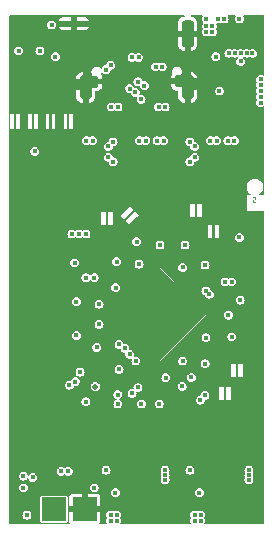
<source format=gbr>
%TF.GenerationSoftware,KiCad,Pcbnew,(6.0.2)*%
%TF.CreationDate,2022-04-22T09:08:26+08:00*%
%TF.ProjectId,usb-nvme,7573622d-6e76-46d6-952e-6b696361645f,rev?*%
%TF.SameCoordinates,Original*%
%TF.FileFunction,Copper,L2,Inr*%
%TF.FilePolarity,Positive*%
%FSLAX46Y46*%
G04 Gerber Fmt 4.6, Leading zero omitted, Abs format (unit mm)*
G04 Created by KiCad (PCBNEW (6.0.2)) date 2022-04-22 09:08:26*
%MOMM*%
%LPD*%
G01*
G04 APERTURE LIST*
G04 Aperture macros list*
%AMRoundRect*
0 Rectangle with rounded corners*
0 $1 Rounding radius*
0 $2 $3 $4 $5 $6 $7 $8 $9 X,Y pos of 4 corners*
0 Add a 4 corners polygon primitive as box body*
4,1,4,$2,$3,$4,$5,$6,$7,$8,$9,$2,$3,0*
0 Add four circle primitives for the rounded corners*
1,1,$1+$1,$2,$3*
1,1,$1+$1,$4,$5*
1,1,$1+$1,$6,$7*
1,1,$1+$1,$8,$9*
0 Add four rect primitives between the rounded corners*
20,1,$1+$1,$2,$3,$4,$5,0*
20,1,$1+$1,$4,$5,$6,$7,0*
20,1,$1+$1,$6,$7,$8,$9,0*
20,1,$1+$1,$8,$9,$2,$3,0*%
G04 Aperture macros list end*
%TA.AperFunction,NonConductor*%
%ADD10C,0.000000*%
%TD*%
%TA.AperFunction,ComponentPad*%
%ADD11R,2.000000X2.000000*%
%TD*%
%TA.AperFunction,ComponentPad*%
%ADD12C,0.700000*%
%TD*%
%TA.AperFunction,ComponentPad*%
%ADD13RoundRect,0.250000X-0.550000X-0.250000X0.550000X-0.250000X0.550000X0.250000X-0.550000X0.250000X0*%
%TD*%
%TA.AperFunction,ComponentPad*%
%ADD14RoundRect,0.250000X-0.250000X-0.750000X0.250000X-0.750000X0.250000X0.750000X-0.250000X0.750000X0*%
%TD*%
%TA.AperFunction,ComponentPad*%
%ADD15RoundRect,0.125000X-0.875000X0.125000X-0.875000X-0.125000X0.875000X-0.125000X0.875000X0.125000X0*%
%TD*%
%TA.AperFunction,ComponentPad*%
%ADD16RoundRect,0.250000X-0.250000X-0.900000X0.250000X-0.900000X0.250000X0.900000X-0.250000X0.900000X0*%
%TD*%
%TA.AperFunction,ViaPad*%
%ADD17C,0.450000*%
%TD*%
%TA.AperFunction,ViaPad*%
%ADD18C,0.500000*%
%TD*%
G04 APERTURE END LIST*
D10*
G36*
X21100000Y-15850000D02*
G01*
X20900000Y-15850000D01*
X20900000Y-16000000D01*
X21100000Y-16000000D01*
X21100000Y-16050000D01*
X20850000Y-16050000D01*
X20850000Y-15800000D01*
X21050000Y-15800000D01*
X21050000Y-15650000D01*
X20850000Y-15650000D01*
X20850000Y-15600000D01*
X21100000Y-15600000D01*
X21100000Y-15850000D01*
G37*
D11*
%TO.N,+5V*%
%TO.C,TP2*%
X4000000Y-42000000D03*
%TD*%
%TO.N,GND*%
%TO.C,TP3*%
X6600000Y-42000000D03*
%TD*%
D12*
%TO.N,GND*%
%TO.C,U1*%
X14879899Y-26489949D03*
X15869848Y-25500000D03*
X15869848Y-25500000D03*
X11910051Y-27479899D03*
X12900000Y-28469848D03*
X12900000Y-22530152D03*
X13889949Y-25500000D03*
X13889949Y-27479899D03*
X14879899Y-24510051D03*
X10920101Y-24510051D03*
X11910051Y-27479899D03*
X12900000Y-28469848D03*
X13889949Y-25500000D03*
X10920101Y-26489949D03*
X14879899Y-24510051D03*
X11910051Y-25500000D03*
X13889949Y-23520101D03*
X12900000Y-24510051D03*
X12900000Y-26489949D03*
X11910051Y-23520101D03*
X9930152Y-25500000D03*
X12900000Y-26489949D03*
X14879899Y-26489949D03*
X13889949Y-27479899D03*
%TD*%
D13*
%TO.N,GND*%
%TO.C,J1*%
X7000000Y-5797500D03*
D14*
X6680000Y-6297500D03*
D13*
X15000000Y-5787500D03*
D14*
X15320000Y-6287500D03*
D15*
X5680000Y-897500D03*
D16*
X15320000Y-1747500D03*
%TD*%
D17*
%TO.N,USB_TX1+*%
X9405000Y-7954577D03*
%TO.N,PCIe_TX0-*%
X8994455Y-10905545D03*
%TO.N,USB_TX1-*%
X8855000Y-7954577D03*
%TO.N,PCIe_TX0+*%
X8605545Y-11294455D03*
%TO.N,USB_TX2+*%
X13155000Y-4554577D03*
%TO.N,USB_TX2-*%
X12605000Y-4554577D03*
%TO.N,PCIe_TX1-*%
X11775000Y-10812379D03*
%TO.N,PCIe_TX1+*%
X11225000Y-10812379D03*
%TO.N,PCIe_TX2-*%
X15894455Y-12205545D03*
%TO.N,GND*%
X8200000Y-11750000D03*
X16900000Y-40000000D03*
X8100000Y-41300000D03*
X16011270Y-28328427D03*
X16750000Y-10000000D03*
X3100000Y-10500000D03*
X20700000Y-26500000D03*
X7525988Y-30025483D03*
X10400000Y-40300000D03*
X7074500Y-21100000D03*
X18839697Y-29459798D03*
X17500000Y-40000000D03*
X18100000Y-43050000D03*
X7900000Y-7000000D03*
X20700000Y-26000000D03*
X19971068Y-28328427D03*
X12700000Y-18300000D03*
X17500000Y-4300000D03*
X13800000Y-11200000D03*
X17800000Y-7600000D03*
X18900000Y-39500000D03*
X18250000Y-8100000D03*
X18100000Y-42450000D03*
X18900000Y-39100000D03*
X17200000Y-40300000D03*
X13900000Y-33000000D03*
X19500000Y-22200000D03*
X17708326Y-30591169D03*
X11800000Y-39100000D03*
X20400000Y-19000000D03*
X18300000Y-7600000D03*
X10750000Y-8100000D03*
X3100000Y-7800000D03*
X2800000Y-10500000D03*
X18100000Y-42750000D03*
X1100000Y-1200000D03*
X15200000Y-13100000D03*
X21400000Y-600000D03*
X16506245Y-31793250D03*
X18839697Y-21540202D03*
X17708326Y-26631371D03*
X10400000Y-33100000D03*
X1450000Y-8200000D03*
X19750000Y-10000000D03*
X7750000Y-8100000D03*
X16750000Y-8100000D03*
X13750000Y-10000000D03*
X21400000Y-1100000D03*
X11000000Y-42750000D03*
X21400000Y-2600000D03*
X8586649Y-31086144D03*
X7850000Y-33100000D03*
X15799138Y-32500357D03*
X6250000Y-10000000D03*
X4450000Y-8200000D03*
X17300000Y-7600000D03*
X13748528Y-20408831D03*
X19750000Y-8100000D03*
X18900000Y-38700000D03*
X16900000Y-40300000D03*
X9800000Y-40300000D03*
X6250000Y-8100000D03*
X15200000Y-41300000D03*
X11000000Y-42450000D03*
X17200000Y-40000000D03*
X14600000Y-33000000D03*
X10400000Y-40000000D03*
X16750000Y-11200000D03*
X17500000Y-3100000D03*
X6250000Y-38650000D03*
X10100000Y-3400000D03*
X2800000Y-38650000D03*
X14300000Y-7000000D03*
X8303807Y-20055277D03*
X2800000Y-7200000D03*
X2800000Y-7500000D03*
X9300000Y-13100000D03*
X7750000Y-10000000D03*
X12334315Y-20125988D03*
X17300000Y-7100000D03*
X2800000Y-7800000D03*
X3100000Y-7500000D03*
X10750000Y-11200000D03*
X10750000Y-10000000D03*
X5181025Y-23200000D03*
X10000862Y-18358222D03*
X9250000Y-10000000D03*
X11800000Y-38700000D03*
X16011270Y-22671573D03*
X5250000Y-30100000D03*
X21400000Y-1600000D03*
X10100000Y-40000000D03*
X20678175Y-24200000D03*
X17300000Y-6600000D03*
X3100000Y-10800000D03*
X12250000Y-10000000D03*
X10071573Y-22388730D03*
X5758222Y-22600862D03*
X16930509Y-31368986D03*
X18250000Y-10000000D03*
X2800000Y-10800000D03*
X9010914Y-31510407D03*
X2900000Y-40400000D03*
X3100000Y-7200000D03*
X10100000Y-40300000D03*
X12250000Y-11200000D03*
X9152334Y-19206750D03*
X5200000Y-27700000D03*
X12250000Y-8100000D03*
X19750000Y-11200000D03*
D18*
X7500000Y-30980000D03*
D17*
X11000000Y-43050000D03*
X5828932Y-28328427D03*
X11800000Y-39500000D03*
X16859798Y-19560303D03*
X17708326Y-20408831D03*
X1000000Y-43075500D03*
X16011270Y-18711775D03*
X15250000Y-10000000D03*
X17500000Y-40300000D03*
X21400000Y-2100000D03*
X18250000Y-11200000D03*
X16300000Y-11750000D03*
X9800000Y-40000000D03*
%TO.N,USB_CC1*%
X10400000Y-6400000D03*
X11100000Y-31700000D03*
%TO.N,PCIe_TX2+*%
X15505545Y-12594455D03*
%TO.N,USB_CC2*%
X10600000Y-32200000D03*
X11650000Y-6150000D03*
%TO.N,PCIe_TX3-*%
X17775000Y-10812379D03*
%TO.N,PCIe_TX3+*%
X17225000Y-10812379D03*
%TO.N,~{PCIe_RST}*%
X6700000Y-18700000D03*
X7600000Y-28300000D03*
%TO.N,+1V0*%
X9505887Y-28045584D03*
X13400000Y-39500000D03*
X14879899Y-21540202D03*
X7808831Y-24651472D03*
X13465685Y-30874012D03*
X12970711Y-19631014D03*
X18768986Y-25570711D03*
X11202944Y-21257359D03*
X7808831Y-26348528D03*
X13400000Y-39100000D03*
X8400000Y-38700000D03*
X17142641Y-23802944D03*
X9223045Y-23237258D03*
X14879899Y-29459798D03*
X10920101Y-29459798D03*
X16859798Y-27479899D03*
X13400000Y-38700000D03*
X16859798Y-23520101D03*
%TO.N,/3V3P_SW*%
X19800000Y-3400000D03*
X20300000Y-3400000D03*
X19300000Y-3400000D03*
X18800000Y-3400000D03*
X20800000Y-3400000D03*
%TO.N,+5V*%
X16900000Y-500000D03*
X17900000Y-500000D03*
X17400000Y-1100000D03*
X12900000Y-33100000D03*
X16900000Y-1100000D03*
X17400000Y-1600000D03*
X8800000Y-42500000D03*
X18400000Y-500000D03*
X16400000Y-42500000D03*
X19700000Y-500000D03*
X7400000Y-40200000D03*
X16400000Y-43000000D03*
X15900000Y-43000000D03*
X8800000Y-43000000D03*
X16900000Y-1600000D03*
X15900000Y-42500000D03*
X9300000Y-43000000D03*
X9300000Y-42500000D03*
%TO.N,+3.3VP*%
X21500000Y-7100000D03*
X21500000Y-6600000D03*
X21500000Y-6100000D03*
X21500000Y-7600000D03*
X21500000Y-5600000D03*
X18000000Y-6600000D03*
%TO.N,+2V5*%
X9200000Y-40600000D03*
X16789087Y-21328070D03*
X16789087Y-29671930D03*
X19051829Y-27409188D03*
X20500000Y-38700000D03*
X10990812Y-19348171D03*
X15622361Y-30838656D03*
X19758936Y-24297918D03*
X20500000Y-39100000D03*
X15092031Y-19631014D03*
X9293755Y-21045227D03*
X15500000Y-38700000D03*
X20500000Y-39500000D03*
%TO.N,+3V3*%
X1000000Y-3200000D03*
X5200000Y-38800000D03*
X11400000Y-33100000D03*
X9505887Y-30166905D03*
X5899643Y-24439340D03*
X2200000Y-39300000D03*
X14844544Y-31616474D03*
X6100000Y-18700000D03*
X16300000Y-40600000D03*
X6700000Y-32900000D03*
%TO.N,LS_LED*%
X1400000Y-40200000D03*
X2800000Y-3200000D03*
X7400000Y-22400000D03*
%TO.N,HS_LED*%
X10000000Y-28400000D03*
X4100000Y-3700000D03*
X1400000Y-39200000D03*
%TO.N,USB_D+*%
X10892153Y-6703797D03*
X11155000Y-3749500D03*
X16382501Y-32765522D03*
X11104502Y-5800000D03*
%TO.N,USB_D-*%
X10605000Y-3749500D03*
X11375500Y-7300000D03*
X16771410Y-32376613D03*
%TO.N,USB_RX2-*%
X12855000Y-7954577D03*
%TO.N,USB_RX2+*%
X13405000Y-7954577D03*
%TO.N,USB_RX1-*%
X8405545Y-4794455D03*
%TO.N,USB_RX1+*%
X8794455Y-4405545D03*
%TO.N,M2_LED*%
X19700000Y-19000000D03*
X3800000Y-1000000D03*
X1700000Y-42500000D03*
%TO.N,PCIe_PWR_EN*%
X17700000Y-3700000D03*
X5900000Y-27300000D03*
X19800000Y-4100000D03*
%TO.N,SPI_DO*%
X5300000Y-31500000D03*
X10400000Y-28900000D03*
%TO.N,SPI_CLK*%
X5800000Y-31200000D03*
D18*
X7500000Y-31620000D03*
D17*
%TO.N,SPI_DI*%
X6200000Y-30400000D03*
X9400000Y-32300000D03*
%TO.N,PCIe_REFCLK-*%
X7275000Y-10800000D03*
X19030282Y-22755282D03*
%TO.N,PCIe_REFCLK+*%
X18480282Y-22755282D03*
X6725000Y-10800000D03*
%TO.N,PCIe_RX3-*%
X19275000Y-10812379D03*
%TO.N,PCIe_RX3+*%
X18725000Y-10812379D03*
%TO.N,PCIe_RX2-*%
X15894455Y-11294455D03*
%TO.N,PCIe_RX2+*%
X15505545Y-10905545D03*
%TO.N,PCIe_RX1-*%
X13275000Y-10812379D03*
%TO.N,PCIe_RX1+*%
X12725000Y-10812379D03*
%TO.N,PCIe_RX0-*%
X8994455Y-12594455D03*
%TO.N,PCIe_RX0+*%
X8605545Y-12205545D03*
%TO.N,PCIe_DET*%
X2350000Y-11700000D03*
X6700000Y-22400000D03*
%TO.N,PCIe_CLKREQ*%
X5750000Y-21150000D03*
X5500000Y-18700000D03*
%TO.N,VBUS_DET*%
X4600000Y-38800000D03*
X9400000Y-33100000D03*
%TD*%
%TA.AperFunction,Conductor*%
%TO.N,GND*%
G36*
X16900000Y-25500000D02*
G01*
X12900000Y-29500000D01*
X8900000Y-25500000D01*
X12900000Y-21500000D01*
X16900000Y-25500000D01*
G37*
%TD.AperFunction*%
%TD*%
%TA.AperFunction,Conductor*%
%TO.N,GND*%
G36*
X15054831Y-214352D02*
G01*
X15069183Y-249000D01*
X15054831Y-283648D01*
X15026070Y-297645D01*
X14940696Y-307976D01*
X14934648Y-309512D01*
X14800569Y-362598D01*
X14794806Y-365845D01*
X14680091Y-452919D01*
X14675419Y-457591D01*
X14588345Y-572306D01*
X14585098Y-578069D01*
X14532012Y-712148D01*
X14530476Y-718196D01*
X14520177Y-803305D01*
X14520000Y-806241D01*
X14520000Y-1487753D01*
X14522855Y-1494645D01*
X14529747Y-1497500D01*
X16110253Y-1497500D01*
X16117145Y-1494645D01*
X16120000Y-1487753D01*
X16120000Y-806241D01*
X16119823Y-803305D01*
X16109524Y-718196D01*
X16107988Y-712148D01*
X16054902Y-578069D01*
X16051655Y-572306D01*
X15964581Y-457591D01*
X15959909Y-452919D01*
X15845194Y-365845D01*
X15839431Y-362598D01*
X15705352Y-309512D01*
X15699304Y-307976D01*
X15613930Y-297645D01*
X15581257Y-279235D01*
X15571172Y-243113D01*
X15589582Y-210440D01*
X15619817Y-200000D01*
X16552611Y-200000D01*
X16587259Y-214352D01*
X16601611Y-249000D01*
X16592778Y-276184D01*
X16592427Y-276535D01*
X16538426Y-382518D01*
X16519819Y-500000D01*
X16538426Y-617482D01*
X16552266Y-644645D01*
X16586661Y-712148D01*
X16592427Y-723465D01*
X16634314Y-765352D01*
X16648666Y-800000D01*
X16634314Y-834648D01*
X16592427Y-876535D01*
X16590678Y-879968D01*
X16590677Y-879969D01*
X16587439Y-886324D01*
X16538426Y-982518D01*
X16519819Y-1100000D01*
X16520422Y-1103807D01*
X16528612Y-1155515D01*
X16538426Y-1217482D01*
X16591752Y-1322140D01*
X16592427Y-1323465D01*
X16592109Y-1323627D01*
X16600281Y-1357666D01*
X16592491Y-1376471D01*
X16592427Y-1376535D01*
X16538426Y-1482518D01*
X16519819Y-1600000D01*
X16538426Y-1717482D01*
X16592427Y-1823465D01*
X16676535Y-1907573D01*
X16679968Y-1909322D01*
X16679969Y-1909323D01*
X16729527Y-1934574D01*
X16782518Y-1961574D01*
X16786323Y-1962177D01*
X16786324Y-1962177D01*
X16896193Y-1979578D01*
X16900000Y-1980181D01*
X16903807Y-1979578D01*
X17013676Y-1962177D01*
X17013677Y-1962177D01*
X17017482Y-1961574D01*
X17123465Y-1907573D01*
X17123627Y-1907891D01*
X17157666Y-1899719D01*
X17176471Y-1907509D01*
X17176535Y-1907573D01*
X17282518Y-1961574D01*
X17286323Y-1962177D01*
X17286324Y-1962177D01*
X17396193Y-1979578D01*
X17400000Y-1980181D01*
X17403807Y-1979578D01*
X17513676Y-1962177D01*
X17513677Y-1962177D01*
X17517482Y-1961574D01*
X17570473Y-1934574D01*
X17620031Y-1909323D01*
X17620032Y-1909322D01*
X17623465Y-1907573D01*
X17707573Y-1823465D01*
X17761574Y-1717482D01*
X17780181Y-1600000D01*
X17761574Y-1482518D01*
X17707573Y-1376535D01*
X17707891Y-1376373D01*
X17699719Y-1342334D01*
X17707509Y-1323529D01*
X17707573Y-1323465D01*
X17761574Y-1217482D01*
X17771389Y-1155515D01*
X17779578Y-1103807D01*
X17780181Y-1100000D01*
X17761574Y-982518D01*
X17736361Y-933035D01*
X17733418Y-895647D01*
X17757774Y-867130D01*
X17787684Y-862392D01*
X17900000Y-880181D01*
X17903807Y-879578D01*
X18013676Y-862177D01*
X18013677Y-862177D01*
X18017482Y-861574D01*
X18123465Y-807573D01*
X18123627Y-807891D01*
X18157666Y-799719D01*
X18176471Y-807509D01*
X18176535Y-807573D01*
X18282518Y-861574D01*
X18286323Y-862177D01*
X18286324Y-862177D01*
X18396193Y-879578D01*
X18400000Y-880181D01*
X18403807Y-879578D01*
X18513676Y-862177D01*
X18513677Y-862177D01*
X18517482Y-861574D01*
X18601113Y-818962D01*
X18620031Y-809323D01*
X18620032Y-809322D01*
X18623465Y-807573D01*
X18707573Y-723465D01*
X18713340Y-712148D01*
X18747734Y-644645D01*
X18761574Y-617482D01*
X18780181Y-500000D01*
X18761574Y-382518D01*
X18707573Y-276535D01*
X18707403Y-276365D01*
X18698992Y-241337D01*
X18718586Y-209359D01*
X18747389Y-200000D01*
X19352611Y-200000D01*
X19387259Y-214352D01*
X19401611Y-249000D01*
X19392778Y-276184D01*
X19392427Y-276535D01*
X19338426Y-382518D01*
X19319819Y-500000D01*
X19338426Y-617482D01*
X19352266Y-644645D01*
X19386661Y-712148D01*
X19392427Y-723465D01*
X19476535Y-807573D01*
X19479968Y-809322D01*
X19479969Y-809323D01*
X19498887Y-818962D01*
X19582518Y-861574D01*
X19586323Y-862177D01*
X19586324Y-862177D01*
X19696193Y-879578D01*
X19700000Y-880181D01*
X19703807Y-879578D01*
X19813676Y-862177D01*
X19813677Y-862177D01*
X19817482Y-861574D01*
X19901113Y-818962D01*
X19920031Y-809323D01*
X19920032Y-809322D01*
X19923465Y-807573D01*
X20007573Y-723465D01*
X20013340Y-712148D01*
X20047734Y-644645D01*
X20061574Y-617482D01*
X20080181Y-500000D01*
X20061574Y-382518D01*
X20007573Y-276535D01*
X20007403Y-276365D01*
X19998992Y-241337D01*
X20018586Y-209359D01*
X20047389Y-200000D01*
X21751000Y-200000D01*
X21785648Y-214352D01*
X21800000Y-249000D01*
X21800000Y-5252611D01*
X21785648Y-5287259D01*
X21751000Y-5301611D01*
X21723816Y-5292778D01*
X21723465Y-5292427D01*
X21713323Y-5287259D01*
X21664349Y-5262306D01*
X21617482Y-5238426D01*
X21613677Y-5237823D01*
X21613676Y-5237823D01*
X21503807Y-5220422D01*
X21500000Y-5219819D01*
X21496193Y-5220422D01*
X21386324Y-5237823D01*
X21386323Y-5237823D01*
X21382518Y-5238426D01*
X21335651Y-5262306D01*
X21279969Y-5290677D01*
X21279968Y-5290678D01*
X21276535Y-5292427D01*
X21192427Y-5376535D01*
X21190678Y-5379968D01*
X21190677Y-5379969D01*
X21176295Y-5408196D01*
X21138426Y-5482518D01*
X21137823Y-5486323D01*
X21137823Y-5486324D01*
X21130170Y-5534645D01*
X21119819Y-5600000D01*
X21138426Y-5717482D01*
X21191752Y-5822140D01*
X21192427Y-5823465D01*
X21192109Y-5823627D01*
X21200281Y-5857666D01*
X21192491Y-5876471D01*
X21192427Y-5876535D01*
X21138426Y-5982518D01*
X21119819Y-6100000D01*
X21120422Y-6103807D01*
X21136020Y-6202288D01*
X21138426Y-6217482D01*
X21191752Y-6322140D01*
X21192427Y-6323465D01*
X21192109Y-6323627D01*
X21200281Y-6357666D01*
X21192491Y-6376471D01*
X21192427Y-6376535D01*
X21138426Y-6482518D01*
X21137823Y-6486323D01*
X21137823Y-6486324D01*
X21130877Y-6530181D01*
X21119819Y-6600000D01*
X21120422Y-6603807D01*
X21136862Y-6707604D01*
X21138426Y-6717482D01*
X21191752Y-6822140D01*
X21192427Y-6823465D01*
X21192109Y-6823627D01*
X21200281Y-6857666D01*
X21192491Y-6876471D01*
X21192427Y-6876535D01*
X21138426Y-6982518D01*
X21137823Y-6986323D01*
X21137823Y-6986324D01*
X21136425Y-6995153D01*
X21119819Y-7100000D01*
X21120422Y-7103807D01*
X21130400Y-7166804D01*
X21138426Y-7217482D01*
X21191752Y-7322140D01*
X21192427Y-7323465D01*
X21192109Y-7323627D01*
X21200281Y-7357666D01*
X21192491Y-7376471D01*
X21192427Y-7376535D01*
X21138426Y-7482518D01*
X21137823Y-7486323D01*
X21137823Y-7486324D01*
X21130525Y-7532402D01*
X21119819Y-7600000D01*
X21138426Y-7717482D01*
X21192427Y-7823465D01*
X21276535Y-7907573D01*
X21279968Y-7909322D01*
X21279969Y-7909323D01*
X21279973Y-7909325D01*
X21382518Y-7961574D01*
X21386323Y-7962177D01*
X21386324Y-7962177D01*
X21496193Y-7979578D01*
X21500000Y-7980181D01*
X21503807Y-7979578D01*
X21613676Y-7962177D01*
X21613677Y-7962177D01*
X21617482Y-7961574D01*
X21723465Y-7907573D01*
X21723635Y-7907403D01*
X21758663Y-7898992D01*
X21790641Y-7918586D01*
X21800000Y-7947389D01*
X21800000Y-15351000D01*
X21785648Y-15385648D01*
X21751000Y-15400000D01*
X21412480Y-15400000D01*
X21377832Y-15385648D01*
X21363480Y-15351000D01*
X21377832Y-15316352D01*
X21384726Y-15310618D01*
X21464214Y-15255987D01*
X21466651Y-15254312D01*
X21468616Y-15252107D01*
X21468619Y-15252104D01*
X21577472Y-15129930D01*
X21577473Y-15129929D01*
X21579440Y-15127721D01*
X21658776Y-14977881D01*
X21660513Y-14970968D01*
X21699361Y-14816306D01*
X21700081Y-14813441D01*
X21700969Y-14643895D01*
X21699918Y-14639515D01*
X21662078Y-14481907D01*
X21661388Y-14479032D01*
X21583625Y-14328369D01*
X21472169Y-14200604D01*
X21465175Y-14195688D01*
X21335870Y-14104812D01*
X21333453Y-14103113D01*
X21330705Y-14102042D01*
X21330702Y-14102040D01*
X21227289Y-14061721D01*
X21175487Y-14041524D01*
X21046174Y-14024500D01*
X20957484Y-14024500D01*
X20831680Y-14039724D01*
X20828917Y-14040768D01*
X20675842Y-14098610D01*
X20675841Y-14098611D01*
X20673077Y-14099655D01*
X20533349Y-14195688D01*
X20531384Y-14197893D01*
X20531381Y-14197896D01*
X20422528Y-14320070D01*
X20420560Y-14322279D01*
X20341224Y-14472119D01*
X20340506Y-14474977D01*
X20340505Y-14474980D01*
X20338765Y-14481907D01*
X20299919Y-14636559D01*
X20299031Y-14806105D01*
X20299720Y-14808974D01*
X20299720Y-14808976D01*
X20300792Y-14813441D01*
X20338612Y-14970968D01*
X20416375Y-15121631D01*
X20527831Y-15249396D01*
X20530246Y-15251094D01*
X20530248Y-15251095D01*
X20615358Y-15310911D01*
X20635453Y-15342575D01*
X20627272Y-15379175D01*
X20595608Y-15399270D01*
X20587183Y-15400000D01*
X20300000Y-15400000D01*
X20300000Y-16800000D01*
X21751000Y-16800000D01*
X21785648Y-16814352D01*
X21800000Y-16849000D01*
X21800000Y-43251000D01*
X21785648Y-43285648D01*
X21751000Y-43300000D01*
X16747389Y-43300000D01*
X16712741Y-43285648D01*
X16698389Y-43251000D01*
X16707222Y-43223816D01*
X16707573Y-43223465D01*
X16761574Y-43117482D01*
X16762572Y-43111184D01*
X16779578Y-43003807D01*
X16780181Y-43000000D01*
X16761574Y-42882518D01*
X16707573Y-42776535D01*
X16707891Y-42776373D01*
X16699719Y-42742334D01*
X16707509Y-42723529D01*
X16707573Y-42723465D01*
X16761574Y-42617482D01*
X16780181Y-42500000D01*
X16761574Y-42382518D01*
X16707573Y-42276535D01*
X16623465Y-42192427D01*
X16620032Y-42190678D01*
X16620031Y-42190677D01*
X16570474Y-42165427D01*
X16517482Y-42138426D01*
X16513677Y-42137823D01*
X16513676Y-42137823D01*
X16403807Y-42120422D01*
X16400000Y-42119819D01*
X16396193Y-42120422D01*
X16286324Y-42137823D01*
X16286323Y-42137823D01*
X16282518Y-42138426D01*
X16176535Y-42192427D01*
X16176373Y-42192109D01*
X16142334Y-42200281D01*
X16123529Y-42192491D01*
X16123465Y-42192427D01*
X16017482Y-42138426D01*
X16013677Y-42137823D01*
X16013676Y-42137823D01*
X15903807Y-42120422D01*
X15900000Y-42119819D01*
X15896193Y-42120422D01*
X15786324Y-42137823D01*
X15786323Y-42137823D01*
X15782518Y-42138426D01*
X15729526Y-42165427D01*
X15679969Y-42190677D01*
X15679968Y-42190678D01*
X15676535Y-42192427D01*
X15592427Y-42276535D01*
X15538426Y-42382518D01*
X15519819Y-42500000D01*
X15538426Y-42617482D01*
X15591752Y-42722140D01*
X15592427Y-42723465D01*
X15592109Y-42723627D01*
X15600281Y-42757666D01*
X15592491Y-42776471D01*
X15592427Y-42776535D01*
X15538426Y-42882518D01*
X15519819Y-43000000D01*
X15520422Y-43003807D01*
X15537429Y-43111184D01*
X15538426Y-43117482D01*
X15592427Y-43223465D01*
X15592597Y-43223635D01*
X15601008Y-43258663D01*
X15581414Y-43290641D01*
X15552611Y-43300000D01*
X9647389Y-43300000D01*
X9612741Y-43285648D01*
X9598389Y-43251000D01*
X9607222Y-43223816D01*
X9607573Y-43223465D01*
X9661574Y-43117482D01*
X9662572Y-43111184D01*
X9679578Y-43003807D01*
X9680181Y-43000000D01*
X9661574Y-42882518D01*
X9607573Y-42776535D01*
X9607891Y-42776373D01*
X9599719Y-42742334D01*
X9607509Y-42723529D01*
X9607573Y-42723465D01*
X9661574Y-42617482D01*
X9680181Y-42500000D01*
X9661574Y-42382518D01*
X9607573Y-42276535D01*
X9523465Y-42192427D01*
X9520032Y-42190678D01*
X9520031Y-42190677D01*
X9470474Y-42165427D01*
X9417482Y-42138426D01*
X9413677Y-42137823D01*
X9413676Y-42137823D01*
X9303807Y-42120422D01*
X9300000Y-42119819D01*
X9296193Y-42120422D01*
X9186324Y-42137823D01*
X9186323Y-42137823D01*
X9182518Y-42138426D01*
X9076535Y-42192427D01*
X9076373Y-42192109D01*
X9042334Y-42200281D01*
X9023529Y-42192491D01*
X9023465Y-42192427D01*
X8917482Y-42138426D01*
X8913677Y-42137823D01*
X8913676Y-42137823D01*
X8803807Y-42120422D01*
X8800000Y-42119819D01*
X8796193Y-42120422D01*
X8686324Y-42137823D01*
X8686323Y-42137823D01*
X8682518Y-42138426D01*
X8629526Y-42165427D01*
X8579969Y-42190677D01*
X8579968Y-42190678D01*
X8576535Y-42192427D01*
X8492427Y-42276535D01*
X8438426Y-42382518D01*
X8419819Y-42500000D01*
X8438426Y-42617482D01*
X8491752Y-42722140D01*
X8492427Y-42723465D01*
X8492109Y-42723627D01*
X8500281Y-42757666D01*
X8492491Y-42776471D01*
X8492427Y-42776535D01*
X8438426Y-42882518D01*
X8419819Y-43000000D01*
X8420422Y-43003807D01*
X8437429Y-43111184D01*
X8438426Y-43117482D01*
X8492427Y-43223465D01*
X8492597Y-43223635D01*
X8501008Y-43258663D01*
X8481414Y-43290641D01*
X8452611Y-43300000D01*
X7842621Y-43300000D01*
X7807973Y-43285648D01*
X7793621Y-43251000D01*
X7807942Y-43216382D01*
X7848625Y-43175627D01*
X7853652Y-43168287D01*
X7895522Y-43073579D01*
X7897438Y-43066550D01*
X7899836Y-43045985D01*
X7900000Y-43043156D01*
X7900000Y-42259747D01*
X7897145Y-42252855D01*
X7890253Y-42250000D01*
X5309747Y-42250000D01*
X5302855Y-42252855D01*
X5300000Y-42259747D01*
X5300000Y-43043127D01*
X5300171Y-43046009D01*
X5302678Y-43067078D01*
X5304605Y-43074090D01*
X5346642Y-43168730D01*
X5351681Y-43176062D01*
X5392012Y-43216322D01*
X5406394Y-43250957D01*
X5392072Y-43285618D01*
X5357394Y-43300000D01*
X249000Y-43300000D01*
X214352Y-43285648D01*
X200000Y-43251000D01*
X200000Y-43014820D01*
X2849500Y-43014820D01*
X2858233Y-43058722D01*
X2891496Y-43108504D01*
X2941278Y-43141767D01*
X2985180Y-43150500D01*
X5014820Y-43150500D01*
X5058722Y-43141767D01*
X5108504Y-43108504D01*
X5141767Y-43058722D01*
X5150500Y-43014820D01*
X5150500Y-41740253D01*
X5300000Y-41740253D01*
X5302855Y-41747145D01*
X5309747Y-41750000D01*
X6340253Y-41750000D01*
X6347145Y-41747145D01*
X6350000Y-41740253D01*
X6850000Y-41740253D01*
X6852855Y-41747145D01*
X6859747Y-41750000D01*
X7890253Y-41750000D01*
X7897145Y-41747145D01*
X7900000Y-41740253D01*
X7900000Y-40956873D01*
X7899829Y-40953991D01*
X7897322Y-40932922D01*
X7895395Y-40925910D01*
X7853358Y-40831270D01*
X7848319Y-40823938D01*
X7775630Y-40751377D01*
X7768287Y-40746348D01*
X7673579Y-40704478D01*
X7666550Y-40702562D01*
X7645985Y-40700164D01*
X7643156Y-40700000D01*
X6859747Y-40700000D01*
X6852855Y-40702855D01*
X6850000Y-40709747D01*
X6850000Y-41740253D01*
X6350000Y-41740253D01*
X6350000Y-40709747D01*
X6347145Y-40702855D01*
X6340253Y-40700000D01*
X5556873Y-40700000D01*
X5553991Y-40700171D01*
X5532922Y-40702678D01*
X5525910Y-40704605D01*
X5431270Y-40746642D01*
X5423938Y-40751681D01*
X5351377Y-40824370D01*
X5346348Y-40831713D01*
X5304478Y-40926421D01*
X5302562Y-40933450D01*
X5300164Y-40954015D01*
X5300000Y-40956844D01*
X5300000Y-41740253D01*
X5150500Y-41740253D01*
X5150500Y-40985180D01*
X5141767Y-40941278D01*
X5108504Y-40891496D01*
X5058722Y-40858233D01*
X5014820Y-40849500D01*
X2985180Y-40849500D01*
X2941278Y-40858233D01*
X2891496Y-40891496D01*
X2858233Y-40941278D01*
X2849500Y-40985180D01*
X2849500Y-43014820D01*
X200000Y-43014820D01*
X200000Y-42500000D01*
X1319819Y-42500000D01*
X1338426Y-42617482D01*
X1340176Y-42620916D01*
X1390677Y-42720030D01*
X1392427Y-42723465D01*
X1476535Y-42807573D01*
X1479968Y-42809322D01*
X1479969Y-42809323D01*
X1529527Y-42834574D01*
X1582518Y-42861574D01*
X1586323Y-42862177D01*
X1586324Y-42862177D01*
X1696193Y-42879578D01*
X1700000Y-42880181D01*
X1703807Y-42879578D01*
X1813676Y-42862177D01*
X1813677Y-42862177D01*
X1817482Y-42861574D01*
X1870473Y-42834574D01*
X1920031Y-42809323D01*
X1920032Y-42809322D01*
X1923465Y-42807573D01*
X2007573Y-42723465D01*
X2009324Y-42720030D01*
X2059824Y-42620916D01*
X2061574Y-42617482D01*
X2080181Y-42500000D01*
X2061574Y-42382518D01*
X2007573Y-42276535D01*
X1923465Y-42192427D01*
X1920032Y-42190678D01*
X1920031Y-42190677D01*
X1870474Y-42165427D01*
X1817482Y-42138426D01*
X1813677Y-42137823D01*
X1813676Y-42137823D01*
X1703807Y-42120422D01*
X1700000Y-42119819D01*
X1696193Y-42120422D01*
X1586324Y-42137823D01*
X1586323Y-42137823D01*
X1582518Y-42138426D01*
X1529526Y-42165427D01*
X1479969Y-42190677D01*
X1479968Y-42190678D01*
X1476535Y-42192427D01*
X1392427Y-42276535D01*
X1338426Y-42382518D01*
X1319819Y-42500000D01*
X200000Y-42500000D01*
X200000Y-40600000D01*
X8819819Y-40600000D01*
X8820422Y-40603807D01*
X8836387Y-40704605D01*
X8838426Y-40717482D01*
X8892427Y-40823465D01*
X8976535Y-40907573D01*
X8979968Y-40909322D01*
X8979969Y-40909323D01*
X9029526Y-40934573D01*
X9082518Y-40961574D01*
X9086323Y-40962177D01*
X9086324Y-40962177D01*
X9196193Y-40979578D01*
X9200000Y-40980181D01*
X9203807Y-40979578D01*
X9313676Y-40962177D01*
X9313677Y-40962177D01*
X9317482Y-40961574D01*
X9370474Y-40934573D01*
X9420031Y-40909323D01*
X9420032Y-40909322D01*
X9423465Y-40907573D01*
X9507573Y-40823465D01*
X9561574Y-40717482D01*
X9563614Y-40704605D01*
X9579578Y-40603807D01*
X9580181Y-40600000D01*
X15919819Y-40600000D01*
X15920422Y-40603807D01*
X15936387Y-40704605D01*
X15938426Y-40717482D01*
X15992427Y-40823465D01*
X16076535Y-40907573D01*
X16079968Y-40909322D01*
X16079969Y-40909323D01*
X16129526Y-40934573D01*
X16182518Y-40961574D01*
X16186323Y-40962177D01*
X16186324Y-40962177D01*
X16296193Y-40979578D01*
X16300000Y-40980181D01*
X16303807Y-40979578D01*
X16413676Y-40962177D01*
X16413677Y-40962177D01*
X16417482Y-40961574D01*
X16470474Y-40934573D01*
X16520031Y-40909323D01*
X16520032Y-40909322D01*
X16523465Y-40907573D01*
X16607573Y-40823465D01*
X16661574Y-40717482D01*
X16663614Y-40704605D01*
X16679578Y-40603807D01*
X16680181Y-40600000D01*
X16673818Y-40559824D01*
X16662177Y-40486324D01*
X16662177Y-40486323D01*
X16661574Y-40482518D01*
X16607573Y-40376535D01*
X16523465Y-40292427D01*
X16520032Y-40290678D01*
X16520031Y-40290677D01*
X16470473Y-40265426D01*
X16417482Y-40238426D01*
X16413677Y-40237823D01*
X16413676Y-40237823D01*
X16303807Y-40220422D01*
X16300000Y-40219819D01*
X16296193Y-40220422D01*
X16186324Y-40237823D01*
X16186323Y-40237823D01*
X16182518Y-40238426D01*
X16129527Y-40265426D01*
X16079969Y-40290677D01*
X16079968Y-40290678D01*
X16076535Y-40292427D01*
X15992427Y-40376535D01*
X15938426Y-40482518D01*
X15937823Y-40486323D01*
X15937823Y-40486324D01*
X15926182Y-40559824D01*
X15919819Y-40600000D01*
X9580181Y-40600000D01*
X9573818Y-40559824D01*
X9562177Y-40486324D01*
X9562177Y-40486323D01*
X9561574Y-40482518D01*
X9507573Y-40376535D01*
X9423465Y-40292427D01*
X9420032Y-40290678D01*
X9420031Y-40290677D01*
X9370473Y-40265426D01*
X9317482Y-40238426D01*
X9313677Y-40237823D01*
X9313676Y-40237823D01*
X9203807Y-40220422D01*
X9200000Y-40219819D01*
X9196193Y-40220422D01*
X9086324Y-40237823D01*
X9086323Y-40237823D01*
X9082518Y-40238426D01*
X9029527Y-40265426D01*
X8979969Y-40290677D01*
X8979968Y-40290678D01*
X8976535Y-40292427D01*
X8892427Y-40376535D01*
X8838426Y-40482518D01*
X8837823Y-40486323D01*
X8837823Y-40486324D01*
X8826182Y-40559824D01*
X8819819Y-40600000D01*
X200000Y-40600000D01*
X200000Y-40200000D01*
X1019819Y-40200000D01*
X1020422Y-40203807D01*
X1034181Y-40290677D01*
X1038426Y-40317482D01*
X1092427Y-40423465D01*
X1176535Y-40507573D01*
X1179968Y-40509322D01*
X1179969Y-40509323D01*
X1229527Y-40534574D01*
X1282518Y-40561574D01*
X1286323Y-40562177D01*
X1286324Y-40562177D01*
X1396193Y-40579578D01*
X1400000Y-40580181D01*
X1403807Y-40579578D01*
X1513676Y-40562177D01*
X1513677Y-40562177D01*
X1517482Y-40561574D01*
X1570473Y-40534574D01*
X1620031Y-40509323D01*
X1620032Y-40509322D01*
X1623465Y-40507573D01*
X1707573Y-40423465D01*
X1761574Y-40317482D01*
X1765820Y-40290677D01*
X1779578Y-40203807D01*
X1780181Y-40200000D01*
X7019819Y-40200000D01*
X7020422Y-40203807D01*
X7034181Y-40290677D01*
X7038426Y-40317482D01*
X7092427Y-40423465D01*
X7176535Y-40507573D01*
X7179968Y-40509322D01*
X7179969Y-40509323D01*
X7229527Y-40534574D01*
X7282518Y-40561574D01*
X7286323Y-40562177D01*
X7286324Y-40562177D01*
X7396193Y-40579578D01*
X7400000Y-40580181D01*
X7403807Y-40579578D01*
X7513676Y-40562177D01*
X7513677Y-40562177D01*
X7517482Y-40561574D01*
X7570473Y-40534574D01*
X7620031Y-40509323D01*
X7620032Y-40509322D01*
X7623465Y-40507573D01*
X7707573Y-40423465D01*
X7761574Y-40317482D01*
X7765820Y-40290677D01*
X7779578Y-40203807D01*
X7780181Y-40200000D01*
X7761574Y-40082518D01*
X7707573Y-39976535D01*
X7623465Y-39892427D01*
X7620032Y-39890678D01*
X7620031Y-39890677D01*
X7564096Y-39862177D01*
X7517482Y-39838426D01*
X7513677Y-39837823D01*
X7513676Y-39837823D01*
X7403807Y-39820422D01*
X7400000Y-39819819D01*
X7396193Y-39820422D01*
X7286324Y-39837823D01*
X7286323Y-39837823D01*
X7282518Y-39838426D01*
X7235904Y-39862177D01*
X7179969Y-39890677D01*
X7179968Y-39890678D01*
X7176535Y-39892427D01*
X7092427Y-39976535D01*
X7038426Y-40082518D01*
X7019819Y-40200000D01*
X1780181Y-40200000D01*
X1761574Y-40082518D01*
X1707573Y-39976535D01*
X1623465Y-39892427D01*
X1620032Y-39890678D01*
X1620031Y-39890677D01*
X1564096Y-39862177D01*
X1517482Y-39838426D01*
X1513677Y-39837823D01*
X1513676Y-39837823D01*
X1403807Y-39820422D01*
X1400000Y-39819819D01*
X1396193Y-39820422D01*
X1286324Y-39837823D01*
X1286323Y-39837823D01*
X1282518Y-39838426D01*
X1235904Y-39862177D01*
X1179969Y-39890677D01*
X1179968Y-39890678D01*
X1176535Y-39892427D01*
X1092427Y-39976535D01*
X1038426Y-40082518D01*
X1019819Y-40200000D01*
X200000Y-40200000D01*
X200000Y-39200000D01*
X1019819Y-39200000D01*
X1038426Y-39317482D01*
X1040176Y-39320916D01*
X1089379Y-39417482D01*
X1092427Y-39423465D01*
X1176535Y-39507573D01*
X1179968Y-39509322D01*
X1179969Y-39509323D01*
X1200985Y-39520031D01*
X1282518Y-39561574D01*
X1286323Y-39562177D01*
X1286324Y-39562177D01*
X1396193Y-39579578D01*
X1400000Y-39580181D01*
X1403807Y-39579578D01*
X1513676Y-39562177D01*
X1513677Y-39562177D01*
X1517482Y-39561574D01*
X1599015Y-39520031D01*
X1620031Y-39509323D01*
X1620032Y-39509322D01*
X1623465Y-39507573D01*
X1707573Y-39423465D01*
X1710622Y-39417482D01*
X1739655Y-39360501D01*
X1768172Y-39336145D01*
X1805560Y-39339088D01*
X1829916Y-39367605D01*
X1831710Y-39375077D01*
X1838426Y-39417482D01*
X1865426Y-39470473D01*
X1884330Y-39507573D01*
X1892427Y-39523465D01*
X1976535Y-39607573D01*
X1979968Y-39609322D01*
X1979969Y-39609323D01*
X2002722Y-39620916D01*
X2082518Y-39661574D01*
X2086323Y-39662177D01*
X2086324Y-39662177D01*
X2196193Y-39679578D01*
X2200000Y-39680181D01*
X2203807Y-39679578D01*
X2313676Y-39662177D01*
X2313677Y-39662177D01*
X2317482Y-39661574D01*
X2397278Y-39620916D01*
X2420031Y-39609323D01*
X2420032Y-39609322D01*
X2423465Y-39607573D01*
X2507573Y-39523465D01*
X2515671Y-39507573D01*
X2519530Y-39500000D01*
X13019819Y-39500000D01*
X13020422Y-39503807D01*
X13036857Y-39607573D01*
X13038426Y-39617482D01*
X13092427Y-39723465D01*
X13176535Y-39807573D01*
X13179968Y-39809322D01*
X13179969Y-39809323D01*
X13229527Y-39834574D01*
X13282518Y-39861574D01*
X13286323Y-39862177D01*
X13286324Y-39862177D01*
X13396193Y-39879578D01*
X13400000Y-39880181D01*
X13403807Y-39879578D01*
X13513676Y-39862177D01*
X13513677Y-39862177D01*
X13517482Y-39861574D01*
X13570473Y-39834574D01*
X13620031Y-39809323D01*
X13620032Y-39809322D01*
X13623465Y-39807573D01*
X13707573Y-39723465D01*
X13761574Y-39617482D01*
X13763144Y-39607573D01*
X13779578Y-39503807D01*
X13780181Y-39500000D01*
X20119819Y-39500000D01*
X20120422Y-39503807D01*
X20136857Y-39607573D01*
X20138426Y-39617482D01*
X20192427Y-39723465D01*
X20276535Y-39807573D01*
X20279968Y-39809322D01*
X20279969Y-39809323D01*
X20329527Y-39834574D01*
X20382518Y-39861574D01*
X20386323Y-39862177D01*
X20386324Y-39862177D01*
X20496193Y-39879578D01*
X20500000Y-39880181D01*
X20503807Y-39879578D01*
X20613676Y-39862177D01*
X20613677Y-39862177D01*
X20617482Y-39861574D01*
X20670473Y-39834574D01*
X20720031Y-39809323D01*
X20720032Y-39809322D01*
X20723465Y-39807573D01*
X20807573Y-39723465D01*
X20861574Y-39617482D01*
X20863144Y-39607573D01*
X20879578Y-39503807D01*
X20880181Y-39500000D01*
X20861574Y-39382518D01*
X20857785Y-39375082D01*
X20830864Y-39322245D01*
X20827921Y-39284858D01*
X20830864Y-39277755D01*
X20859823Y-39220919D01*
X20859823Y-39220918D01*
X20861574Y-39217482D01*
X20880181Y-39100000D01*
X20867515Y-39020031D01*
X20862177Y-38986324D01*
X20862177Y-38986323D01*
X20861574Y-38982518D01*
X20840000Y-38940176D01*
X20830864Y-38922245D01*
X20827921Y-38884858D01*
X20830864Y-38877755D01*
X20859823Y-38820919D01*
X20859824Y-38820916D01*
X20861574Y-38817482D01*
X20880181Y-38700000D01*
X20861574Y-38582518D01*
X20834574Y-38529527D01*
X20809323Y-38479969D01*
X20809322Y-38479968D01*
X20807573Y-38476535D01*
X20723465Y-38392427D01*
X20720032Y-38390678D01*
X20720031Y-38390677D01*
X20670474Y-38365427D01*
X20617482Y-38338426D01*
X20613677Y-38337823D01*
X20613676Y-38337823D01*
X20503807Y-38320422D01*
X20500000Y-38319819D01*
X20496193Y-38320422D01*
X20386324Y-38337823D01*
X20386323Y-38337823D01*
X20382518Y-38338426D01*
X20329526Y-38365427D01*
X20279969Y-38390677D01*
X20279968Y-38390678D01*
X20276535Y-38392427D01*
X20192427Y-38476535D01*
X20190678Y-38479968D01*
X20190677Y-38479969D01*
X20165426Y-38529527D01*
X20138426Y-38582518D01*
X20119819Y-38700000D01*
X20138426Y-38817482D01*
X20140176Y-38820916D01*
X20140177Y-38820919D01*
X20169136Y-38877755D01*
X20172079Y-38915142D01*
X20169136Y-38922245D01*
X20160000Y-38940176D01*
X20138426Y-38982518D01*
X20137823Y-38986323D01*
X20137823Y-38986324D01*
X20132485Y-39020031D01*
X20119819Y-39100000D01*
X20138426Y-39217482D01*
X20140177Y-39220918D01*
X20140177Y-39220919D01*
X20169136Y-39277755D01*
X20172079Y-39315142D01*
X20169136Y-39322245D01*
X20142215Y-39375082D01*
X20138426Y-39382518D01*
X20119819Y-39500000D01*
X13780181Y-39500000D01*
X13761574Y-39382518D01*
X13757785Y-39375082D01*
X13730864Y-39322245D01*
X13727921Y-39284858D01*
X13730864Y-39277755D01*
X13759823Y-39220919D01*
X13759823Y-39220918D01*
X13761574Y-39217482D01*
X13780181Y-39100000D01*
X13767515Y-39020031D01*
X13762177Y-38986324D01*
X13762177Y-38986323D01*
X13761574Y-38982518D01*
X13740000Y-38940176D01*
X13730864Y-38922245D01*
X13727921Y-38884858D01*
X13730864Y-38877755D01*
X13759823Y-38820919D01*
X13759824Y-38820916D01*
X13761574Y-38817482D01*
X13780181Y-38700000D01*
X15119819Y-38700000D01*
X15138426Y-38817482D01*
X15149989Y-38840176D01*
X15189379Y-38917482D01*
X15192427Y-38923465D01*
X15276535Y-39007573D01*
X15279968Y-39009322D01*
X15279969Y-39009323D01*
X15300985Y-39020031D01*
X15382518Y-39061574D01*
X15386323Y-39062177D01*
X15386324Y-39062177D01*
X15496193Y-39079578D01*
X15500000Y-39080181D01*
X15503807Y-39079578D01*
X15613676Y-39062177D01*
X15613677Y-39062177D01*
X15617482Y-39061574D01*
X15699015Y-39020031D01*
X15720031Y-39009323D01*
X15720032Y-39009322D01*
X15723465Y-39007573D01*
X15807573Y-38923465D01*
X15810622Y-38917482D01*
X15850011Y-38840176D01*
X15861574Y-38817482D01*
X15880181Y-38700000D01*
X15861574Y-38582518D01*
X15834574Y-38529527D01*
X15809323Y-38479969D01*
X15809322Y-38479968D01*
X15807573Y-38476535D01*
X15723465Y-38392427D01*
X15720032Y-38390678D01*
X15720031Y-38390677D01*
X15670474Y-38365427D01*
X15617482Y-38338426D01*
X15613677Y-38337823D01*
X15613676Y-38337823D01*
X15503807Y-38320422D01*
X15500000Y-38319819D01*
X15496193Y-38320422D01*
X15386324Y-38337823D01*
X15386323Y-38337823D01*
X15382518Y-38338426D01*
X15329526Y-38365427D01*
X15279969Y-38390677D01*
X15279968Y-38390678D01*
X15276535Y-38392427D01*
X15192427Y-38476535D01*
X15190678Y-38479968D01*
X15190677Y-38479969D01*
X15165426Y-38529527D01*
X15138426Y-38582518D01*
X15119819Y-38700000D01*
X13780181Y-38700000D01*
X13761574Y-38582518D01*
X13734574Y-38529527D01*
X13709323Y-38479969D01*
X13709322Y-38479968D01*
X13707573Y-38476535D01*
X13623465Y-38392427D01*
X13620032Y-38390678D01*
X13620031Y-38390677D01*
X13570474Y-38365427D01*
X13517482Y-38338426D01*
X13513677Y-38337823D01*
X13513676Y-38337823D01*
X13403807Y-38320422D01*
X13400000Y-38319819D01*
X13396193Y-38320422D01*
X13286324Y-38337823D01*
X13286323Y-38337823D01*
X13282518Y-38338426D01*
X13229526Y-38365427D01*
X13179969Y-38390677D01*
X13179968Y-38390678D01*
X13176535Y-38392427D01*
X13092427Y-38476535D01*
X13090678Y-38479968D01*
X13090677Y-38479969D01*
X13065426Y-38529527D01*
X13038426Y-38582518D01*
X13019819Y-38700000D01*
X13038426Y-38817482D01*
X13040176Y-38820916D01*
X13040177Y-38820919D01*
X13069136Y-38877755D01*
X13072079Y-38915142D01*
X13069136Y-38922245D01*
X13060000Y-38940176D01*
X13038426Y-38982518D01*
X13037823Y-38986323D01*
X13037823Y-38986324D01*
X13032485Y-39020031D01*
X13019819Y-39100000D01*
X13038426Y-39217482D01*
X13040177Y-39220918D01*
X13040177Y-39220919D01*
X13069136Y-39277755D01*
X13072079Y-39315142D01*
X13069136Y-39322245D01*
X13042215Y-39375082D01*
X13038426Y-39382518D01*
X13019819Y-39500000D01*
X2519530Y-39500000D01*
X2534574Y-39470473D01*
X2561574Y-39417482D01*
X2580181Y-39300000D01*
X2561574Y-39182518D01*
X2512561Y-39086324D01*
X2509323Y-39079969D01*
X2509322Y-39079968D01*
X2507573Y-39076535D01*
X2423465Y-38992427D01*
X2420032Y-38990678D01*
X2420031Y-38990677D01*
X2370474Y-38965427D01*
X2317482Y-38938426D01*
X2313677Y-38937823D01*
X2313676Y-38937823D01*
X2203807Y-38920422D01*
X2200000Y-38919819D01*
X2196193Y-38920422D01*
X2086324Y-38937823D01*
X2086323Y-38937823D01*
X2082518Y-38938426D01*
X2029526Y-38965427D01*
X1979969Y-38990677D01*
X1979968Y-38990678D01*
X1976535Y-38992427D01*
X1892427Y-39076535D01*
X1890678Y-39079968D01*
X1890677Y-39079969D01*
X1860345Y-39139499D01*
X1831828Y-39163855D01*
X1794440Y-39160912D01*
X1770084Y-39132395D01*
X1768289Y-39124918D01*
X1765111Y-39104847D01*
X1761574Y-39082518D01*
X1721999Y-39004847D01*
X1709323Y-38979969D01*
X1709322Y-38979968D01*
X1707573Y-38976535D01*
X1623465Y-38892427D01*
X1620032Y-38890678D01*
X1620031Y-38890677D01*
X1570473Y-38865426D01*
X1517482Y-38838426D01*
X1513677Y-38837823D01*
X1513676Y-38837823D01*
X1403807Y-38820422D01*
X1400000Y-38819819D01*
X1396193Y-38820422D01*
X1286324Y-38837823D01*
X1286323Y-38837823D01*
X1282518Y-38838426D01*
X1229527Y-38865426D01*
X1179969Y-38890677D01*
X1179968Y-38890678D01*
X1176535Y-38892427D01*
X1092427Y-38976535D01*
X1090678Y-38979968D01*
X1090677Y-38979969D01*
X1078001Y-39004847D01*
X1038426Y-39082518D01*
X1037823Y-39086323D01*
X1037823Y-39086324D01*
X1031711Y-39124918D01*
X1019819Y-39200000D01*
X200000Y-39200000D01*
X200000Y-38800000D01*
X4219819Y-38800000D01*
X4220422Y-38803807D01*
X4234181Y-38890677D01*
X4238426Y-38917482D01*
X4249989Y-38940176D01*
X4284330Y-39007573D01*
X4292427Y-39023465D01*
X4376535Y-39107573D01*
X4379968Y-39109322D01*
X4379969Y-39109323D01*
X4425251Y-39132395D01*
X4482518Y-39161574D01*
X4486323Y-39162177D01*
X4486324Y-39162177D01*
X4596193Y-39179578D01*
X4600000Y-39180181D01*
X4603807Y-39179578D01*
X4713676Y-39162177D01*
X4713677Y-39162177D01*
X4717482Y-39161574D01*
X4774749Y-39132395D01*
X4820031Y-39109323D01*
X4820032Y-39109322D01*
X4823465Y-39107573D01*
X4865352Y-39065686D01*
X4900000Y-39051334D01*
X4934648Y-39065686D01*
X4976535Y-39107573D01*
X4979968Y-39109322D01*
X4979969Y-39109323D01*
X5025251Y-39132395D01*
X5082518Y-39161574D01*
X5086323Y-39162177D01*
X5086324Y-39162177D01*
X5196193Y-39179578D01*
X5200000Y-39180181D01*
X5203807Y-39179578D01*
X5313676Y-39162177D01*
X5313677Y-39162177D01*
X5317482Y-39161574D01*
X5374749Y-39132395D01*
X5420031Y-39109323D01*
X5420032Y-39109322D01*
X5423465Y-39107573D01*
X5507573Y-39023465D01*
X5515671Y-39007573D01*
X5550011Y-38940176D01*
X5561574Y-38917482D01*
X5565820Y-38890677D01*
X5579578Y-38803807D01*
X5580181Y-38800000D01*
X5564343Y-38700000D01*
X8019819Y-38700000D01*
X8038426Y-38817482D01*
X8049989Y-38840176D01*
X8089379Y-38917482D01*
X8092427Y-38923465D01*
X8176535Y-39007573D01*
X8179968Y-39009322D01*
X8179969Y-39009323D01*
X8200985Y-39020031D01*
X8282518Y-39061574D01*
X8286323Y-39062177D01*
X8286324Y-39062177D01*
X8396193Y-39079578D01*
X8400000Y-39080181D01*
X8403807Y-39079578D01*
X8513676Y-39062177D01*
X8513677Y-39062177D01*
X8517482Y-39061574D01*
X8599015Y-39020031D01*
X8620031Y-39009323D01*
X8620032Y-39009322D01*
X8623465Y-39007573D01*
X8707573Y-38923465D01*
X8710622Y-38917482D01*
X8750011Y-38840176D01*
X8761574Y-38817482D01*
X8780181Y-38700000D01*
X8761574Y-38582518D01*
X8734574Y-38529527D01*
X8709323Y-38479969D01*
X8709322Y-38479968D01*
X8707573Y-38476535D01*
X8623465Y-38392427D01*
X8620032Y-38390678D01*
X8620031Y-38390677D01*
X8570474Y-38365427D01*
X8517482Y-38338426D01*
X8513677Y-38337823D01*
X8513676Y-38337823D01*
X8403807Y-38320422D01*
X8400000Y-38319819D01*
X8396193Y-38320422D01*
X8286324Y-38337823D01*
X8286323Y-38337823D01*
X8282518Y-38338426D01*
X8229526Y-38365427D01*
X8179969Y-38390677D01*
X8179968Y-38390678D01*
X8176535Y-38392427D01*
X8092427Y-38476535D01*
X8090678Y-38479968D01*
X8090677Y-38479969D01*
X8065426Y-38529527D01*
X8038426Y-38582518D01*
X8019819Y-38700000D01*
X5564343Y-38700000D01*
X5561574Y-38682518D01*
X5512561Y-38586324D01*
X5509323Y-38579969D01*
X5509322Y-38579968D01*
X5507573Y-38576535D01*
X5423465Y-38492427D01*
X5420032Y-38490678D01*
X5420031Y-38490677D01*
X5370473Y-38465426D01*
X5317482Y-38438426D01*
X5313677Y-38437823D01*
X5313676Y-38437823D01*
X5203807Y-38420422D01*
X5200000Y-38419819D01*
X5196193Y-38420422D01*
X5086324Y-38437823D01*
X5086323Y-38437823D01*
X5082518Y-38438426D01*
X5029527Y-38465426D01*
X4979969Y-38490677D01*
X4979968Y-38490678D01*
X4976535Y-38492427D01*
X4934648Y-38534314D01*
X4900000Y-38548666D01*
X4865352Y-38534314D01*
X4823465Y-38492427D01*
X4820032Y-38490678D01*
X4820031Y-38490677D01*
X4770473Y-38465426D01*
X4717482Y-38438426D01*
X4713677Y-38437823D01*
X4713676Y-38437823D01*
X4603807Y-38420422D01*
X4600000Y-38419819D01*
X4596193Y-38420422D01*
X4486324Y-38437823D01*
X4486323Y-38437823D01*
X4482518Y-38438426D01*
X4429527Y-38465426D01*
X4379969Y-38490677D01*
X4379968Y-38490678D01*
X4376535Y-38492427D01*
X4292427Y-38576535D01*
X4290678Y-38579968D01*
X4290677Y-38579969D01*
X4287439Y-38586324D01*
X4238426Y-38682518D01*
X4219819Y-38800000D01*
X200000Y-38800000D01*
X200000Y-32900000D01*
X6319819Y-32900000D01*
X6338426Y-33017482D01*
X6392427Y-33123465D01*
X6476535Y-33207573D01*
X6479968Y-33209322D01*
X6479969Y-33209323D01*
X6502722Y-33220916D01*
X6582518Y-33261574D01*
X6586323Y-33262177D01*
X6586324Y-33262177D01*
X6696193Y-33279578D01*
X6700000Y-33280181D01*
X6703807Y-33279578D01*
X6813676Y-33262177D01*
X6813677Y-33262177D01*
X6817482Y-33261574D01*
X6897278Y-33220916D01*
X6920031Y-33209323D01*
X6920032Y-33209322D01*
X6923465Y-33207573D01*
X7007573Y-33123465D01*
X7019529Y-33100000D01*
X9019819Y-33100000D01*
X9020422Y-33103807D01*
X9036857Y-33207573D01*
X9038426Y-33217482D01*
X9092427Y-33323465D01*
X9176535Y-33407573D01*
X9179968Y-33409322D01*
X9179969Y-33409323D01*
X9229526Y-33434573D01*
X9282518Y-33461574D01*
X9286323Y-33462177D01*
X9286324Y-33462177D01*
X9396193Y-33479578D01*
X9400000Y-33480181D01*
X9403807Y-33479578D01*
X9513676Y-33462177D01*
X9513677Y-33462177D01*
X9517482Y-33461574D01*
X9570474Y-33434573D01*
X9620031Y-33409323D01*
X9620032Y-33409322D01*
X9623465Y-33407573D01*
X9707573Y-33323465D01*
X9761574Y-33217482D01*
X9763144Y-33207573D01*
X9779578Y-33103807D01*
X9780181Y-33100000D01*
X11019819Y-33100000D01*
X11020422Y-33103807D01*
X11036857Y-33207573D01*
X11038426Y-33217482D01*
X11092427Y-33323465D01*
X11176535Y-33407573D01*
X11179968Y-33409322D01*
X11179969Y-33409323D01*
X11229526Y-33434573D01*
X11282518Y-33461574D01*
X11286323Y-33462177D01*
X11286324Y-33462177D01*
X11396193Y-33479578D01*
X11400000Y-33480181D01*
X11403807Y-33479578D01*
X11513676Y-33462177D01*
X11513677Y-33462177D01*
X11517482Y-33461574D01*
X11570474Y-33434573D01*
X11620031Y-33409323D01*
X11620032Y-33409322D01*
X11623465Y-33407573D01*
X11707573Y-33323465D01*
X11761574Y-33217482D01*
X11763144Y-33207573D01*
X11779578Y-33103807D01*
X11780181Y-33100000D01*
X12519819Y-33100000D01*
X12520422Y-33103807D01*
X12536857Y-33207573D01*
X12538426Y-33217482D01*
X12592427Y-33323465D01*
X12676535Y-33407573D01*
X12679968Y-33409322D01*
X12679969Y-33409323D01*
X12729526Y-33434573D01*
X12782518Y-33461574D01*
X12786323Y-33462177D01*
X12786324Y-33462177D01*
X12896193Y-33479578D01*
X12900000Y-33480181D01*
X12903807Y-33479578D01*
X13013676Y-33462177D01*
X13013677Y-33462177D01*
X13017482Y-33461574D01*
X13070474Y-33434573D01*
X13120031Y-33409323D01*
X13120032Y-33409322D01*
X13123465Y-33407573D01*
X13207573Y-33323465D01*
X13261574Y-33217482D01*
X13263144Y-33207573D01*
X13279578Y-33103807D01*
X13280181Y-33100000D01*
X13266509Y-33013676D01*
X13262177Y-32986324D01*
X13262177Y-32986323D01*
X13261574Y-32982518D01*
X13207573Y-32876535D01*
X13123465Y-32792427D01*
X13120032Y-32790678D01*
X13120031Y-32790677D01*
X13070661Y-32765522D01*
X16002320Y-32765522D01*
X16002923Y-32769329D01*
X16019471Y-32873809D01*
X16020927Y-32883004D01*
X16074928Y-32988987D01*
X16159036Y-33073095D01*
X16162469Y-33074844D01*
X16162470Y-33074845D01*
X16204368Y-33096193D01*
X16265019Y-33127096D01*
X16268824Y-33127699D01*
X16268825Y-33127699D01*
X16378694Y-33145100D01*
X16382501Y-33145703D01*
X16386308Y-33145100D01*
X16496177Y-33127699D01*
X16496178Y-33127699D01*
X16499983Y-33127096D01*
X16560634Y-33096193D01*
X16602532Y-33074845D01*
X16602533Y-33074844D01*
X16605966Y-33073095D01*
X16690074Y-32988987D01*
X16744075Y-32883004D01*
X16758306Y-32793149D01*
X16777901Y-32761173D01*
X16799037Y-32752418D01*
X16814305Y-32750000D01*
X18000000Y-32750000D01*
X18400000Y-32750000D01*
X18600000Y-32750000D01*
X19000000Y-32750000D01*
X19000000Y-31650000D01*
X18600000Y-31650000D01*
X18600000Y-32750000D01*
X18400000Y-32750000D01*
X18400000Y-31650000D01*
X18000000Y-31650000D01*
X18000000Y-32750000D01*
X16814305Y-32750000D01*
X16854343Y-32743659D01*
X16885086Y-32738790D01*
X16885087Y-32738790D01*
X16888892Y-32738187D01*
X16941883Y-32711187D01*
X16991441Y-32685936D01*
X16991442Y-32685935D01*
X16994875Y-32684186D01*
X17078983Y-32600078D01*
X17081493Y-32595153D01*
X17125225Y-32509323D01*
X17132984Y-32494095D01*
X17151591Y-32376613D01*
X17132984Y-32259131D01*
X17078983Y-32153148D01*
X16994875Y-32069040D01*
X16991442Y-32067291D01*
X16991441Y-32067290D01*
X16909407Y-32025492D01*
X16888892Y-32015039D01*
X16885087Y-32014436D01*
X16885086Y-32014436D01*
X16775217Y-31997035D01*
X16771410Y-31996432D01*
X16767603Y-31997035D01*
X16657734Y-32014436D01*
X16657733Y-32014436D01*
X16653928Y-32015039D01*
X16633413Y-32025492D01*
X16551379Y-32067290D01*
X16551378Y-32067291D01*
X16547945Y-32069040D01*
X16463837Y-32153148D01*
X16409836Y-32259131D01*
X16409233Y-32262936D01*
X16409233Y-32262937D01*
X16395605Y-32348985D01*
X16376010Y-32380962D01*
X16354874Y-32389717D01*
X16308751Y-32397022D01*
X16268825Y-32403345D01*
X16268824Y-32403345D01*
X16265019Y-32403948D01*
X16226715Y-32423465D01*
X16162470Y-32456199D01*
X16162469Y-32456200D01*
X16159036Y-32457949D01*
X16074928Y-32542057D01*
X16073179Y-32545490D01*
X16073178Y-32545491D01*
X16064676Y-32562177D01*
X16020927Y-32648040D01*
X16020324Y-32651845D01*
X16020324Y-32651846D01*
X16009463Y-32720422D01*
X16002320Y-32765522D01*
X13070661Y-32765522D01*
X13063189Y-32761715D01*
X13017482Y-32738426D01*
X13013677Y-32737823D01*
X13013676Y-32737823D01*
X12903807Y-32720422D01*
X12900000Y-32719819D01*
X12896193Y-32720422D01*
X12786324Y-32737823D01*
X12786323Y-32737823D01*
X12782518Y-32738426D01*
X12736811Y-32761715D01*
X12679969Y-32790677D01*
X12679968Y-32790678D01*
X12676535Y-32792427D01*
X12592427Y-32876535D01*
X12538426Y-32982518D01*
X12537823Y-32986323D01*
X12537823Y-32986324D01*
X12533491Y-33013676D01*
X12519819Y-33100000D01*
X11780181Y-33100000D01*
X11766509Y-33013676D01*
X11762177Y-32986324D01*
X11762177Y-32986323D01*
X11761574Y-32982518D01*
X11707573Y-32876535D01*
X11623465Y-32792427D01*
X11620032Y-32790678D01*
X11620031Y-32790677D01*
X11563189Y-32761715D01*
X11517482Y-32738426D01*
X11513677Y-32737823D01*
X11513676Y-32737823D01*
X11403807Y-32720422D01*
X11400000Y-32719819D01*
X11396193Y-32720422D01*
X11286324Y-32737823D01*
X11286323Y-32737823D01*
X11282518Y-32738426D01*
X11236811Y-32761715D01*
X11179969Y-32790677D01*
X11179968Y-32790678D01*
X11176535Y-32792427D01*
X11092427Y-32876535D01*
X11038426Y-32982518D01*
X11037823Y-32986323D01*
X11037823Y-32986324D01*
X11033491Y-33013676D01*
X11019819Y-33100000D01*
X9780181Y-33100000D01*
X9766509Y-33013676D01*
X9762177Y-32986324D01*
X9762177Y-32986323D01*
X9761574Y-32982518D01*
X9707573Y-32876535D01*
X9623465Y-32792427D01*
X9620032Y-32790678D01*
X9620028Y-32790675D01*
X9527753Y-32743659D01*
X9503396Y-32715142D01*
X9506339Y-32677755D01*
X9527753Y-32656341D01*
X9620028Y-32609325D01*
X9620032Y-32609322D01*
X9623465Y-32607573D01*
X9707573Y-32523465D01*
X9715671Y-32507573D01*
X9741847Y-32456199D01*
X9761574Y-32417482D01*
X9763441Y-32405698D01*
X9779578Y-32303807D01*
X9780181Y-32300000D01*
X9764343Y-32200000D01*
X10219819Y-32200000D01*
X10238426Y-32317482D01*
X10240176Y-32320916D01*
X10289379Y-32417482D01*
X10292427Y-32423465D01*
X10376535Y-32507573D01*
X10379968Y-32509322D01*
X10379969Y-32509323D01*
X10407725Y-32523465D01*
X10482518Y-32561574D01*
X10486323Y-32562177D01*
X10486324Y-32562177D01*
X10596193Y-32579578D01*
X10600000Y-32580181D01*
X10603807Y-32579578D01*
X10713676Y-32562177D01*
X10713677Y-32562177D01*
X10717482Y-32561574D01*
X10792275Y-32523465D01*
X10820031Y-32509323D01*
X10820032Y-32509322D01*
X10823465Y-32507573D01*
X10907573Y-32423465D01*
X10910622Y-32417482D01*
X10959824Y-32320916D01*
X10961574Y-32317482D01*
X10980181Y-32200000D01*
X10968183Y-32124245D01*
X10976938Y-32087778D01*
X11008915Y-32068183D01*
X11024245Y-32068183D01*
X11096193Y-32079578D01*
X11100000Y-32080181D01*
X11103807Y-32079578D01*
X11213676Y-32062177D01*
X11213677Y-32062177D01*
X11217482Y-32061574D01*
X11288297Y-32025492D01*
X11320031Y-32009323D01*
X11320032Y-32009322D01*
X11323465Y-32007573D01*
X11407573Y-31923465D01*
X11461574Y-31817482D01*
X11463144Y-31807573D01*
X11479578Y-31703807D01*
X11480181Y-31700000D01*
X11472262Y-31650000D01*
X11466952Y-31616474D01*
X14464363Y-31616474D01*
X14464966Y-31620281D01*
X14480765Y-31720031D01*
X14482970Y-31733956D01*
X14484720Y-31737390D01*
X14532833Y-31831817D01*
X14536971Y-31839939D01*
X14621079Y-31924047D01*
X14624512Y-31925796D01*
X14624513Y-31925797D01*
X14648116Y-31937823D01*
X14727062Y-31978048D01*
X14730867Y-31978651D01*
X14730868Y-31978651D01*
X14840737Y-31996052D01*
X14844544Y-31996655D01*
X14848351Y-31996052D01*
X14958220Y-31978651D01*
X14958221Y-31978651D01*
X14962026Y-31978048D01*
X15040972Y-31937823D01*
X15064575Y-31925797D01*
X15064576Y-31925796D01*
X15068009Y-31924047D01*
X15152117Y-31839939D01*
X15156256Y-31831817D01*
X15204368Y-31737390D01*
X15206118Y-31733956D01*
X15208324Y-31720031D01*
X15224122Y-31620281D01*
X15224725Y-31616474D01*
X15207477Y-31507573D01*
X15206721Y-31502798D01*
X15206721Y-31502797D01*
X15206118Y-31498992D01*
X15167635Y-31423465D01*
X15153867Y-31396443D01*
X15153866Y-31396442D01*
X15152117Y-31393009D01*
X15068009Y-31308901D01*
X15064576Y-31307152D01*
X15064575Y-31307151D01*
X14999137Y-31273809D01*
X14962026Y-31254900D01*
X14958221Y-31254297D01*
X14958220Y-31254297D01*
X14848351Y-31236896D01*
X14844544Y-31236293D01*
X14840737Y-31236896D01*
X14730868Y-31254297D01*
X14730867Y-31254297D01*
X14727062Y-31254900D01*
X14689951Y-31273809D01*
X14624513Y-31307151D01*
X14624512Y-31307152D01*
X14621079Y-31308901D01*
X14536971Y-31393009D01*
X14535222Y-31396442D01*
X14535221Y-31396443D01*
X14521453Y-31423465D01*
X14482970Y-31498992D01*
X14482367Y-31502797D01*
X14482367Y-31502798D01*
X14481611Y-31507573D01*
X14464363Y-31616474D01*
X11466952Y-31616474D01*
X11462177Y-31586324D01*
X11462177Y-31586323D01*
X11461574Y-31582518D01*
X11419529Y-31500000D01*
X11409323Y-31479969D01*
X11409322Y-31479968D01*
X11407573Y-31476535D01*
X11323465Y-31392427D01*
X11320032Y-31390678D01*
X11320031Y-31390677D01*
X11270474Y-31365427D01*
X11217482Y-31338426D01*
X11213677Y-31337823D01*
X11213676Y-31337823D01*
X11103807Y-31320422D01*
X11100000Y-31319819D01*
X11096193Y-31320422D01*
X10986324Y-31337823D01*
X10986323Y-31337823D01*
X10982518Y-31338426D01*
X10929526Y-31365427D01*
X10879969Y-31390677D01*
X10879968Y-31390678D01*
X10876535Y-31392427D01*
X10792427Y-31476535D01*
X10790678Y-31479968D01*
X10790677Y-31479969D01*
X10780471Y-31500000D01*
X10738426Y-31582518D01*
X10737823Y-31586323D01*
X10737823Y-31586324D01*
X10727738Y-31650000D01*
X10719819Y-31700000D01*
X10720422Y-31703807D01*
X10731817Y-31775755D01*
X10723062Y-31812222D01*
X10691085Y-31831817D01*
X10675755Y-31831817D01*
X10603807Y-31820422D01*
X10600000Y-31819819D01*
X10596193Y-31820422D01*
X10486324Y-31837823D01*
X10486323Y-31837823D01*
X10482518Y-31838426D01*
X10435904Y-31862177D01*
X10379969Y-31890677D01*
X10379968Y-31890678D01*
X10376535Y-31892427D01*
X10292427Y-31976535D01*
X10290678Y-31979968D01*
X10290677Y-31979969D01*
X10282289Y-31996432D01*
X10238426Y-32082518D01*
X10219819Y-32200000D01*
X9764343Y-32200000D01*
X9761574Y-32182518D01*
X9712561Y-32086324D01*
X9709323Y-32079969D01*
X9709322Y-32079968D01*
X9707573Y-32076535D01*
X9623465Y-31992427D01*
X9620032Y-31990678D01*
X9620031Y-31990677D01*
X9570474Y-31965427D01*
X9517482Y-31938426D01*
X9513677Y-31937823D01*
X9513676Y-31937823D01*
X9403807Y-31920422D01*
X9400000Y-31919819D01*
X9396193Y-31920422D01*
X9286324Y-31937823D01*
X9286323Y-31937823D01*
X9282518Y-31938426D01*
X9229527Y-31965426D01*
X9179969Y-31990677D01*
X9179968Y-31990678D01*
X9176535Y-31992427D01*
X9092427Y-32076535D01*
X9090678Y-32079968D01*
X9090677Y-32079969D01*
X9087439Y-32086324D01*
X9038426Y-32182518D01*
X9019819Y-32300000D01*
X9020422Y-32303807D01*
X9036560Y-32405698D01*
X9038426Y-32417482D01*
X9058153Y-32456199D01*
X9084330Y-32507573D01*
X9092427Y-32523465D01*
X9176535Y-32607573D01*
X9179968Y-32609322D01*
X9179972Y-32609325D01*
X9272247Y-32656341D01*
X9296604Y-32684858D01*
X9293661Y-32722245D01*
X9272247Y-32743659D01*
X9179972Y-32790675D01*
X9179968Y-32790678D01*
X9176535Y-32792427D01*
X9092427Y-32876535D01*
X9038426Y-32982518D01*
X9037823Y-32986323D01*
X9037823Y-32986324D01*
X9033491Y-33013676D01*
X9019819Y-33100000D01*
X7019529Y-33100000D01*
X7061574Y-33017482D01*
X7080181Y-32900000D01*
X7063258Y-32793150D01*
X7062177Y-32786324D01*
X7062177Y-32786323D01*
X7061574Y-32782518D01*
X7011814Y-32684858D01*
X7009323Y-32679969D01*
X7009322Y-32679968D01*
X7007573Y-32676535D01*
X6923465Y-32592427D01*
X6920032Y-32590678D01*
X6920031Y-32590677D01*
X6864096Y-32562177D01*
X6817482Y-32538426D01*
X6813677Y-32537823D01*
X6813676Y-32537823D01*
X6703807Y-32520422D01*
X6700000Y-32519819D01*
X6696193Y-32520422D01*
X6586324Y-32537823D01*
X6586323Y-32537823D01*
X6582518Y-32538426D01*
X6535904Y-32562177D01*
X6479969Y-32590677D01*
X6479968Y-32590678D01*
X6476535Y-32592427D01*
X6392427Y-32676535D01*
X6390678Y-32679968D01*
X6390677Y-32679969D01*
X6388186Y-32684858D01*
X6338426Y-32782518D01*
X6337823Y-32786323D01*
X6337823Y-32786324D01*
X6336742Y-32793150D01*
X6319819Y-32900000D01*
X200000Y-32900000D01*
X200000Y-31500000D01*
X4919819Y-31500000D01*
X4938426Y-31617482D01*
X4992427Y-31723465D01*
X5076535Y-31807573D01*
X5079968Y-31809322D01*
X5079969Y-31809323D01*
X5129527Y-31834574D01*
X5182518Y-31861574D01*
X5186323Y-31862177D01*
X5186324Y-31862177D01*
X5296193Y-31879578D01*
X5300000Y-31880181D01*
X5303807Y-31879578D01*
X5413676Y-31862177D01*
X5413677Y-31862177D01*
X5417482Y-31861574D01*
X5470473Y-31834574D01*
X5520031Y-31809323D01*
X5520032Y-31809322D01*
X5523465Y-31807573D01*
X5607573Y-31723465D01*
X5660291Y-31620000D01*
X7094508Y-31620000D01*
X7095111Y-31623807D01*
X7113101Y-31737390D01*
X7114354Y-31745304D01*
X7171950Y-31858342D01*
X7261658Y-31948050D01*
X7265091Y-31949799D01*
X7265092Y-31949800D01*
X7312213Y-31973809D01*
X7374696Y-32005646D01*
X7378501Y-32006249D01*
X7378502Y-32006249D01*
X7496193Y-32024889D01*
X7500000Y-32025492D01*
X7503807Y-32024889D01*
X7621498Y-32006249D01*
X7621499Y-32006249D01*
X7625304Y-32005646D01*
X7687787Y-31973809D01*
X7734908Y-31949800D01*
X7734909Y-31949799D01*
X7738342Y-31948050D01*
X7828050Y-31858342D01*
X7885646Y-31745304D01*
X7886900Y-31737390D01*
X7904889Y-31623807D01*
X7905492Y-31620000D01*
X7900158Y-31586324D01*
X7886249Y-31498502D01*
X7886249Y-31498501D01*
X7885646Y-31494696D01*
X7847602Y-31420031D01*
X7829800Y-31385092D01*
X7829799Y-31385091D01*
X7828050Y-31381658D01*
X7738342Y-31291950D01*
X7734909Y-31290201D01*
X7734908Y-31290200D01*
X7669062Y-31256650D01*
X7625304Y-31234354D01*
X7621499Y-31233751D01*
X7621498Y-31233751D01*
X7503807Y-31215111D01*
X7500000Y-31214508D01*
X7496193Y-31215111D01*
X7378502Y-31233751D01*
X7378501Y-31233751D01*
X7374696Y-31234354D01*
X7330938Y-31256650D01*
X7265092Y-31290200D01*
X7265091Y-31290201D01*
X7261658Y-31291950D01*
X7171950Y-31381658D01*
X7170201Y-31385091D01*
X7170200Y-31385092D01*
X7152398Y-31420031D01*
X7114354Y-31494696D01*
X7113751Y-31498501D01*
X7113751Y-31498502D01*
X7099842Y-31586324D01*
X7094508Y-31620000D01*
X5660291Y-31620000D01*
X5661574Y-31617482D01*
X5663059Y-31608105D01*
X5682653Y-31576128D01*
X5719120Y-31567371D01*
X5800000Y-31580181D01*
X5803807Y-31579578D01*
X5913676Y-31562177D01*
X5913677Y-31562177D01*
X5917482Y-31561574D01*
X5970474Y-31534573D01*
X6020031Y-31509323D01*
X6020032Y-31509322D01*
X6023465Y-31507573D01*
X6107573Y-31423465D01*
X6121342Y-31396443D01*
X6150011Y-31340176D01*
X6161574Y-31317482D01*
X6162502Y-31311627D01*
X6179578Y-31203807D01*
X6180181Y-31200000D01*
X6163943Y-31097477D01*
X6162177Y-31086324D01*
X6162177Y-31086323D01*
X6161574Y-31082518D01*
X6107573Y-30976535D01*
X6023465Y-30892427D01*
X6020032Y-30890678D01*
X6020031Y-30890677D01*
X5987324Y-30874012D01*
X13085504Y-30874012D01*
X13086107Y-30877819D01*
X13102286Y-30979969D01*
X13104111Y-30991494D01*
X13105861Y-30994928D01*
X13138348Y-31058687D01*
X13158112Y-31097477D01*
X13242220Y-31181585D01*
X13245653Y-31183334D01*
X13245654Y-31183335D01*
X13270890Y-31196193D01*
X13348203Y-31235586D01*
X13352008Y-31236189D01*
X13352009Y-31236189D01*
X13461878Y-31253590D01*
X13465685Y-31254193D01*
X13469492Y-31253590D01*
X13579361Y-31236189D01*
X13579362Y-31236189D01*
X13583167Y-31235586D01*
X13660480Y-31196193D01*
X13685716Y-31183335D01*
X13685717Y-31183334D01*
X13689150Y-31181585D01*
X13773258Y-31097477D01*
X13793023Y-31058687D01*
X13825509Y-30994928D01*
X13827259Y-30991494D01*
X13829085Y-30979969D01*
X13845263Y-30877819D01*
X13845866Y-30874012D01*
X13840266Y-30838656D01*
X15242180Y-30838656D01*
X15260787Y-30956138D01*
X15314788Y-31062121D01*
X15398896Y-31146229D01*
X15402329Y-31147978D01*
X15402330Y-31147979D01*
X15451887Y-31173229D01*
X15504879Y-31200230D01*
X15508684Y-31200833D01*
X15508685Y-31200833D01*
X15618554Y-31218234D01*
X15622361Y-31218837D01*
X15626168Y-31218234D01*
X15736037Y-31200833D01*
X15736038Y-31200833D01*
X15739843Y-31200230D01*
X15792835Y-31173229D01*
X15842392Y-31147979D01*
X15842393Y-31147978D01*
X15845826Y-31146229D01*
X15929934Y-31062121D01*
X15983935Y-30956138D01*
X16000745Y-30850000D01*
X19000000Y-30850000D01*
X19400000Y-30850000D01*
X19600000Y-30850000D01*
X20000000Y-30850000D01*
X20000000Y-29750000D01*
X19600000Y-29750000D01*
X19600000Y-30850000D01*
X19400000Y-30850000D01*
X19400000Y-29750000D01*
X19000000Y-29750000D01*
X19000000Y-30850000D01*
X16000745Y-30850000D01*
X16002542Y-30838656D01*
X15990138Y-30760336D01*
X15984538Y-30724980D01*
X15984538Y-30724979D01*
X15983935Y-30721174D01*
X15956934Y-30668182D01*
X15931684Y-30618625D01*
X15931683Y-30618624D01*
X15929934Y-30615191D01*
X15845826Y-30531083D01*
X15842393Y-30529334D01*
X15842392Y-30529333D01*
X15772715Y-30493831D01*
X15739843Y-30477082D01*
X15736038Y-30476479D01*
X15736037Y-30476479D01*
X15626168Y-30459078D01*
X15622361Y-30458475D01*
X15618554Y-30459078D01*
X15508685Y-30476479D01*
X15508684Y-30476479D01*
X15504879Y-30477082D01*
X15472007Y-30493831D01*
X15402330Y-30529333D01*
X15402329Y-30529334D01*
X15398896Y-30531083D01*
X15314788Y-30615191D01*
X15313039Y-30618624D01*
X15313038Y-30618625D01*
X15287788Y-30668182D01*
X15260787Y-30721174D01*
X15260184Y-30724979D01*
X15260184Y-30724980D01*
X15254584Y-30760336D01*
X15242180Y-30838656D01*
X13840266Y-30838656D01*
X13831005Y-30780181D01*
X13827862Y-30760336D01*
X13827862Y-30760335D01*
X13827259Y-30756530D01*
X13773258Y-30650547D01*
X13689150Y-30566439D01*
X13685717Y-30564690D01*
X13685716Y-30564689D01*
X13616325Y-30529333D01*
X13583167Y-30512438D01*
X13579362Y-30511835D01*
X13579361Y-30511835D01*
X13469492Y-30494434D01*
X13465685Y-30493831D01*
X13461878Y-30494434D01*
X13352009Y-30511835D01*
X13352008Y-30511835D01*
X13348203Y-30512438D01*
X13315045Y-30529333D01*
X13245654Y-30564689D01*
X13245653Y-30564690D01*
X13242220Y-30566439D01*
X13158112Y-30650547D01*
X13104111Y-30756530D01*
X13103508Y-30760335D01*
X13103508Y-30760336D01*
X13100365Y-30780181D01*
X13085504Y-30874012D01*
X5987324Y-30874012D01*
X5925405Y-30842463D01*
X5917482Y-30838426D01*
X5913677Y-30837823D01*
X5913676Y-30837823D01*
X5803807Y-30820422D01*
X5800000Y-30819819D01*
X5796193Y-30820422D01*
X5686324Y-30837823D01*
X5686323Y-30837823D01*
X5682518Y-30838426D01*
X5674595Y-30842463D01*
X5579969Y-30890677D01*
X5579968Y-30890678D01*
X5576535Y-30892427D01*
X5492427Y-30976535D01*
X5438426Y-31082518D01*
X5437823Y-31086324D01*
X5437823Y-31086325D01*
X5436941Y-31091895D01*
X5417347Y-31123872D01*
X5380880Y-31132629D01*
X5300000Y-31119819D01*
X5296193Y-31120422D01*
X5186324Y-31137823D01*
X5186323Y-31137823D01*
X5182518Y-31138426D01*
X5129527Y-31165426D01*
X5079969Y-31190677D01*
X5079968Y-31190678D01*
X5076535Y-31192427D01*
X4992427Y-31276535D01*
X4990678Y-31279968D01*
X4990677Y-31279969D01*
X4983184Y-31294676D01*
X4938426Y-31382518D01*
X4937823Y-31386323D01*
X4937823Y-31386324D01*
X4932485Y-31420031D01*
X4919819Y-31500000D01*
X200000Y-31500000D01*
X200000Y-30400000D01*
X5819819Y-30400000D01*
X5820422Y-30403807D01*
X5837532Y-30511835D01*
X5838426Y-30517482D01*
X5892427Y-30623465D01*
X5976535Y-30707573D01*
X5979968Y-30709322D01*
X5979969Y-30709323D01*
X6003228Y-30721174D01*
X6082518Y-30761574D01*
X6086323Y-30762177D01*
X6086324Y-30762177D01*
X6196193Y-30779578D01*
X6200000Y-30780181D01*
X6203807Y-30779578D01*
X6313676Y-30762177D01*
X6313677Y-30762177D01*
X6317482Y-30761574D01*
X6396772Y-30721174D01*
X6420031Y-30709323D01*
X6420032Y-30709322D01*
X6423465Y-30707573D01*
X6507573Y-30623465D01*
X6561574Y-30517482D01*
X6562469Y-30511835D01*
X6579578Y-30403807D01*
X6580181Y-30400000D01*
X6561574Y-30282518D01*
X6507573Y-30176535D01*
X6497943Y-30166905D01*
X9125706Y-30166905D01*
X9144313Y-30284387D01*
X9198314Y-30390370D01*
X9282422Y-30474478D01*
X9285855Y-30476227D01*
X9285856Y-30476228D01*
X9290967Y-30478832D01*
X9388405Y-30528479D01*
X9392210Y-30529082D01*
X9392211Y-30529082D01*
X9502080Y-30546483D01*
X9505887Y-30547086D01*
X9509694Y-30546483D01*
X9619563Y-30529082D01*
X9619564Y-30529082D01*
X9623369Y-30528479D01*
X9720807Y-30478832D01*
X9725918Y-30476228D01*
X9725919Y-30476227D01*
X9729352Y-30474478D01*
X9813460Y-30390370D01*
X9867461Y-30284387D01*
X9886068Y-30166905D01*
X9867461Y-30049423D01*
X9813460Y-29943440D01*
X9729352Y-29859332D01*
X9725919Y-29857583D01*
X9725918Y-29857582D01*
X9676360Y-29832331D01*
X9623369Y-29805331D01*
X9619564Y-29804728D01*
X9619563Y-29804728D01*
X9509694Y-29787327D01*
X9505887Y-29786724D01*
X9502080Y-29787327D01*
X9392211Y-29804728D01*
X9392210Y-29804728D01*
X9388405Y-29805331D01*
X9335414Y-29832331D01*
X9285856Y-29857582D01*
X9285855Y-29857583D01*
X9282422Y-29859332D01*
X9198314Y-29943440D01*
X9144313Y-30049423D01*
X9125706Y-30166905D01*
X6497943Y-30166905D01*
X6423465Y-30092427D01*
X6420032Y-30090678D01*
X6420031Y-30090677D01*
X6370474Y-30065427D01*
X6317482Y-30038426D01*
X6313677Y-30037823D01*
X6313676Y-30037823D01*
X6203807Y-30020422D01*
X6200000Y-30019819D01*
X6196193Y-30020422D01*
X6086324Y-30037823D01*
X6086323Y-30037823D01*
X6082518Y-30038426D01*
X6029526Y-30065427D01*
X5979969Y-30090677D01*
X5979968Y-30090678D01*
X5976535Y-30092427D01*
X5892427Y-30176535D01*
X5838426Y-30282518D01*
X5819819Y-30400000D01*
X200000Y-30400000D01*
X200000Y-28300000D01*
X7219819Y-28300000D01*
X7238426Y-28417482D01*
X7258015Y-28455928D01*
X7289379Y-28517482D01*
X7292427Y-28523465D01*
X7376535Y-28607573D01*
X7379968Y-28609322D01*
X7379969Y-28609323D01*
X7393912Y-28616427D01*
X7482518Y-28661574D01*
X7486323Y-28662177D01*
X7486324Y-28662177D01*
X7596193Y-28679578D01*
X7600000Y-28680181D01*
X7603807Y-28679578D01*
X7713676Y-28662177D01*
X7713677Y-28662177D01*
X7717482Y-28661574D01*
X7806088Y-28616427D01*
X7820031Y-28609323D01*
X7820032Y-28609322D01*
X7823465Y-28607573D01*
X7907573Y-28523465D01*
X7910622Y-28517482D01*
X7941985Y-28455928D01*
X7961574Y-28417482D01*
X7980181Y-28300000D01*
X7961574Y-28182518D01*
X7917809Y-28096624D01*
X7909323Y-28079969D01*
X7909322Y-28079968D01*
X7907573Y-28076535D01*
X7876622Y-28045584D01*
X9125706Y-28045584D01*
X9126309Y-28049391D01*
X9139144Y-28130427D01*
X9144313Y-28163066D01*
X9146063Y-28166500D01*
X9176277Y-28225798D01*
X9198314Y-28269049D01*
X9282422Y-28353157D01*
X9285855Y-28354906D01*
X9285856Y-28354907D01*
X9335413Y-28380157D01*
X9388405Y-28407158D01*
X9392210Y-28407761D01*
X9392211Y-28407761D01*
X9502080Y-28425162D01*
X9505887Y-28425765D01*
X9572615Y-28415196D01*
X9609081Y-28423951D01*
X9628677Y-28455928D01*
X9632799Y-28481951D01*
X9638426Y-28517482D01*
X9649989Y-28540176D01*
X9684330Y-28607573D01*
X9692427Y-28623465D01*
X9776535Y-28707573D01*
X9779968Y-28709322D01*
X9779969Y-28709323D01*
X9787853Y-28713340D01*
X9882518Y-28761574D01*
X9886323Y-28762177D01*
X9886324Y-28762177D01*
X9989450Y-28778510D01*
X10021427Y-28798105D01*
X10030182Y-28834571D01*
X10019819Y-28900000D01*
X10038426Y-29017482D01*
X10058362Y-29056608D01*
X10079116Y-29097340D01*
X10092427Y-29123465D01*
X10176535Y-29207573D01*
X10179968Y-29209322D01*
X10179969Y-29209323D01*
X10227630Y-29233607D01*
X10282518Y-29261574D01*
X10286323Y-29262177D01*
X10286324Y-29262177D01*
X10396193Y-29279578D01*
X10400000Y-29280181D01*
X10511899Y-29262458D01*
X10548364Y-29271213D01*
X10567960Y-29303190D01*
X10563223Y-29333099D01*
X10558527Y-29342316D01*
X10539920Y-29459798D01*
X10540523Y-29463605D01*
X10555514Y-29558254D01*
X10558527Y-29577280D01*
X10560277Y-29580714D01*
X10606754Y-29671930D01*
X10612528Y-29683263D01*
X10696636Y-29767371D01*
X10700069Y-29769120D01*
X10700070Y-29769121D01*
X10732424Y-29785606D01*
X10802619Y-29821372D01*
X10806424Y-29821975D01*
X10806425Y-29821975D01*
X10916294Y-29839376D01*
X10920101Y-29839979D01*
X10923908Y-29839376D01*
X11033777Y-29821975D01*
X11033778Y-29821975D01*
X11037583Y-29821372D01*
X11107778Y-29785606D01*
X11140132Y-29769121D01*
X11140133Y-29769120D01*
X11143566Y-29767371D01*
X11227674Y-29683263D01*
X11233449Y-29671930D01*
X11279925Y-29580714D01*
X11281675Y-29577280D01*
X11284689Y-29558254D01*
X11299679Y-29463605D01*
X11300282Y-29459798D01*
X11281675Y-29342316D01*
X11245446Y-29271213D01*
X11229424Y-29239767D01*
X11229423Y-29239766D01*
X11227674Y-29236333D01*
X11143566Y-29152225D01*
X11140133Y-29150476D01*
X11140132Y-29150475D01*
X11077593Y-29118610D01*
X11037583Y-29098224D01*
X11033778Y-29097621D01*
X11033777Y-29097621D01*
X10923908Y-29080220D01*
X10920101Y-29079617D01*
X10808202Y-29097340D01*
X10771737Y-29088585D01*
X10752141Y-29056608D01*
X10756878Y-29026699D01*
X10759824Y-29020917D01*
X10759824Y-29020916D01*
X10761574Y-29017482D01*
X10780181Y-28900000D01*
X10761574Y-28782518D01*
X10707573Y-28676535D01*
X10623465Y-28592427D01*
X10620032Y-28590678D01*
X10620031Y-28590677D01*
X10570473Y-28565426D01*
X10517482Y-28538426D01*
X10513677Y-28537823D01*
X10513676Y-28537823D01*
X10410550Y-28521490D01*
X10378573Y-28501895D01*
X10369818Y-28465428D01*
X10370668Y-28460066D01*
X10380181Y-28400000D01*
X10361574Y-28282518D01*
X10312561Y-28186324D01*
X10309323Y-28179969D01*
X10309322Y-28179968D01*
X10307573Y-28176535D01*
X10223465Y-28092427D01*
X10220032Y-28090678D01*
X10220031Y-28090677D01*
X10131530Y-28045584D01*
X10117482Y-28038426D01*
X10113677Y-28037823D01*
X10113676Y-28037823D01*
X10003807Y-28020422D01*
X10000000Y-28019819D01*
X9933272Y-28030388D01*
X9896806Y-28021633D01*
X9877210Y-27989656D01*
X9868064Y-27931908D01*
X9868064Y-27931907D01*
X9867461Y-27928102D01*
X9834706Y-27863816D01*
X9815210Y-27825553D01*
X9815209Y-27825552D01*
X9813460Y-27822119D01*
X9729352Y-27738011D01*
X9725919Y-27736262D01*
X9725918Y-27736261D01*
X9654614Y-27699930D01*
X9623369Y-27684010D01*
X9619564Y-27683407D01*
X9619563Y-27683407D01*
X9509694Y-27666006D01*
X9505887Y-27665403D01*
X9502080Y-27666006D01*
X9392211Y-27683407D01*
X9392210Y-27683407D01*
X9388405Y-27684010D01*
X9357160Y-27699930D01*
X9285856Y-27736261D01*
X9285855Y-27736262D01*
X9282422Y-27738011D01*
X9198314Y-27822119D01*
X9196565Y-27825552D01*
X9196564Y-27825553D01*
X9177068Y-27863816D01*
X9144313Y-27928102D01*
X9125706Y-28045584D01*
X7876622Y-28045584D01*
X7823465Y-27992427D01*
X7820032Y-27990678D01*
X7820031Y-27990677D01*
X7770473Y-27965426D01*
X7717482Y-27938426D01*
X7713677Y-27937823D01*
X7713676Y-27937823D01*
X7603807Y-27920422D01*
X7600000Y-27919819D01*
X7596193Y-27920422D01*
X7486324Y-27937823D01*
X7486323Y-27937823D01*
X7482518Y-27938426D01*
X7429527Y-27965426D01*
X7379969Y-27990677D01*
X7379968Y-27990678D01*
X7376535Y-27992427D01*
X7292427Y-28076535D01*
X7290678Y-28079968D01*
X7290677Y-28079969D01*
X7282191Y-28096624D01*
X7238426Y-28182518D01*
X7219819Y-28300000D01*
X200000Y-28300000D01*
X200000Y-27300000D01*
X5519819Y-27300000D01*
X5520422Y-27303807D01*
X5530308Y-27366223D01*
X5538426Y-27417482D01*
X5592427Y-27523465D01*
X5676535Y-27607573D01*
X5679968Y-27609322D01*
X5679969Y-27609323D01*
X5725757Y-27632653D01*
X5782518Y-27661574D01*
X5786323Y-27662177D01*
X5786324Y-27662177D01*
X5896193Y-27679578D01*
X5900000Y-27680181D01*
X5903807Y-27679578D01*
X6013676Y-27662177D01*
X6013677Y-27662177D01*
X6017482Y-27661574D01*
X6074243Y-27632653D01*
X6120031Y-27609323D01*
X6120032Y-27609322D01*
X6123465Y-27607573D01*
X6207573Y-27523465D01*
X6261574Y-27417482D01*
X6269693Y-27366223D01*
X6279578Y-27303807D01*
X6280181Y-27300000D01*
X6270011Y-27235789D01*
X6262177Y-27186324D01*
X6262177Y-27186323D01*
X6261574Y-27182518D01*
X6234574Y-27129527D01*
X6209323Y-27079969D01*
X6209322Y-27079968D01*
X6207573Y-27076535D01*
X6123465Y-26992427D01*
X6120032Y-26990678D01*
X6120031Y-26990677D01*
X6070473Y-26965426D01*
X6017482Y-26938426D01*
X6013677Y-26937823D01*
X6013676Y-26937823D01*
X5903807Y-26920422D01*
X5900000Y-26919819D01*
X5896193Y-26920422D01*
X5786324Y-26937823D01*
X5786323Y-26937823D01*
X5782518Y-26938426D01*
X5729527Y-26965426D01*
X5679969Y-26990677D01*
X5679968Y-26990678D01*
X5676535Y-26992427D01*
X5592427Y-27076535D01*
X5590678Y-27079968D01*
X5590677Y-27079969D01*
X5565426Y-27129527D01*
X5538426Y-27182518D01*
X5537823Y-27186323D01*
X5537823Y-27186324D01*
X5529989Y-27235789D01*
X5519819Y-27300000D01*
X200000Y-27300000D01*
X200000Y-26348528D01*
X7428650Y-26348528D01*
X7447257Y-26466010D01*
X7501258Y-26571993D01*
X7585366Y-26656101D01*
X7588799Y-26657850D01*
X7588800Y-26657851D01*
X7638358Y-26683102D01*
X7691349Y-26710102D01*
X7695154Y-26710705D01*
X7695155Y-26710705D01*
X7805024Y-26728106D01*
X7808831Y-26728709D01*
X7812638Y-26728106D01*
X7922507Y-26710705D01*
X7922508Y-26710705D01*
X7926313Y-26710102D01*
X7979304Y-26683102D01*
X8028862Y-26657851D01*
X8028863Y-26657850D01*
X8032296Y-26656101D01*
X8116404Y-26571993D01*
X8170405Y-26466010D01*
X8189012Y-26348528D01*
X8173287Y-26249240D01*
X8171008Y-26234852D01*
X8171008Y-26234851D01*
X8170405Y-26231046D01*
X8143404Y-26178054D01*
X8118154Y-26128497D01*
X8118153Y-26128496D01*
X8116404Y-26125063D01*
X8032296Y-26040955D01*
X8028863Y-26039206D01*
X8028862Y-26039205D01*
X7979304Y-26013954D01*
X7926313Y-25986954D01*
X7922508Y-25986351D01*
X7922507Y-25986351D01*
X7812638Y-25968950D01*
X7808831Y-25968347D01*
X7805024Y-25968950D01*
X7695155Y-25986351D01*
X7695154Y-25986351D01*
X7691349Y-25986954D01*
X7638358Y-26013954D01*
X7588800Y-26039205D01*
X7588799Y-26039206D01*
X7585366Y-26040955D01*
X7501258Y-26125063D01*
X7499509Y-26128496D01*
X7499508Y-26128497D01*
X7474257Y-26178055D01*
X7447257Y-26231046D01*
X7446654Y-26234851D01*
X7446654Y-26234852D01*
X7444375Y-26249240D01*
X7428650Y-26348528D01*
X200000Y-26348528D01*
X200000Y-25500000D01*
X8900000Y-25500000D01*
X12900000Y-29500000D01*
X12940202Y-29459798D01*
X14499718Y-29459798D01*
X14500321Y-29463605D01*
X14515312Y-29558254D01*
X14518325Y-29577280D01*
X14520075Y-29580714D01*
X14566552Y-29671930D01*
X14572326Y-29683263D01*
X14656434Y-29767371D01*
X14659867Y-29769120D01*
X14659868Y-29769121D01*
X14692222Y-29785606D01*
X14762417Y-29821372D01*
X14766222Y-29821975D01*
X14766223Y-29821975D01*
X14876092Y-29839376D01*
X14879899Y-29839979D01*
X14883706Y-29839376D01*
X14993575Y-29821975D01*
X14993576Y-29821975D01*
X14997381Y-29821372D01*
X15067576Y-29785606D01*
X15099930Y-29769121D01*
X15099931Y-29769120D01*
X15103364Y-29767371D01*
X15187472Y-29683263D01*
X15193247Y-29671930D01*
X16408906Y-29671930D01*
X16409509Y-29675737D01*
X16422815Y-29759747D01*
X16427513Y-29789412D01*
X16481514Y-29895395D01*
X16565622Y-29979503D01*
X16569055Y-29981252D01*
X16569056Y-29981253D01*
X16618614Y-30006504D01*
X16671605Y-30033504D01*
X16675410Y-30034107D01*
X16675411Y-30034107D01*
X16785280Y-30051508D01*
X16789087Y-30052111D01*
X16792894Y-30051508D01*
X16902763Y-30034107D01*
X16902764Y-30034107D01*
X16906569Y-30033504D01*
X16959560Y-30006504D01*
X17009118Y-29981253D01*
X17009119Y-29981252D01*
X17012552Y-29979503D01*
X17096660Y-29895395D01*
X17150661Y-29789412D01*
X17155360Y-29759747D01*
X17168665Y-29675737D01*
X17169268Y-29671930D01*
X17154277Y-29577280D01*
X17151264Y-29558254D01*
X17151264Y-29558253D01*
X17150661Y-29554448D01*
X17104374Y-29463605D01*
X17098410Y-29451899D01*
X17098409Y-29451898D01*
X17096660Y-29448465D01*
X17012552Y-29364357D01*
X17009119Y-29362608D01*
X17009118Y-29362607D01*
X16951205Y-29333099D01*
X16906569Y-29310356D01*
X16902764Y-29309753D01*
X16902763Y-29309753D01*
X16792894Y-29292352D01*
X16789087Y-29291749D01*
X16785280Y-29292352D01*
X16675411Y-29309753D01*
X16675410Y-29309753D01*
X16671605Y-29310356D01*
X16626969Y-29333099D01*
X16569056Y-29362607D01*
X16569055Y-29362608D01*
X16565622Y-29364357D01*
X16481514Y-29448465D01*
X16479765Y-29451898D01*
X16479764Y-29451899D01*
X16473800Y-29463605D01*
X16427513Y-29554448D01*
X16426910Y-29558253D01*
X16426910Y-29558254D01*
X16423897Y-29577280D01*
X16408906Y-29671930D01*
X15193247Y-29671930D01*
X15239723Y-29580714D01*
X15241473Y-29577280D01*
X15244487Y-29558254D01*
X15259477Y-29463605D01*
X15260080Y-29459798D01*
X15241473Y-29342316D01*
X15205244Y-29271213D01*
X15189222Y-29239767D01*
X15189221Y-29239766D01*
X15187472Y-29236333D01*
X15103364Y-29152225D01*
X15099931Y-29150476D01*
X15099930Y-29150475D01*
X15037391Y-29118610D01*
X14997381Y-29098224D01*
X14993576Y-29097621D01*
X14993575Y-29097621D01*
X14883706Y-29080220D01*
X14879899Y-29079617D01*
X14876092Y-29080220D01*
X14766223Y-29097621D01*
X14766222Y-29097621D01*
X14762417Y-29098224D01*
X14722407Y-29118610D01*
X14659868Y-29150475D01*
X14659867Y-29150476D01*
X14656434Y-29152225D01*
X14572326Y-29236333D01*
X14570577Y-29239766D01*
X14570576Y-29239767D01*
X14554554Y-29271213D01*
X14518325Y-29342316D01*
X14499718Y-29459798D01*
X12940202Y-29459798D01*
X14920101Y-27479899D01*
X16479617Y-27479899D01*
X16480220Y-27483706D01*
X16487569Y-27530104D01*
X16498224Y-27597381D01*
X16499974Y-27600815D01*
X16542364Y-27684010D01*
X16552225Y-27703364D01*
X16636333Y-27787472D01*
X16639766Y-27789221D01*
X16639767Y-27789222D01*
X16640056Y-27789369D01*
X16742316Y-27841473D01*
X16746121Y-27842076D01*
X16746122Y-27842076D01*
X16855991Y-27859477D01*
X16859798Y-27860080D01*
X16863605Y-27859477D01*
X16973474Y-27842076D01*
X16973475Y-27842076D01*
X16977280Y-27841473D01*
X17079540Y-27789369D01*
X17079829Y-27789222D01*
X17079830Y-27789221D01*
X17083263Y-27787472D01*
X17167371Y-27703364D01*
X17177233Y-27684010D01*
X17219622Y-27600815D01*
X17221372Y-27597381D01*
X17232028Y-27530104D01*
X17239376Y-27483706D01*
X17239979Y-27479899D01*
X17230093Y-27417482D01*
X17228779Y-27409188D01*
X18671648Y-27409188D01*
X18672251Y-27412995D01*
X18689204Y-27520031D01*
X18690255Y-27526670D01*
X18692005Y-27530104D01*
X18741110Y-27626478D01*
X18744256Y-27632653D01*
X18828364Y-27716761D01*
X18831797Y-27718510D01*
X18831798Y-27718511D01*
X18875420Y-27740737D01*
X18934347Y-27770762D01*
X18938152Y-27771365D01*
X18938153Y-27771365D01*
X19048022Y-27788766D01*
X19051829Y-27789369D01*
X19055636Y-27788766D01*
X19165505Y-27771365D01*
X19165506Y-27771365D01*
X19169311Y-27770762D01*
X19228238Y-27740737D01*
X19271860Y-27718511D01*
X19271861Y-27718510D01*
X19275294Y-27716761D01*
X19359402Y-27632653D01*
X19362549Y-27626478D01*
X19411653Y-27530104D01*
X19413403Y-27526670D01*
X19414455Y-27520031D01*
X19431407Y-27412995D01*
X19432010Y-27409188D01*
X19424602Y-27362417D01*
X19414006Y-27295512D01*
X19414006Y-27295511D01*
X19413403Y-27291706D01*
X19359402Y-27185723D01*
X19275294Y-27101615D01*
X19271861Y-27099866D01*
X19271860Y-27099865D01*
X19220722Y-27073809D01*
X19169311Y-27047614D01*
X19165506Y-27047011D01*
X19165505Y-27047011D01*
X19055636Y-27029610D01*
X19051829Y-27029007D01*
X19048022Y-27029610D01*
X18938153Y-27047011D01*
X18938152Y-27047011D01*
X18934347Y-27047614D01*
X18882936Y-27073809D01*
X18831798Y-27099865D01*
X18831797Y-27099866D01*
X18828364Y-27101615D01*
X18744256Y-27185723D01*
X18690255Y-27291706D01*
X18689652Y-27295511D01*
X18689652Y-27295512D01*
X18679056Y-27362417D01*
X18671648Y-27409188D01*
X17228779Y-27409188D01*
X17221975Y-27366223D01*
X17221975Y-27366222D01*
X17221372Y-27362417D01*
X17167371Y-27256434D01*
X17083263Y-27172326D01*
X17079830Y-27170577D01*
X17079829Y-27170576D01*
X17017290Y-27138711D01*
X16977280Y-27118325D01*
X16973475Y-27117722D01*
X16973474Y-27117722D01*
X16863605Y-27100321D01*
X16859798Y-27099718D01*
X16855991Y-27100321D01*
X16746122Y-27117722D01*
X16746121Y-27117722D01*
X16742316Y-27118325D01*
X16702306Y-27138711D01*
X16639767Y-27170576D01*
X16639766Y-27170577D01*
X16636333Y-27172326D01*
X16552225Y-27256434D01*
X16498224Y-27362417D01*
X16497621Y-27366222D01*
X16497621Y-27366223D01*
X16489503Y-27417482D01*
X16479617Y-27479899D01*
X14920101Y-27479899D01*
X16829289Y-25570711D01*
X18388805Y-25570711D01*
X18407412Y-25688193D01*
X18461413Y-25794176D01*
X18545521Y-25878284D01*
X18548954Y-25880033D01*
X18548955Y-25880034D01*
X18554064Y-25882637D01*
X18651504Y-25932285D01*
X18655309Y-25932888D01*
X18655310Y-25932888D01*
X18765179Y-25950289D01*
X18768986Y-25950892D01*
X18772793Y-25950289D01*
X18882662Y-25932888D01*
X18882663Y-25932888D01*
X18886468Y-25932285D01*
X18983908Y-25882637D01*
X18989017Y-25880034D01*
X18989018Y-25880033D01*
X18992451Y-25878284D01*
X19076559Y-25794176D01*
X19130560Y-25688193D01*
X19149167Y-25570711D01*
X19136876Y-25493107D01*
X19131163Y-25457035D01*
X19131163Y-25457034D01*
X19130560Y-25453229D01*
X19076559Y-25347246D01*
X18992451Y-25263138D01*
X18989018Y-25261389D01*
X18989017Y-25261388D01*
X18939459Y-25236137D01*
X18886468Y-25209137D01*
X18882663Y-25208534D01*
X18882662Y-25208534D01*
X18772793Y-25191133D01*
X18768986Y-25190530D01*
X18765179Y-25191133D01*
X18655310Y-25208534D01*
X18655309Y-25208534D01*
X18651504Y-25209137D01*
X18598512Y-25236138D01*
X18548955Y-25261388D01*
X18548954Y-25261389D01*
X18545521Y-25263138D01*
X18461413Y-25347246D01*
X18407412Y-25453229D01*
X18406809Y-25457034D01*
X18406809Y-25457035D01*
X18401096Y-25493107D01*
X18388805Y-25570711D01*
X16829289Y-25570711D01*
X16900000Y-25500000D01*
X15697918Y-24297918D01*
X19378755Y-24297918D01*
X19379358Y-24301725D01*
X19386038Y-24343899D01*
X19397362Y-24415400D01*
X19451363Y-24521383D01*
X19535471Y-24605491D01*
X19538904Y-24607240D01*
X19538905Y-24607241D01*
X19588463Y-24632492D01*
X19641454Y-24659492D01*
X19645259Y-24660095D01*
X19645260Y-24660095D01*
X19755129Y-24677496D01*
X19758936Y-24678099D01*
X19762743Y-24677496D01*
X19872612Y-24660095D01*
X19872613Y-24660095D01*
X19876418Y-24659492D01*
X19929409Y-24632492D01*
X19978967Y-24607241D01*
X19978968Y-24607240D01*
X19982401Y-24605491D01*
X20066509Y-24521383D01*
X20120510Y-24415400D01*
X20131835Y-24343899D01*
X20138514Y-24301725D01*
X20139117Y-24297918D01*
X20120510Y-24180436D01*
X20066509Y-24074453D01*
X19982401Y-23990345D01*
X19978968Y-23988596D01*
X19978967Y-23988595D01*
X19929410Y-23963345D01*
X19876418Y-23936344D01*
X19872613Y-23935741D01*
X19872612Y-23935741D01*
X19762743Y-23918340D01*
X19758936Y-23917737D01*
X19755129Y-23918340D01*
X19645260Y-23935741D01*
X19645259Y-23935741D01*
X19641454Y-23936344D01*
X19588462Y-23963345D01*
X19538905Y-23988595D01*
X19538904Y-23988596D01*
X19535471Y-23990345D01*
X19451363Y-24074453D01*
X19397362Y-24180436D01*
X19378755Y-24297918D01*
X15697918Y-24297918D01*
X14920101Y-23520101D01*
X16479617Y-23520101D01*
X16480220Y-23523908D01*
X16495034Y-23617439D01*
X16498224Y-23637583D01*
X16552225Y-23743566D01*
X16636333Y-23827674D01*
X16639766Y-23829423D01*
X16639767Y-23829424D01*
X16692797Y-23856444D01*
X16742316Y-23881675D01*
X16746127Y-23882279D01*
X16748298Y-23882984D01*
X16776815Y-23907341D01*
X16779758Y-23914444D01*
X16780463Y-23916615D01*
X16781067Y-23920426D01*
X16835068Y-24026409D01*
X16919176Y-24110517D01*
X16922609Y-24112266D01*
X16922610Y-24112267D01*
X16966232Y-24134493D01*
X17025159Y-24164518D01*
X17028964Y-24165121D01*
X17028965Y-24165121D01*
X17138834Y-24182522D01*
X17142641Y-24183125D01*
X17146448Y-24182522D01*
X17256317Y-24165121D01*
X17256318Y-24165121D01*
X17260123Y-24164518D01*
X17319050Y-24134493D01*
X17362672Y-24112267D01*
X17362673Y-24112266D01*
X17366106Y-24110517D01*
X17450214Y-24026409D01*
X17504215Y-23920426D01*
X17505163Y-23914444D01*
X17522219Y-23806751D01*
X17522822Y-23802944D01*
X17504215Y-23685462D01*
X17450214Y-23579479D01*
X17366106Y-23495371D01*
X17362673Y-23493622D01*
X17362672Y-23493621D01*
X17309642Y-23466601D01*
X17260123Y-23441370D01*
X17256312Y-23440766D01*
X17254141Y-23440061D01*
X17225624Y-23415704D01*
X17222681Y-23408601D01*
X17221976Y-23406430D01*
X17221372Y-23402619D01*
X17167371Y-23296636D01*
X17083263Y-23212528D01*
X17079830Y-23210779D01*
X17079829Y-23210778D01*
X17017292Y-23178914D01*
X16977280Y-23158527D01*
X16973475Y-23157924D01*
X16973474Y-23157924D01*
X16863605Y-23140523D01*
X16859798Y-23139920D01*
X16855991Y-23140523D01*
X16746122Y-23157924D01*
X16746121Y-23157924D01*
X16742316Y-23158527D01*
X16702304Y-23178914D01*
X16639767Y-23210778D01*
X16639766Y-23210779D01*
X16636333Y-23212528D01*
X16552225Y-23296636D01*
X16498224Y-23402619D01*
X16497621Y-23406424D01*
X16497621Y-23406425D01*
X16491809Y-23443122D01*
X16479617Y-23520101D01*
X14920101Y-23520101D01*
X14155282Y-22755282D01*
X18100101Y-22755282D01*
X18118708Y-22872764D01*
X18172709Y-22978747D01*
X18256817Y-23062855D01*
X18260250Y-23064604D01*
X18260251Y-23064605D01*
X18309809Y-23089856D01*
X18362800Y-23116856D01*
X18366605Y-23117459D01*
X18366606Y-23117459D01*
X18476475Y-23134860D01*
X18480282Y-23135463D01*
X18484089Y-23134860D01*
X18593958Y-23117459D01*
X18593959Y-23117459D01*
X18597764Y-23116856D01*
X18650755Y-23089856D01*
X18700313Y-23064605D01*
X18700314Y-23064604D01*
X18703747Y-23062855D01*
X18720634Y-23045968D01*
X18755282Y-23031616D01*
X18789930Y-23045968D01*
X18806817Y-23062855D01*
X18810250Y-23064604D01*
X18810251Y-23064605D01*
X18859809Y-23089856D01*
X18912800Y-23116856D01*
X18916605Y-23117459D01*
X18916606Y-23117459D01*
X19026475Y-23134860D01*
X19030282Y-23135463D01*
X19034089Y-23134860D01*
X19143958Y-23117459D01*
X19143959Y-23117459D01*
X19147764Y-23116856D01*
X19200755Y-23089856D01*
X19250313Y-23064605D01*
X19250314Y-23064604D01*
X19253747Y-23062855D01*
X19337855Y-22978747D01*
X19391856Y-22872764D01*
X19410463Y-22755282D01*
X19391856Y-22637800D01*
X19364856Y-22584809D01*
X19339605Y-22535251D01*
X19339604Y-22535250D01*
X19337855Y-22531817D01*
X19253747Y-22447709D01*
X19250314Y-22445960D01*
X19250313Y-22445959D01*
X19167584Y-22403807D01*
X19147764Y-22393708D01*
X19143959Y-22393105D01*
X19143958Y-22393105D01*
X19052778Y-22378664D01*
X19030282Y-22375101D01*
X19007786Y-22378664D01*
X18916606Y-22393105D01*
X18916605Y-22393105D01*
X18912800Y-22393708D01*
X18892980Y-22403807D01*
X18810251Y-22445959D01*
X18810250Y-22445960D01*
X18806817Y-22447709D01*
X18789930Y-22464596D01*
X18755282Y-22478948D01*
X18720634Y-22464596D01*
X18703747Y-22447709D01*
X18700314Y-22445960D01*
X18700313Y-22445959D01*
X18617584Y-22403807D01*
X18597764Y-22393708D01*
X18593959Y-22393105D01*
X18593958Y-22393105D01*
X18502778Y-22378664D01*
X18480282Y-22375101D01*
X18457786Y-22378664D01*
X18366606Y-22393105D01*
X18366605Y-22393105D01*
X18362800Y-22393708D01*
X18342980Y-22403807D01*
X18260251Y-22445959D01*
X18260250Y-22445960D01*
X18256817Y-22447709D01*
X18172709Y-22531817D01*
X18170960Y-22535250D01*
X18170959Y-22535251D01*
X18145708Y-22584809D01*
X18118708Y-22637800D01*
X18100101Y-22755282D01*
X14155282Y-22755282D01*
X12940202Y-21540202D01*
X14499718Y-21540202D01*
X14500321Y-21544009D01*
X14515135Y-21637540D01*
X14518325Y-21657684D01*
X14572326Y-21763667D01*
X14656434Y-21847775D01*
X14659867Y-21849524D01*
X14659868Y-21849525D01*
X14709426Y-21874776D01*
X14762417Y-21901776D01*
X14766222Y-21902379D01*
X14766223Y-21902379D01*
X14876092Y-21919780D01*
X14879899Y-21920383D01*
X14883706Y-21919780D01*
X14993575Y-21902379D01*
X14993576Y-21902379D01*
X14997381Y-21901776D01*
X15050372Y-21874776D01*
X15099930Y-21849525D01*
X15099931Y-21849524D01*
X15103364Y-21847775D01*
X15187472Y-21763667D01*
X15241473Y-21657684D01*
X15244664Y-21637540D01*
X15259477Y-21544009D01*
X15260080Y-21540202D01*
X15245089Y-21445552D01*
X15242076Y-21426526D01*
X15242076Y-21426525D01*
X15241473Y-21422720D01*
X15195186Y-21331877D01*
X15193246Y-21328070D01*
X16408906Y-21328070D01*
X16409509Y-21331877D01*
X16424500Y-21426526D01*
X16427513Y-21445552D01*
X16429263Y-21448986D01*
X16475740Y-21540202D01*
X16481514Y-21551535D01*
X16565622Y-21635643D01*
X16569055Y-21637392D01*
X16569056Y-21637393D01*
X16569345Y-21637540D01*
X16671605Y-21689644D01*
X16675410Y-21690247D01*
X16675411Y-21690247D01*
X16785280Y-21707648D01*
X16789087Y-21708251D01*
X16792894Y-21707648D01*
X16902763Y-21690247D01*
X16902764Y-21690247D01*
X16906569Y-21689644D01*
X17008829Y-21637540D01*
X17009118Y-21637393D01*
X17009119Y-21637392D01*
X17012552Y-21635643D01*
X17096660Y-21551535D01*
X17102435Y-21540202D01*
X17148911Y-21448986D01*
X17150661Y-21445552D01*
X17153675Y-21426526D01*
X17168665Y-21331877D01*
X17169268Y-21328070D01*
X17150661Y-21210588D01*
X17096660Y-21104605D01*
X17012552Y-21020497D01*
X17009119Y-21018748D01*
X17009118Y-21018747D01*
X16959560Y-20993496D01*
X16906569Y-20966496D01*
X16902764Y-20965893D01*
X16902763Y-20965893D01*
X16792894Y-20948492D01*
X16789087Y-20947889D01*
X16785280Y-20948492D01*
X16675411Y-20965893D01*
X16675410Y-20965893D01*
X16671605Y-20966496D01*
X16618614Y-20993496D01*
X16569056Y-21018747D01*
X16569055Y-21018748D01*
X16565622Y-21020497D01*
X16481514Y-21104605D01*
X16427513Y-21210588D01*
X16408906Y-21328070D01*
X15193246Y-21328070D01*
X15189222Y-21320171D01*
X15189221Y-21320170D01*
X15187472Y-21316737D01*
X15103364Y-21232629D01*
X15099931Y-21230880D01*
X15099930Y-21230879D01*
X15050372Y-21205628D01*
X14997381Y-21178628D01*
X14993576Y-21178025D01*
X14993575Y-21178025D01*
X14883706Y-21160624D01*
X14879899Y-21160021D01*
X14876092Y-21160624D01*
X14766223Y-21178025D01*
X14766222Y-21178025D01*
X14762417Y-21178628D01*
X14709426Y-21205628D01*
X14659868Y-21230879D01*
X14659867Y-21230880D01*
X14656434Y-21232629D01*
X14572326Y-21316737D01*
X14570577Y-21320170D01*
X14570576Y-21320171D01*
X14564612Y-21331877D01*
X14518325Y-21422720D01*
X14517722Y-21426525D01*
X14517722Y-21426526D01*
X14514709Y-21445552D01*
X14499718Y-21540202D01*
X12940202Y-21540202D01*
X12900000Y-21500000D01*
X8900000Y-25500000D01*
X200000Y-25500000D01*
X200000Y-24439340D01*
X5519462Y-24439340D01*
X5520065Y-24443147D01*
X5535056Y-24537796D01*
X5538069Y-24556822D01*
X5539819Y-24560256D01*
X5588924Y-24656630D01*
X5592070Y-24662805D01*
X5676178Y-24746913D01*
X5679611Y-24748662D01*
X5679612Y-24748663D01*
X5711966Y-24765148D01*
X5782161Y-24800914D01*
X5785966Y-24801517D01*
X5785967Y-24801517D01*
X5895836Y-24818918D01*
X5899643Y-24819521D01*
X5903450Y-24818918D01*
X6013319Y-24801517D01*
X6013320Y-24801517D01*
X6017125Y-24800914D01*
X6087320Y-24765148D01*
X6119674Y-24748663D01*
X6119675Y-24748662D01*
X6123108Y-24746913D01*
X6207216Y-24662805D01*
X6210363Y-24656630D01*
X6212991Y-24651472D01*
X7428650Y-24651472D01*
X7429253Y-24655279D01*
X7444937Y-24754303D01*
X7447257Y-24768954D01*
X7463849Y-24801517D01*
X7498996Y-24870497D01*
X7501258Y-24874937D01*
X7585366Y-24959045D01*
X7588799Y-24960794D01*
X7588800Y-24960795D01*
X7638358Y-24986046D01*
X7691349Y-25013046D01*
X7695154Y-25013649D01*
X7695155Y-25013649D01*
X7805024Y-25031050D01*
X7808831Y-25031653D01*
X7812638Y-25031050D01*
X7922507Y-25013649D01*
X7922508Y-25013649D01*
X7926313Y-25013046D01*
X7979304Y-24986046D01*
X8028862Y-24960795D01*
X8028863Y-24960794D01*
X8032296Y-24959045D01*
X8116404Y-24874937D01*
X8118667Y-24870497D01*
X8153813Y-24801517D01*
X8170405Y-24768954D01*
X8172726Y-24754303D01*
X8188409Y-24655279D01*
X8189012Y-24651472D01*
X8182007Y-24607241D01*
X8171008Y-24537796D01*
X8171008Y-24537795D01*
X8170405Y-24533990D01*
X8124118Y-24443147D01*
X8118154Y-24431441D01*
X8118153Y-24431440D01*
X8116404Y-24428007D01*
X8032296Y-24343899D01*
X8028863Y-24342150D01*
X8028862Y-24342149D01*
X7979305Y-24316899D01*
X7926313Y-24289898D01*
X7922508Y-24289295D01*
X7922507Y-24289295D01*
X7812638Y-24271894D01*
X7808831Y-24271291D01*
X7805024Y-24271894D01*
X7695155Y-24289295D01*
X7695154Y-24289295D01*
X7691349Y-24289898D01*
X7638357Y-24316899D01*
X7588800Y-24342149D01*
X7588799Y-24342150D01*
X7585366Y-24343899D01*
X7501258Y-24428007D01*
X7499509Y-24431440D01*
X7499508Y-24431441D01*
X7493544Y-24443147D01*
X7447257Y-24533990D01*
X7446654Y-24537795D01*
X7446654Y-24537796D01*
X7435655Y-24607241D01*
X7428650Y-24651472D01*
X6212991Y-24651472D01*
X6259467Y-24560256D01*
X6261217Y-24556822D01*
X6264231Y-24537796D01*
X6279221Y-24443147D01*
X6279824Y-24439340D01*
X6261217Y-24321858D01*
X6207216Y-24215875D01*
X6123108Y-24131767D01*
X6119675Y-24130018D01*
X6119674Y-24130017D01*
X6070116Y-24104766D01*
X6017125Y-24077766D01*
X6013320Y-24077163D01*
X6013319Y-24077163D01*
X5903450Y-24059762D01*
X5899643Y-24059159D01*
X5895836Y-24059762D01*
X5785967Y-24077163D01*
X5785966Y-24077163D01*
X5782161Y-24077766D01*
X5729170Y-24104766D01*
X5679612Y-24130017D01*
X5679611Y-24130018D01*
X5676178Y-24131767D01*
X5592070Y-24215875D01*
X5538069Y-24321858D01*
X5519462Y-24439340D01*
X200000Y-24439340D01*
X200000Y-23237258D01*
X8842864Y-23237258D01*
X8861471Y-23354740D01*
X8915472Y-23460723D01*
X8999580Y-23544831D01*
X9003013Y-23546580D01*
X9003014Y-23546581D01*
X9052571Y-23571831D01*
X9105563Y-23598832D01*
X9109368Y-23599435D01*
X9109369Y-23599435D01*
X9219238Y-23616836D01*
X9223045Y-23617439D01*
X9226852Y-23616836D01*
X9336721Y-23599435D01*
X9336722Y-23599435D01*
X9340527Y-23598832D01*
X9393519Y-23571831D01*
X9443076Y-23546581D01*
X9443077Y-23546580D01*
X9446510Y-23544831D01*
X9530618Y-23460723D01*
X9584619Y-23354740D01*
X9603226Y-23237258D01*
X9590935Y-23159655D01*
X9585222Y-23123582D01*
X9585222Y-23123581D01*
X9584619Y-23119776D01*
X9530618Y-23013793D01*
X9446510Y-22929685D01*
X9443077Y-22927936D01*
X9443076Y-22927935D01*
X9364194Y-22887743D01*
X9340527Y-22875684D01*
X9336722Y-22875081D01*
X9336721Y-22875081D01*
X9226852Y-22857680D01*
X9223045Y-22857077D01*
X9219238Y-22857680D01*
X9109369Y-22875081D01*
X9109368Y-22875081D01*
X9105563Y-22875684D01*
X9081896Y-22887743D01*
X9003014Y-22927935D01*
X9003013Y-22927936D01*
X8999580Y-22929685D01*
X8915472Y-23013793D01*
X8861471Y-23119776D01*
X8860868Y-23123581D01*
X8860868Y-23123582D01*
X8855155Y-23159655D01*
X8842864Y-23237258D01*
X200000Y-23237258D01*
X200000Y-22400000D01*
X6319819Y-22400000D01*
X6338426Y-22517482D01*
X6365426Y-22570473D01*
X6389951Y-22618605D01*
X6392427Y-22623465D01*
X6476535Y-22707573D01*
X6479968Y-22709322D01*
X6479969Y-22709323D01*
X6529527Y-22734574D01*
X6582518Y-22761574D01*
X6586323Y-22762177D01*
X6586324Y-22762177D01*
X6696193Y-22779578D01*
X6700000Y-22780181D01*
X6703807Y-22779578D01*
X6813676Y-22762177D01*
X6813677Y-22762177D01*
X6817482Y-22761574D01*
X6870473Y-22734574D01*
X6920031Y-22709323D01*
X6920032Y-22709322D01*
X6923465Y-22707573D01*
X7007573Y-22623465D01*
X7009324Y-22620028D01*
X7010358Y-22618605D01*
X7042334Y-22599009D01*
X7078801Y-22607764D01*
X7089642Y-22618605D01*
X7090676Y-22620028D01*
X7092427Y-22623465D01*
X7176535Y-22707573D01*
X7179968Y-22709322D01*
X7179969Y-22709323D01*
X7229527Y-22734574D01*
X7282518Y-22761574D01*
X7286323Y-22762177D01*
X7286324Y-22762177D01*
X7396193Y-22779578D01*
X7400000Y-22780181D01*
X7403807Y-22779578D01*
X7513676Y-22762177D01*
X7513677Y-22762177D01*
X7517482Y-22761574D01*
X7570473Y-22734574D01*
X7620031Y-22709323D01*
X7620032Y-22709322D01*
X7623465Y-22707573D01*
X7707573Y-22623465D01*
X7710050Y-22618605D01*
X7734574Y-22570473D01*
X7761574Y-22517482D01*
X7780181Y-22400000D01*
X7761574Y-22282518D01*
X7715573Y-22192236D01*
X7709323Y-22179969D01*
X7709322Y-22179968D01*
X7707573Y-22176535D01*
X7623465Y-22092427D01*
X7620032Y-22090678D01*
X7620031Y-22090677D01*
X7570474Y-22065427D01*
X7517482Y-22038426D01*
X7513677Y-22037823D01*
X7513676Y-22037823D01*
X7403807Y-22020422D01*
X7400000Y-22019819D01*
X7396193Y-22020422D01*
X7286324Y-22037823D01*
X7286323Y-22037823D01*
X7282518Y-22038426D01*
X7229526Y-22065427D01*
X7179969Y-22090677D01*
X7179968Y-22090678D01*
X7176535Y-22092427D01*
X7092427Y-22176535D01*
X7090676Y-22179972D01*
X7089642Y-22181395D01*
X7057666Y-22200991D01*
X7021199Y-22192236D01*
X7010358Y-22181395D01*
X7009324Y-22179972D01*
X7007573Y-22176535D01*
X6923465Y-22092427D01*
X6920032Y-22090678D01*
X6920031Y-22090677D01*
X6870474Y-22065427D01*
X6817482Y-22038426D01*
X6813677Y-22037823D01*
X6813676Y-22037823D01*
X6703807Y-22020422D01*
X6700000Y-22019819D01*
X6696193Y-22020422D01*
X6586324Y-22037823D01*
X6586323Y-22037823D01*
X6582518Y-22038426D01*
X6529526Y-22065427D01*
X6479969Y-22090677D01*
X6479968Y-22090678D01*
X6476535Y-22092427D01*
X6392427Y-22176535D01*
X6390678Y-22179968D01*
X6390677Y-22179969D01*
X6384427Y-22192236D01*
X6338426Y-22282518D01*
X6319819Y-22400000D01*
X200000Y-22400000D01*
X200000Y-21150000D01*
X5369819Y-21150000D01*
X5370422Y-21153807D01*
X5387426Y-21261166D01*
X5388426Y-21267482D01*
X5412134Y-21314011D01*
X5431898Y-21352800D01*
X5442427Y-21373465D01*
X5526535Y-21457573D01*
X5529968Y-21459322D01*
X5529969Y-21459323D01*
X5565428Y-21477390D01*
X5632518Y-21511574D01*
X5636323Y-21512177D01*
X5636324Y-21512177D01*
X5746193Y-21529578D01*
X5750000Y-21530181D01*
X5753807Y-21529578D01*
X5863676Y-21512177D01*
X5863677Y-21512177D01*
X5867482Y-21511574D01*
X5934572Y-21477390D01*
X5970031Y-21459323D01*
X5970032Y-21459322D01*
X5973465Y-21457573D01*
X6057573Y-21373465D01*
X6068103Y-21352800D01*
X6087866Y-21314011D01*
X6111574Y-21267482D01*
X6112575Y-21261166D01*
X6129578Y-21153807D01*
X6130181Y-21150000D01*
X6113587Y-21045227D01*
X8913574Y-21045227D01*
X8914177Y-21049034D01*
X8929168Y-21143683D01*
X8932181Y-21162709D01*
X8933931Y-21166143D01*
X8980408Y-21257359D01*
X8986182Y-21268692D01*
X9070290Y-21352800D01*
X9073723Y-21354549D01*
X9073724Y-21354550D01*
X9104108Y-21370031D01*
X9176273Y-21406801D01*
X9180078Y-21407404D01*
X9180079Y-21407404D01*
X9289948Y-21424805D01*
X9293755Y-21425408D01*
X9297562Y-21424805D01*
X9407431Y-21407404D01*
X9407432Y-21407404D01*
X9411237Y-21406801D01*
X9483402Y-21370031D01*
X9513786Y-21354550D01*
X9513787Y-21354549D01*
X9517220Y-21352800D01*
X9601328Y-21268692D01*
X9607103Y-21257359D01*
X10822763Y-21257359D01*
X10841370Y-21374841D01*
X10895371Y-21480824D01*
X10979479Y-21564932D01*
X10982912Y-21566681D01*
X10982913Y-21566682D01*
X11032471Y-21591933D01*
X11085462Y-21618933D01*
X11089267Y-21619536D01*
X11089268Y-21619536D01*
X11199137Y-21636937D01*
X11202944Y-21637540D01*
X11206751Y-21636937D01*
X11316620Y-21619536D01*
X11316621Y-21619536D01*
X11320426Y-21618933D01*
X11373417Y-21591933D01*
X11422975Y-21566682D01*
X11422976Y-21566681D01*
X11426409Y-21564932D01*
X11510517Y-21480824D01*
X11564518Y-21374841D01*
X11583125Y-21257359D01*
X11575717Y-21210588D01*
X11565121Y-21143683D01*
X11565121Y-21143682D01*
X11564518Y-21139877D01*
X11518231Y-21049034D01*
X11512267Y-21037328D01*
X11512266Y-21037327D01*
X11510517Y-21033894D01*
X11426409Y-20949786D01*
X11422976Y-20948037D01*
X11422975Y-20948036D01*
X11373417Y-20922785D01*
X11320426Y-20895785D01*
X11316621Y-20895182D01*
X11316620Y-20895182D01*
X11206751Y-20877781D01*
X11202944Y-20877178D01*
X11199137Y-20877781D01*
X11089268Y-20895182D01*
X11089267Y-20895182D01*
X11085462Y-20895785D01*
X11032471Y-20922785D01*
X10982913Y-20948036D01*
X10982912Y-20948037D01*
X10979479Y-20949786D01*
X10895371Y-21033894D01*
X10893622Y-21037327D01*
X10893621Y-21037328D01*
X10887657Y-21049034D01*
X10841370Y-21139877D01*
X10840767Y-21143682D01*
X10840767Y-21143683D01*
X10830171Y-21210588D01*
X10822763Y-21257359D01*
X9607103Y-21257359D01*
X9653579Y-21166143D01*
X9655329Y-21162709D01*
X9658343Y-21143683D01*
X9673333Y-21049034D01*
X9673936Y-21045227D01*
X9661744Y-20968246D01*
X9655932Y-20931551D01*
X9655932Y-20931550D01*
X9655329Y-20927745D01*
X9613246Y-20845153D01*
X9603078Y-20825196D01*
X9603077Y-20825195D01*
X9601328Y-20821762D01*
X9517220Y-20737654D01*
X9513787Y-20735905D01*
X9513786Y-20735904D01*
X9464228Y-20710653D01*
X9411237Y-20683653D01*
X9407432Y-20683050D01*
X9407431Y-20683050D01*
X9297562Y-20665649D01*
X9293755Y-20665046D01*
X9289948Y-20665649D01*
X9180079Y-20683050D01*
X9180078Y-20683050D01*
X9176273Y-20683653D01*
X9123282Y-20710653D01*
X9073724Y-20735904D01*
X9073723Y-20735905D01*
X9070290Y-20737654D01*
X8986182Y-20821762D01*
X8984433Y-20825195D01*
X8984432Y-20825196D01*
X8974264Y-20845153D01*
X8932181Y-20927745D01*
X8931578Y-20931550D01*
X8931578Y-20931551D01*
X8925766Y-20968246D01*
X8913574Y-21045227D01*
X6113587Y-21045227D01*
X6111574Y-21032518D01*
X6068528Y-20948036D01*
X6059323Y-20929969D01*
X6059322Y-20929968D01*
X6057573Y-20926535D01*
X5973465Y-20842427D01*
X5970032Y-20840678D01*
X5970031Y-20840677D01*
X5920473Y-20815426D01*
X5867482Y-20788426D01*
X5863677Y-20787823D01*
X5863676Y-20787823D01*
X5753807Y-20770422D01*
X5750000Y-20769819D01*
X5746193Y-20770422D01*
X5636324Y-20787823D01*
X5636323Y-20787823D01*
X5632518Y-20788426D01*
X5579527Y-20815426D01*
X5529969Y-20840677D01*
X5529968Y-20840678D01*
X5526535Y-20842427D01*
X5442427Y-20926535D01*
X5440678Y-20929968D01*
X5440677Y-20929969D01*
X5431472Y-20948036D01*
X5388426Y-21032518D01*
X5369819Y-21150000D01*
X200000Y-21150000D01*
X200000Y-19348171D01*
X10610631Y-19348171D01*
X10629238Y-19465653D01*
X10683239Y-19571636D01*
X10767347Y-19655744D01*
X10770780Y-19657493D01*
X10770781Y-19657494D01*
X10820338Y-19682744D01*
X10873330Y-19709745D01*
X10877135Y-19710348D01*
X10877136Y-19710348D01*
X10987005Y-19727749D01*
X10990812Y-19728352D01*
X10994619Y-19727749D01*
X11104488Y-19710348D01*
X11104489Y-19710348D01*
X11108294Y-19709745D01*
X11161286Y-19682744D01*
X11210843Y-19657494D01*
X11210844Y-19657493D01*
X11214277Y-19655744D01*
X11239007Y-19631014D01*
X12590530Y-19631014D01*
X12591133Y-19634821D01*
X12605947Y-19728352D01*
X12609137Y-19748496D01*
X12663138Y-19854479D01*
X12747246Y-19938587D01*
X12750679Y-19940336D01*
X12750680Y-19940337D01*
X12800237Y-19965587D01*
X12853229Y-19992588D01*
X12857034Y-19993191D01*
X12857035Y-19993191D01*
X12966904Y-20010592D01*
X12970711Y-20011195D01*
X12974518Y-20010592D01*
X13084387Y-19993191D01*
X13084388Y-19993191D01*
X13088193Y-19992588D01*
X13141185Y-19965587D01*
X13190742Y-19940337D01*
X13190743Y-19940336D01*
X13194176Y-19938587D01*
X13278284Y-19854479D01*
X13332285Y-19748496D01*
X13335476Y-19728352D01*
X13350289Y-19634821D01*
X13350892Y-19631014D01*
X14711850Y-19631014D01*
X14712453Y-19634821D01*
X14727267Y-19728352D01*
X14730457Y-19748496D01*
X14784458Y-19854479D01*
X14868566Y-19938587D01*
X14871999Y-19940336D01*
X14872000Y-19940337D01*
X14921557Y-19965587D01*
X14974549Y-19992588D01*
X14978354Y-19993191D01*
X14978355Y-19993191D01*
X15088224Y-20010592D01*
X15092031Y-20011195D01*
X15095838Y-20010592D01*
X15205707Y-19993191D01*
X15205708Y-19993191D01*
X15209513Y-19992588D01*
X15262505Y-19965587D01*
X15312062Y-19940337D01*
X15312063Y-19940336D01*
X15315496Y-19938587D01*
X15399604Y-19854479D01*
X15453605Y-19748496D01*
X15456796Y-19728352D01*
X15471609Y-19634821D01*
X15472212Y-19631014D01*
X15453605Y-19513532D01*
X15399604Y-19407549D01*
X15315496Y-19323441D01*
X15312063Y-19321692D01*
X15312062Y-19321691D01*
X15262505Y-19296441D01*
X15209513Y-19269440D01*
X15205708Y-19268837D01*
X15205707Y-19268837D01*
X15095838Y-19251436D01*
X15092031Y-19250833D01*
X15088224Y-19251436D01*
X14978355Y-19268837D01*
X14978354Y-19268837D01*
X14974549Y-19269440D01*
X14921557Y-19296441D01*
X14872000Y-19321691D01*
X14871999Y-19321692D01*
X14868566Y-19323441D01*
X14784458Y-19407549D01*
X14730457Y-19513532D01*
X14711850Y-19631014D01*
X13350892Y-19631014D01*
X13332285Y-19513532D01*
X13278284Y-19407549D01*
X13194176Y-19323441D01*
X13190743Y-19321692D01*
X13190742Y-19321691D01*
X13141185Y-19296441D01*
X13088193Y-19269440D01*
X13084388Y-19268837D01*
X13084387Y-19268837D01*
X12974518Y-19251436D01*
X12970711Y-19250833D01*
X12966904Y-19251436D01*
X12857035Y-19268837D01*
X12857034Y-19268837D01*
X12853229Y-19269440D01*
X12800237Y-19296441D01*
X12750680Y-19321691D01*
X12750679Y-19321692D01*
X12747246Y-19323441D01*
X12663138Y-19407549D01*
X12609137Y-19513532D01*
X12590530Y-19631014D01*
X11239007Y-19631014D01*
X11298385Y-19571636D01*
X11352386Y-19465653D01*
X11370993Y-19348171D01*
X11358801Y-19271190D01*
X11352989Y-19234495D01*
X11352989Y-19234494D01*
X11352386Y-19230689D01*
X11298385Y-19124706D01*
X11223679Y-19050000D01*
X17000000Y-19050000D01*
X17400000Y-19050000D01*
X17600000Y-19050000D01*
X18000000Y-19050000D01*
X18000000Y-19000000D01*
X19319819Y-19000000D01*
X19338426Y-19117482D01*
X19392427Y-19223465D01*
X19476535Y-19307573D01*
X19479968Y-19309322D01*
X19479969Y-19309323D01*
X19513028Y-19326167D01*
X19582518Y-19361574D01*
X19586323Y-19362177D01*
X19586324Y-19362177D01*
X19696193Y-19379578D01*
X19700000Y-19380181D01*
X19703807Y-19379578D01*
X19813676Y-19362177D01*
X19813677Y-19362177D01*
X19817482Y-19361574D01*
X19886972Y-19326167D01*
X19920031Y-19309323D01*
X19920032Y-19309322D01*
X19923465Y-19307573D01*
X20007573Y-19223465D01*
X20061574Y-19117482D01*
X20080181Y-19000000D01*
X20061574Y-18882518D01*
X20007573Y-18776535D01*
X19923465Y-18692427D01*
X19920032Y-18690678D01*
X19920031Y-18690677D01*
X19870473Y-18665426D01*
X19817482Y-18638426D01*
X19813677Y-18637823D01*
X19813676Y-18637823D01*
X19703807Y-18620422D01*
X19700000Y-18619819D01*
X19696193Y-18620422D01*
X19586324Y-18637823D01*
X19586323Y-18637823D01*
X19582518Y-18638426D01*
X19529527Y-18665426D01*
X19479969Y-18690677D01*
X19479968Y-18690678D01*
X19476535Y-18692427D01*
X19392427Y-18776535D01*
X19338426Y-18882518D01*
X19319819Y-19000000D01*
X18000000Y-19000000D01*
X18000000Y-17950000D01*
X17600000Y-17950000D01*
X17600000Y-19050000D01*
X17400000Y-19050000D01*
X17400000Y-17950000D01*
X17000000Y-17950000D01*
X17000000Y-19050000D01*
X11223679Y-19050000D01*
X11214277Y-19040598D01*
X11210844Y-19038849D01*
X11210843Y-19038848D01*
X11149462Y-19007573D01*
X11108294Y-18986597D01*
X11104489Y-18985994D01*
X11104488Y-18985994D01*
X10994619Y-18968593D01*
X10990812Y-18967990D01*
X10987005Y-18968593D01*
X10877136Y-18985994D01*
X10877135Y-18985994D01*
X10873330Y-18986597D01*
X10832162Y-19007573D01*
X10770781Y-19038848D01*
X10770780Y-19038849D01*
X10767347Y-19040598D01*
X10683239Y-19124706D01*
X10629238Y-19230689D01*
X10628635Y-19234494D01*
X10628635Y-19234495D01*
X10622823Y-19271190D01*
X10610631Y-19348171D01*
X200000Y-19348171D01*
X200000Y-18700000D01*
X5119819Y-18700000D01*
X5138426Y-18817482D01*
X5192427Y-18923465D01*
X5276535Y-19007573D01*
X5279968Y-19009322D01*
X5279969Y-19009323D01*
X5329527Y-19034574D01*
X5382518Y-19061574D01*
X5386323Y-19062177D01*
X5386324Y-19062177D01*
X5496193Y-19079578D01*
X5500000Y-19080181D01*
X5503807Y-19079578D01*
X5613676Y-19062177D01*
X5613677Y-19062177D01*
X5617482Y-19061574D01*
X5670473Y-19034574D01*
X5720031Y-19009323D01*
X5720032Y-19009322D01*
X5723465Y-19007573D01*
X5765352Y-18965686D01*
X5800000Y-18951334D01*
X5834648Y-18965686D01*
X5876535Y-19007573D01*
X5879968Y-19009322D01*
X5879969Y-19009323D01*
X5929527Y-19034574D01*
X5982518Y-19061574D01*
X5986323Y-19062177D01*
X5986324Y-19062177D01*
X6096193Y-19079578D01*
X6100000Y-19080181D01*
X6103807Y-19079578D01*
X6213676Y-19062177D01*
X6213677Y-19062177D01*
X6217482Y-19061574D01*
X6270473Y-19034574D01*
X6320031Y-19009323D01*
X6320032Y-19009322D01*
X6323465Y-19007573D01*
X6365352Y-18965686D01*
X6400000Y-18951334D01*
X6434648Y-18965686D01*
X6476535Y-19007573D01*
X6479968Y-19009322D01*
X6479969Y-19009323D01*
X6529527Y-19034574D01*
X6582518Y-19061574D01*
X6586323Y-19062177D01*
X6586324Y-19062177D01*
X6696193Y-19079578D01*
X6700000Y-19080181D01*
X6703807Y-19079578D01*
X6813676Y-19062177D01*
X6813677Y-19062177D01*
X6817482Y-19061574D01*
X6870473Y-19034574D01*
X6920031Y-19009323D01*
X6920032Y-19009322D01*
X6923465Y-19007573D01*
X7007573Y-18923465D01*
X7061574Y-18817482D01*
X7080181Y-18700000D01*
X7061574Y-18582518D01*
X7007573Y-18476535D01*
X6923465Y-18392427D01*
X6920032Y-18390678D01*
X6920031Y-18390677D01*
X6870473Y-18365426D01*
X6817482Y-18338426D01*
X6813677Y-18337823D01*
X6813676Y-18337823D01*
X6703807Y-18320422D01*
X6700000Y-18319819D01*
X6696193Y-18320422D01*
X6586324Y-18337823D01*
X6586323Y-18337823D01*
X6582518Y-18338426D01*
X6529527Y-18365426D01*
X6479969Y-18390677D01*
X6479968Y-18390678D01*
X6476535Y-18392427D01*
X6434648Y-18434314D01*
X6400000Y-18448666D01*
X6365352Y-18434314D01*
X6323465Y-18392427D01*
X6320032Y-18390678D01*
X6320031Y-18390677D01*
X6270473Y-18365426D01*
X6217482Y-18338426D01*
X6213677Y-18337823D01*
X6213676Y-18337823D01*
X6103807Y-18320422D01*
X6100000Y-18319819D01*
X6096193Y-18320422D01*
X5986324Y-18337823D01*
X5986323Y-18337823D01*
X5982518Y-18338426D01*
X5929527Y-18365426D01*
X5879969Y-18390677D01*
X5879968Y-18390678D01*
X5876535Y-18392427D01*
X5834648Y-18434314D01*
X5800000Y-18448666D01*
X5765352Y-18434314D01*
X5723465Y-18392427D01*
X5720032Y-18390678D01*
X5720031Y-18390677D01*
X5670473Y-18365426D01*
X5617482Y-18338426D01*
X5613677Y-18337823D01*
X5613676Y-18337823D01*
X5503807Y-18320422D01*
X5500000Y-18319819D01*
X5496193Y-18320422D01*
X5386324Y-18337823D01*
X5386323Y-18337823D01*
X5382518Y-18338426D01*
X5329527Y-18365426D01*
X5279969Y-18390677D01*
X5279968Y-18390678D01*
X5276535Y-18392427D01*
X5192427Y-18476535D01*
X5138426Y-18582518D01*
X5119819Y-18700000D01*
X200000Y-18700000D01*
X200000Y-17950000D01*
X7999999Y-17950000D01*
X8399999Y-17950000D01*
X8600000Y-17950000D01*
X9000000Y-17950000D01*
X9000000Y-17571753D01*
X10093934Y-17571753D01*
X10376777Y-17854596D01*
X10981373Y-17249999D01*
X15500000Y-17249999D01*
X15900000Y-17249999D01*
X16100000Y-17249999D01*
X16500000Y-17249999D01*
X16500000Y-16149999D01*
X16100000Y-16149999D01*
X16100000Y-17249999D01*
X15900000Y-17249999D01*
X15900000Y-16149999D01*
X15500000Y-16149999D01*
X15500000Y-17249999D01*
X10981373Y-17249999D01*
X11154594Y-17076778D01*
X10871751Y-16793935D01*
X10093934Y-17571753D01*
X9000000Y-17571753D01*
X9000000Y-17147488D01*
X9669669Y-17147488D01*
X9952512Y-17430331D01*
X10730329Y-16652513D01*
X10447487Y-16369671D01*
X9669669Y-17147488D01*
X9000000Y-17147488D01*
X9000000Y-16850000D01*
X8600000Y-16850000D01*
X8600000Y-17950000D01*
X8399999Y-17950000D01*
X8399999Y-16850000D01*
X7999999Y-16850000D01*
X7999999Y-17950000D01*
X200000Y-17950000D01*
X200000Y-12205545D01*
X8225364Y-12205545D01*
X8243971Y-12323027D01*
X8297972Y-12429010D01*
X8382080Y-12513118D01*
X8385513Y-12514867D01*
X8385514Y-12514868D01*
X8435072Y-12540119D01*
X8488063Y-12567119D01*
X8491868Y-12567722D01*
X8491869Y-12567722D01*
X8521036Y-12572341D01*
X8577919Y-12581351D01*
X8609895Y-12600945D01*
X8618649Y-12622080D01*
X8632881Y-12711937D01*
X8686882Y-12817920D01*
X8770990Y-12902028D01*
X8774423Y-12903777D01*
X8774424Y-12903778D01*
X8823982Y-12929029D01*
X8876973Y-12956029D01*
X8880778Y-12956632D01*
X8880779Y-12956632D01*
X8990648Y-12974033D01*
X8994455Y-12974636D01*
X8998262Y-12974033D01*
X9108131Y-12956632D01*
X9108132Y-12956632D01*
X9111937Y-12956029D01*
X9164928Y-12929029D01*
X9214486Y-12903778D01*
X9214487Y-12903777D01*
X9217920Y-12902028D01*
X9302028Y-12817920D01*
X9356029Y-12711937D01*
X9374636Y-12594455D01*
X15125364Y-12594455D01*
X15143971Y-12711937D01*
X15197972Y-12817920D01*
X15282080Y-12902028D01*
X15285513Y-12903777D01*
X15285514Y-12903778D01*
X15335072Y-12929029D01*
X15388063Y-12956029D01*
X15391868Y-12956632D01*
X15391869Y-12956632D01*
X15501738Y-12974033D01*
X15505545Y-12974636D01*
X15509352Y-12974033D01*
X15619221Y-12956632D01*
X15619222Y-12956632D01*
X15623027Y-12956029D01*
X15676018Y-12929029D01*
X15725576Y-12903778D01*
X15725577Y-12903777D01*
X15729010Y-12902028D01*
X15813118Y-12817920D01*
X15867119Y-12711937D01*
X15881351Y-12622081D01*
X15900945Y-12590105D01*
X15922080Y-12581351D01*
X15978964Y-12572341D01*
X16008131Y-12567722D01*
X16008132Y-12567722D01*
X16011937Y-12567119D01*
X16064929Y-12540118D01*
X16114486Y-12514868D01*
X16114487Y-12514867D01*
X16117920Y-12513118D01*
X16202028Y-12429010D01*
X16256029Y-12323027D01*
X16274636Y-12205545D01*
X16256029Y-12088063D01*
X16215017Y-12007573D01*
X16203778Y-11985514D01*
X16203777Y-11985513D01*
X16202028Y-11982080D01*
X16117920Y-11897972D01*
X16114487Y-11896223D01*
X16114486Y-11896222D01*
X16064928Y-11870971D01*
X16011937Y-11843971D01*
X16008132Y-11843368D01*
X16008131Y-11843368D01*
X15898262Y-11825967D01*
X15894455Y-11825364D01*
X15890648Y-11825967D01*
X15780779Y-11843368D01*
X15780778Y-11843368D01*
X15776973Y-11843971D01*
X15723982Y-11870971D01*
X15674424Y-11896222D01*
X15674423Y-11896223D01*
X15670990Y-11897972D01*
X15586882Y-11982080D01*
X15585133Y-11985513D01*
X15585132Y-11985514D01*
X15573893Y-12007573D01*
X15532881Y-12088063D01*
X15532278Y-12091868D01*
X15532278Y-12091869D01*
X15518650Y-12177918D01*
X15499055Y-12209895D01*
X15477920Y-12218649D01*
X15421036Y-12227659D01*
X15391869Y-12232278D01*
X15391868Y-12232278D01*
X15388063Y-12232881D01*
X15335072Y-12259881D01*
X15285514Y-12285132D01*
X15285513Y-12285133D01*
X15282080Y-12286882D01*
X15197972Y-12370990D01*
X15143971Y-12476973D01*
X15125364Y-12594455D01*
X9374636Y-12594455D01*
X9356029Y-12476973D01*
X9302028Y-12370990D01*
X9217920Y-12286882D01*
X9214487Y-12285133D01*
X9214486Y-12285132D01*
X9164928Y-12259881D01*
X9111937Y-12232881D01*
X9108132Y-12232278D01*
X9108131Y-12232278D01*
X9078964Y-12227659D01*
X9022081Y-12218649D01*
X8990105Y-12199055D01*
X8981350Y-12177918D01*
X8967722Y-12091869D01*
X8967722Y-12091868D01*
X8967119Y-12088063D01*
X8926107Y-12007573D01*
X8914868Y-11985514D01*
X8914867Y-11985513D01*
X8913118Y-11982080D01*
X8829010Y-11897972D01*
X8825577Y-11896223D01*
X8825576Y-11896222D01*
X8776018Y-11870971D01*
X8723027Y-11843971D01*
X8719222Y-11843368D01*
X8719221Y-11843368D01*
X8609352Y-11825967D01*
X8605545Y-11825364D01*
X8601738Y-11825967D01*
X8491869Y-11843368D01*
X8491868Y-11843368D01*
X8488063Y-11843971D01*
X8435072Y-11870971D01*
X8385514Y-11896222D01*
X8385513Y-11896223D01*
X8382080Y-11897972D01*
X8297972Y-11982080D01*
X8296223Y-11985513D01*
X8296222Y-11985514D01*
X8284983Y-12007573D01*
X8243971Y-12088063D01*
X8225364Y-12205545D01*
X200000Y-12205545D01*
X200000Y-11700000D01*
X1969819Y-11700000D01*
X1988426Y-11817482D01*
X2015427Y-11870474D01*
X2030827Y-11900698D01*
X2042427Y-11923465D01*
X2126535Y-12007573D01*
X2129968Y-12009322D01*
X2129969Y-12009323D01*
X2179526Y-12034573D01*
X2232518Y-12061574D01*
X2236323Y-12062177D01*
X2236324Y-12062177D01*
X2346193Y-12079578D01*
X2350000Y-12080181D01*
X2353807Y-12079578D01*
X2463676Y-12062177D01*
X2463677Y-12062177D01*
X2467482Y-12061574D01*
X2520474Y-12034573D01*
X2570031Y-12009323D01*
X2570032Y-12009322D01*
X2573465Y-12007573D01*
X2657573Y-11923465D01*
X2669174Y-11900698D01*
X2684573Y-11870474D01*
X2711574Y-11817482D01*
X2730181Y-11700000D01*
X2711574Y-11582518D01*
X2657573Y-11476535D01*
X2573465Y-11392427D01*
X2570032Y-11390678D01*
X2570031Y-11390677D01*
X2520473Y-11365426D01*
X2467482Y-11338426D01*
X2463677Y-11337823D01*
X2463676Y-11337823D01*
X2353807Y-11320422D01*
X2350000Y-11319819D01*
X2346193Y-11320422D01*
X2236324Y-11337823D01*
X2236323Y-11337823D01*
X2232518Y-11338426D01*
X2179527Y-11365426D01*
X2129969Y-11390677D01*
X2129968Y-11390678D01*
X2126535Y-11392427D01*
X2042427Y-11476535D01*
X1988426Y-11582518D01*
X1969819Y-11700000D01*
X200000Y-11700000D01*
X200000Y-11294455D01*
X8225364Y-11294455D01*
X8243971Y-11411937D01*
X8297972Y-11517920D01*
X8382080Y-11602028D01*
X8385513Y-11603777D01*
X8385514Y-11603778D01*
X8435072Y-11629029D01*
X8488063Y-11656029D01*
X8491868Y-11656632D01*
X8491869Y-11656632D01*
X8601738Y-11674033D01*
X8605545Y-11674636D01*
X8609352Y-11674033D01*
X8719221Y-11656632D01*
X8719222Y-11656632D01*
X8723027Y-11656029D01*
X8776018Y-11629029D01*
X8825576Y-11603778D01*
X8825577Y-11603777D01*
X8829010Y-11602028D01*
X8913118Y-11517920D01*
X8967119Y-11411937D01*
X8981351Y-11322081D01*
X9000945Y-11290105D01*
X9022080Y-11281351D01*
X9078964Y-11272341D01*
X9108131Y-11267722D01*
X9108132Y-11267722D01*
X9111937Y-11267119D01*
X9164928Y-11240119D01*
X9214486Y-11214868D01*
X9214487Y-11214867D01*
X9217920Y-11213118D01*
X9302028Y-11129010D01*
X9306644Y-11119952D01*
X9354279Y-11026461D01*
X9356029Y-11023027D01*
X9374636Y-10905545D01*
X9359880Y-10812379D01*
X10844819Y-10812379D01*
X10845422Y-10816186D01*
X10861218Y-10915917D01*
X10863426Y-10929861D01*
X10890427Y-10982853D01*
X10912509Y-11026191D01*
X10917427Y-11035844D01*
X11001535Y-11119952D01*
X11004968Y-11121701D01*
X11004969Y-11121702D01*
X11019312Y-11129010D01*
X11107518Y-11173953D01*
X11111323Y-11174556D01*
X11111324Y-11174556D01*
X11221193Y-11191957D01*
X11225000Y-11192560D01*
X11228807Y-11191957D01*
X11338676Y-11174556D01*
X11338677Y-11174556D01*
X11342482Y-11173953D01*
X11430688Y-11129010D01*
X11445031Y-11121702D01*
X11445032Y-11121701D01*
X11448465Y-11119952D01*
X11465352Y-11103065D01*
X11500000Y-11088713D01*
X11534648Y-11103065D01*
X11551535Y-11119952D01*
X11554968Y-11121701D01*
X11554969Y-11121702D01*
X11569312Y-11129010D01*
X11657518Y-11173953D01*
X11661323Y-11174556D01*
X11661324Y-11174556D01*
X11771193Y-11191957D01*
X11775000Y-11192560D01*
X11778807Y-11191957D01*
X11888676Y-11174556D01*
X11888677Y-11174556D01*
X11892482Y-11173953D01*
X11980688Y-11129010D01*
X11995031Y-11121702D01*
X11995032Y-11121701D01*
X11998465Y-11119952D01*
X12082573Y-11035844D01*
X12087492Y-11026191D01*
X12109573Y-10982853D01*
X12136574Y-10929861D01*
X12138783Y-10915917D01*
X12154578Y-10816186D01*
X12155181Y-10812379D01*
X12344819Y-10812379D01*
X12345422Y-10816186D01*
X12361218Y-10915917D01*
X12363426Y-10929861D01*
X12390427Y-10982853D01*
X12412509Y-11026191D01*
X12417427Y-11035844D01*
X12501535Y-11119952D01*
X12504968Y-11121701D01*
X12504969Y-11121702D01*
X12519312Y-11129010D01*
X12607518Y-11173953D01*
X12611323Y-11174556D01*
X12611324Y-11174556D01*
X12721193Y-11191957D01*
X12725000Y-11192560D01*
X12728807Y-11191957D01*
X12838676Y-11174556D01*
X12838677Y-11174556D01*
X12842482Y-11173953D01*
X12930688Y-11129010D01*
X12945031Y-11121702D01*
X12945032Y-11121701D01*
X12948465Y-11119952D01*
X12965352Y-11103065D01*
X13000000Y-11088713D01*
X13034648Y-11103065D01*
X13051535Y-11119952D01*
X13054968Y-11121701D01*
X13054969Y-11121702D01*
X13069312Y-11129010D01*
X13157518Y-11173953D01*
X13161323Y-11174556D01*
X13161324Y-11174556D01*
X13271193Y-11191957D01*
X13275000Y-11192560D01*
X13278807Y-11191957D01*
X13388676Y-11174556D01*
X13388677Y-11174556D01*
X13392482Y-11173953D01*
X13480688Y-11129010D01*
X13495031Y-11121702D01*
X13495032Y-11121701D01*
X13498465Y-11119952D01*
X13582573Y-11035844D01*
X13587492Y-11026191D01*
X13609573Y-10982853D01*
X13636574Y-10929861D01*
X13638783Y-10915917D01*
X13640426Y-10905545D01*
X15125364Y-10905545D01*
X15143971Y-11023027D01*
X15145721Y-11026461D01*
X15193357Y-11119952D01*
X15197972Y-11129010D01*
X15282080Y-11213118D01*
X15285513Y-11214867D01*
X15285514Y-11214868D01*
X15335072Y-11240119D01*
X15388063Y-11267119D01*
X15391868Y-11267722D01*
X15391869Y-11267722D01*
X15421036Y-11272341D01*
X15477919Y-11281351D01*
X15509895Y-11300945D01*
X15518649Y-11322080D01*
X15532881Y-11411937D01*
X15586882Y-11517920D01*
X15670990Y-11602028D01*
X15674423Y-11603777D01*
X15674424Y-11603778D01*
X15723982Y-11629029D01*
X15776973Y-11656029D01*
X15780778Y-11656632D01*
X15780779Y-11656632D01*
X15890648Y-11674033D01*
X15894455Y-11674636D01*
X15898262Y-11674033D01*
X16008131Y-11656632D01*
X16008132Y-11656632D01*
X16011937Y-11656029D01*
X16064929Y-11629028D01*
X16114486Y-11603778D01*
X16114487Y-11603777D01*
X16117920Y-11602028D01*
X16202028Y-11517920D01*
X16256029Y-11411937D01*
X16274636Y-11294455D01*
X16256029Y-11176973D01*
X16212064Y-11090686D01*
X16203778Y-11074424D01*
X16203777Y-11074423D01*
X16202028Y-11070990D01*
X16117920Y-10986882D01*
X16114487Y-10985133D01*
X16114486Y-10985132D01*
X16064928Y-10959881D01*
X16011937Y-10932881D01*
X16008132Y-10932278D01*
X16008131Y-10932278D01*
X15978964Y-10927659D01*
X15922081Y-10918649D01*
X15890105Y-10899055D01*
X15881350Y-10877918D01*
X15870970Y-10812379D01*
X16844819Y-10812379D01*
X16845422Y-10816186D01*
X16861218Y-10915917D01*
X16863426Y-10929861D01*
X16890427Y-10982853D01*
X16912509Y-11026191D01*
X16917427Y-11035844D01*
X17001535Y-11119952D01*
X17004968Y-11121701D01*
X17004969Y-11121702D01*
X17019312Y-11129010D01*
X17107518Y-11173953D01*
X17111323Y-11174556D01*
X17111324Y-11174556D01*
X17221193Y-11191957D01*
X17225000Y-11192560D01*
X17228807Y-11191957D01*
X17338676Y-11174556D01*
X17338677Y-11174556D01*
X17342482Y-11173953D01*
X17430688Y-11129010D01*
X17445031Y-11121702D01*
X17445032Y-11121701D01*
X17448465Y-11119952D01*
X17465352Y-11103065D01*
X17500000Y-11088713D01*
X17534648Y-11103065D01*
X17551535Y-11119952D01*
X17554968Y-11121701D01*
X17554969Y-11121702D01*
X17569312Y-11129010D01*
X17657518Y-11173953D01*
X17661323Y-11174556D01*
X17661324Y-11174556D01*
X17771193Y-11191957D01*
X17775000Y-11192560D01*
X17778807Y-11191957D01*
X17888676Y-11174556D01*
X17888677Y-11174556D01*
X17892482Y-11173953D01*
X17980688Y-11129010D01*
X17995031Y-11121702D01*
X17995032Y-11121701D01*
X17998465Y-11119952D01*
X18082573Y-11035844D01*
X18087492Y-11026191D01*
X18109573Y-10982853D01*
X18136574Y-10929861D01*
X18138783Y-10915917D01*
X18154578Y-10816186D01*
X18155181Y-10812379D01*
X18344819Y-10812379D01*
X18345422Y-10816186D01*
X18361218Y-10915917D01*
X18363426Y-10929861D01*
X18390427Y-10982853D01*
X18412509Y-11026191D01*
X18417427Y-11035844D01*
X18501535Y-11119952D01*
X18504968Y-11121701D01*
X18504969Y-11121702D01*
X18519312Y-11129010D01*
X18607518Y-11173953D01*
X18611323Y-11174556D01*
X18611324Y-11174556D01*
X18721193Y-11191957D01*
X18725000Y-11192560D01*
X18728807Y-11191957D01*
X18838676Y-11174556D01*
X18838677Y-11174556D01*
X18842482Y-11173953D01*
X18930688Y-11129010D01*
X18945031Y-11121702D01*
X18945032Y-11121701D01*
X18948465Y-11119952D01*
X18965352Y-11103065D01*
X19000000Y-11088713D01*
X19034648Y-11103065D01*
X19051535Y-11119952D01*
X19054968Y-11121701D01*
X19054969Y-11121702D01*
X19069312Y-11129010D01*
X19157518Y-11173953D01*
X19161323Y-11174556D01*
X19161324Y-11174556D01*
X19271193Y-11191957D01*
X19275000Y-11192560D01*
X19278807Y-11191957D01*
X19388676Y-11174556D01*
X19388677Y-11174556D01*
X19392482Y-11173953D01*
X19480688Y-11129010D01*
X19495031Y-11121702D01*
X19495032Y-11121701D01*
X19498465Y-11119952D01*
X19582573Y-11035844D01*
X19587492Y-11026191D01*
X19609573Y-10982853D01*
X19636574Y-10929861D01*
X19638783Y-10915917D01*
X19654578Y-10816186D01*
X19655181Y-10812379D01*
X19636574Y-10694897D01*
X19588577Y-10600698D01*
X19584323Y-10592348D01*
X19584322Y-10592347D01*
X19582573Y-10588914D01*
X19498465Y-10504806D01*
X19495032Y-10503057D01*
X19495031Y-10503056D01*
X19445474Y-10477806D01*
X19392482Y-10450805D01*
X19388677Y-10450202D01*
X19388676Y-10450202D01*
X19278807Y-10432801D01*
X19275000Y-10432198D01*
X19271193Y-10432801D01*
X19161324Y-10450202D01*
X19161323Y-10450202D01*
X19157518Y-10450805D01*
X19104527Y-10477805D01*
X19054969Y-10503056D01*
X19054968Y-10503057D01*
X19051535Y-10504806D01*
X19034648Y-10521693D01*
X19000000Y-10536045D01*
X18965352Y-10521693D01*
X18948465Y-10504806D01*
X18945032Y-10503057D01*
X18945031Y-10503056D01*
X18895474Y-10477806D01*
X18842482Y-10450805D01*
X18838677Y-10450202D01*
X18838676Y-10450202D01*
X18728807Y-10432801D01*
X18725000Y-10432198D01*
X18721193Y-10432801D01*
X18611324Y-10450202D01*
X18611323Y-10450202D01*
X18607518Y-10450805D01*
X18554527Y-10477805D01*
X18504969Y-10503056D01*
X18504968Y-10503057D01*
X18501535Y-10504806D01*
X18417427Y-10588914D01*
X18415678Y-10592347D01*
X18415677Y-10592348D01*
X18411423Y-10600698D01*
X18363426Y-10694897D01*
X18344819Y-10812379D01*
X18155181Y-10812379D01*
X18136574Y-10694897D01*
X18088577Y-10600698D01*
X18084323Y-10592348D01*
X18084322Y-10592347D01*
X18082573Y-10588914D01*
X17998465Y-10504806D01*
X17995032Y-10503057D01*
X17995031Y-10503056D01*
X17945474Y-10477806D01*
X17892482Y-10450805D01*
X17888677Y-10450202D01*
X17888676Y-10450202D01*
X17778807Y-10432801D01*
X17775000Y-10432198D01*
X17771193Y-10432801D01*
X17661324Y-10450202D01*
X17661323Y-10450202D01*
X17657518Y-10450805D01*
X17604527Y-10477805D01*
X17554969Y-10503056D01*
X17554968Y-10503057D01*
X17551535Y-10504806D01*
X17534648Y-10521693D01*
X17500000Y-10536045D01*
X17465352Y-10521693D01*
X17448465Y-10504806D01*
X17445032Y-10503057D01*
X17445031Y-10503056D01*
X17395474Y-10477806D01*
X17342482Y-10450805D01*
X17338677Y-10450202D01*
X17338676Y-10450202D01*
X17228807Y-10432801D01*
X17225000Y-10432198D01*
X17221193Y-10432801D01*
X17111324Y-10450202D01*
X17111323Y-10450202D01*
X17107518Y-10450805D01*
X17054527Y-10477805D01*
X17004969Y-10503056D01*
X17004968Y-10503057D01*
X17001535Y-10504806D01*
X16917427Y-10588914D01*
X16915678Y-10592347D01*
X16915677Y-10592348D01*
X16911423Y-10600698D01*
X16863426Y-10694897D01*
X16844819Y-10812379D01*
X15870970Y-10812379D01*
X15867722Y-10791869D01*
X15867722Y-10791868D01*
X15867119Y-10788063D01*
X15817899Y-10691463D01*
X15814868Y-10685514D01*
X15814867Y-10685513D01*
X15813118Y-10682080D01*
X15729010Y-10597972D01*
X15725577Y-10596223D01*
X15725576Y-10596222D01*
X15676018Y-10570971D01*
X15623027Y-10543971D01*
X15619222Y-10543368D01*
X15619221Y-10543368D01*
X15509352Y-10525967D01*
X15505545Y-10525364D01*
X15501738Y-10525967D01*
X15391869Y-10543368D01*
X15391868Y-10543368D01*
X15388063Y-10543971D01*
X15335072Y-10570971D01*
X15285514Y-10596222D01*
X15285513Y-10596223D01*
X15282080Y-10597972D01*
X15197972Y-10682080D01*
X15196223Y-10685513D01*
X15196222Y-10685514D01*
X15193191Y-10691463D01*
X15143971Y-10788063D01*
X15125364Y-10905545D01*
X13640426Y-10905545D01*
X13654578Y-10816186D01*
X13655181Y-10812379D01*
X13636574Y-10694897D01*
X13588577Y-10600698D01*
X13584323Y-10592348D01*
X13584322Y-10592347D01*
X13582573Y-10588914D01*
X13498465Y-10504806D01*
X13495032Y-10503057D01*
X13495031Y-10503056D01*
X13445474Y-10477806D01*
X13392482Y-10450805D01*
X13388677Y-10450202D01*
X13388676Y-10450202D01*
X13278807Y-10432801D01*
X13275000Y-10432198D01*
X13271193Y-10432801D01*
X13161324Y-10450202D01*
X13161323Y-10450202D01*
X13157518Y-10450805D01*
X13104527Y-10477805D01*
X13054969Y-10503056D01*
X13054968Y-10503057D01*
X13051535Y-10504806D01*
X13034648Y-10521693D01*
X13000000Y-10536045D01*
X12965352Y-10521693D01*
X12948465Y-10504806D01*
X12945032Y-10503057D01*
X12945031Y-10503056D01*
X12895474Y-10477806D01*
X12842482Y-10450805D01*
X12838677Y-10450202D01*
X12838676Y-10450202D01*
X12728807Y-10432801D01*
X12725000Y-10432198D01*
X12721193Y-10432801D01*
X12611324Y-10450202D01*
X12611323Y-10450202D01*
X12607518Y-10450805D01*
X12554526Y-10477806D01*
X12504969Y-10503056D01*
X12504968Y-10503057D01*
X12501535Y-10504806D01*
X12417427Y-10588914D01*
X12415678Y-10592347D01*
X12415677Y-10592348D01*
X12411423Y-10600698D01*
X12363426Y-10694897D01*
X12344819Y-10812379D01*
X12155181Y-10812379D01*
X12136574Y-10694897D01*
X12088577Y-10600698D01*
X12084323Y-10592348D01*
X12084322Y-10592347D01*
X12082573Y-10588914D01*
X11998465Y-10504806D01*
X11995032Y-10503057D01*
X11995031Y-10503056D01*
X11945474Y-10477806D01*
X11892482Y-10450805D01*
X11888677Y-10450202D01*
X11888676Y-10450202D01*
X11778807Y-10432801D01*
X11775000Y-10432198D01*
X11771193Y-10432801D01*
X11661324Y-10450202D01*
X11661323Y-10450202D01*
X11657518Y-10450805D01*
X11604526Y-10477806D01*
X11554969Y-10503056D01*
X11554968Y-10503057D01*
X11551535Y-10504806D01*
X11534648Y-10521693D01*
X11500000Y-10536045D01*
X11465352Y-10521693D01*
X11448465Y-10504806D01*
X11445032Y-10503057D01*
X11445031Y-10503056D01*
X11395474Y-10477806D01*
X11342482Y-10450805D01*
X11338677Y-10450202D01*
X11338676Y-10450202D01*
X11228807Y-10432801D01*
X11225000Y-10432198D01*
X11221193Y-10432801D01*
X11111324Y-10450202D01*
X11111323Y-10450202D01*
X11107518Y-10450805D01*
X11054526Y-10477806D01*
X11004969Y-10503056D01*
X11004968Y-10503057D01*
X11001535Y-10504806D01*
X10917427Y-10588914D01*
X10915678Y-10592347D01*
X10915677Y-10592348D01*
X10911423Y-10600698D01*
X10863426Y-10694897D01*
X10844819Y-10812379D01*
X9359880Y-10812379D01*
X9356029Y-10788063D01*
X9306809Y-10691463D01*
X9303778Y-10685514D01*
X9303777Y-10685513D01*
X9302028Y-10682080D01*
X9217920Y-10597972D01*
X9214487Y-10596223D01*
X9214486Y-10596222D01*
X9164928Y-10570971D01*
X9111937Y-10543971D01*
X9108132Y-10543368D01*
X9108131Y-10543368D01*
X8998262Y-10525967D01*
X8994455Y-10525364D01*
X8990648Y-10525967D01*
X8880779Y-10543368D01*
X8880778Y-10543368D01*
X8876973Y-10543971D01*
X8823982Y-10570971D01*
X8774424Y-10596222D01*
X8774423Y-10596223D01*
X8770990Y-10597972D01*
X8686882Y-10682080D01*
X8685133Y-10685513D01*
X8685132Y-10685514D01*
X8682101Y-10691463D01*
X8632881Y-10788063D01*
X8632278Y-10791868D01*
X8632278Y-10791869D01*
X8618650Y-10877918D01*
X8599055Y-10909895D01*
X8577920Y-10918649D01*
X8521036Y-10927659D01*
X8491869Y-10932278D01*
X8491868Y-10932278D01*
X8488063Y-10932881D01*
X8435072Y-10959881D01*
X8385514Y-10985132D01*
X8385513Y-10985133D01*
X8382080Y-10986882D01*
X8297972Y-11070990D01*
X8296223Y-11074423D01*
X8296222Y-11074424D01*
X8287936Y-11090686D01*
X8243971Y-11176973D01*
X8225364Y-11294455D01*
X200000Y-11294455D01*
X200000Y-10800000D01*
X6344819Y-10800000D01*
X6345422Y-10803807D01*
X6360508Y-10899055D01*
X6363426Y-10917482D01*
X6370965Y-10932278D01*
X6415265Y-11019221D01*
X6417427Y-11023465D01*
X6501535Y-11107573D01*
X6504968Y-11109322D01*
X6504969Y-11109323D01*
X6548958Y-11131736D01*
X6607518Y-11161574D01*
X6611323Y-11162177D01*
X6611324Y-11162177D01*
X6721193Y-11179578D01*
X6725000Y-11180181D01*
X6728807Y-11179578D01*
X6838676Y-11162177D01*
X6838677Y-11162177D01*
X6842482Y-11161574D01*
X6901042Y-11131736D01*
X6945031Y-11109323D01*
X6945032Y-11109322D01*
X6948465Y-11107573D01*
X6965352Y-11090686D01*
X7000000Y-11076334D01*
X7034648Y-11090686D01*
X7051535Y-11107573D01*
X7054968Y-11109322D01*
X7054969Y-11109323D01*
X7098958Y-11131736D01*
X7157518Y-11161574D01*
X7161323Y-11162177D01*
X7161324Y-11162177D01*
X7271193Y-11179578D01*
X7275000Y-11180181D01*
X7278807Y-11179578D01*
X7388676Y-11162177D01*
X7388677Y-11162177D01*
X7392482Y-11161574D01*
X7451042Y-11131736D01*
X7495031Y-11109323D01*
X7495032Y-11109322D01*
X7498465Y-11107573D01*
X7582573Y-11023465D01*
X7584736Y-11019221D01*
X7629035Y-10932278D01*
X7636574Y-10917482D01*
X7639493Y-10899055D01*
X7654578Y-10803807D01*
X7655181Y-10800000D01*
X7651618Y-10777504D01*
X7637177Y-10686324D01*
X7637177Y-10686323D01*
X7636574Y-10682518D01*
X7590630Y-10592348D01*
X7584323Y-10579969D01*
X7584322Y-10579968D01*
X7582573Y-10576535D01*
X7498465Y-10492427D01*
X7495032Y-10490678D01*
X7495031Y-10490677D01*
X7445473Y-10465426D01*
X7392482Y-10438426D01*
X7388677Y-10437823D01*
X7388676Y-10437823D01*
X7278807Y-10420422D01*
X7275000Y-10419819D01*
X7271193Y-10420422D01*
X7161324Y-10437823D01*
X7161323Y-10437823D01*
X7157518Y-10438426D01*
X7104527Y-10465426D01*
X7054969Y-10490677D01*
X7054968Y-10490678D01*
X7051535Y-10492427D01*
X7034648Y-10509314D01*
X7000000Y-10523666D01*
X6965352Y-10509314D01*
X6948465Y-10492427D01*
X6945032Y-10490678D01*
X6945031Y-10490677D01*
X6895473Y-10465426D01*
X6842482Y-10438426D01*
X6838677Y-10437823D01*
X6838676Y-10437823D01*
X6728807Y-10420422D01*
X6725000Y-10419819D01*
X6721193Y-10420422D01*
X6611324Y-10437823D01*
X6611323Y-10437823D01*
X6607518Y-10438426D01*
X6554527Y-10465426D01*
X6504969Y-10490677D01*
X6504968Y-10490678D01*
X6501535Y-10492427D01*
X6417427Y-10576535D01*
X6415678Y-10579968D01*
X6415677Y-10579969D01*
X6409370Y-10592348D01*
X6363426Y-10682518D01*
X6362823Y-10686323D01*
X6362823Y-10686324D01*
X6348382Y-10777504D01*
X6344819Y-10800000D01*
X200000Y-10800000D01*
X200000Y-9850233D01*
X300000Y-9850233D01*
X600000Y-9850233D01*
X1800000Y-9850233D01*
X2100000Y-9850233D01*
X3300000Y-9850233D01*
X3600000Y-9850233D01*
X4800000Y-9850233D01*
X5100000Y-9850233D01*
X5100000Y-9850000D01*
X5300000Y-9850000D01*
X5600000Y-9850000D01*
X5600000Y-8550000D01*
X5300000Y-8550000D01*
X5300000Y-9850000D01*
X5100000Y-9850000D01*
X5100000Y-8550233D01*
X4800000Y-8550233D01*
X4800000Y-9850233D01*
X3600000Y-9850233D01*
X3600000Y-9850000D01*
X3800000Y-9850000D01*
X4100000Y-9850000D01*
X4100000Y-8550000D01*
X3800000Y-8550000D01*
X3800000Y-9850000D01*
X3600000Y-9850000D01*
X3600000Y-8550233D01*
X3300000Y-8550233D01*
X3300000Y-9850233D01*
X2100000Y-9850233D01*
X2100000Y-9850000D01*
X2300000Y-9850000D01*
X2600000Y-9850000D01*
X2600000Y-8550000D01*
X2300000Y-8550000D01*
X2300000Y-9850000D01*
X2100000Y-9850000D01*
X2100000Y-8550233D01*
X1800000Y-8550233D01*
X1800000Y-9850233D01*
X600000Y-9850233D01*
X600000Y-9850000D01*
X800000Y-9850000D01*
X1100000Y-9850000D01*
X1100000Y-8550000D01*
X800000Y-8550000D01*
X800000Y-9850000D01*
X600000Y-9850000D01*
X600000Y-8550233D01*
X300000Y-8550233D01*
X300000Y-9850233D01*
X200000Y-9850233D01*
X200000Y-7954577D01*
X8474819Y-7954577D01*
X8493426Y-8072059D01*
X8547427Y-8178042D01*
X8631535Y-8262150D01*
X8634968Y-8263899D01*
X8634969Y-8263900D01*
X8684526Y-8289150D01*
X8737518Y-8316151D01*
X8741323Y-8316754D01*
X8741324Y-8316754D01*
X8851193Y-8334155D01*
X8855000Y-8334758D01*
X8858807Y-8334155D01*
X8968676Y-8316754D01*
X8968677Y-8316754D01*
X8972482Y-8316151D01*
X9025473Y-8289151D01*
X9075031Y-8263900D01*
X9075032Y-8263899D01*
X9078465Y-8262150D01*
X9095352Y-8245263D01*
X9130000Y-8230911D01*
X9164648Y-8245263D01*
X9181535Y-8262150D01*
X9184968Y-8263899D01*
X9184969Y-8263900D01*
X9234526Y-8289150D01*
X9287518Y-8316151D01*
X9291323Y-8316754D01*
X9291324Y-8316754D01*
X9401193Y-8334155D01*
X9405000Y-8334758D01*
X9408807Y-8334155D01*
X9518676Y-8316754D01*
X9518677Y-8316754D01*
X9522482Y-8316151D01*
X9575473Y-8289151D01*
X9625031Y-8263900D01*
X9625032Y-8263899D01*
X9628465Y-8262150D01*
X9712573Y-8178042D01*
X9766574Y-8072059D01*
X9785181Y-7954577D01*
X12474819Y-7954577D01*
X12493426Y-8072059D01*
X12547427Y-8178042D01*
X12631535Y-8262150D01*
X12634968Y-8263899D01*
X12634969Y-8263900D01*
X12684526Y-8289150D01*
X12737518Y-8316151D01*
X12741323Y-8316754D01*
X12741324Y-8316754D01*
X12851193Y-8334155D01*
X12855000Y-8334758D01*
X12858807Y-8334155D01*
X12968676Y-8316754D01*
X12968677Y-8316754D01*
X12972482Y-8316151D01*
X13025473Y-8289151D01*
X13075031Y-8263900D01*
X13075032Y-8263899D01*
X13078465Y-8262150D01*
X13095352Y-8245263D01*
X13130000Y-8230911D01*
X13164648Y-8245263D01*
X13181535Y-8262150D01*
X13184968Y-8263899D01*
X13184969Y-8263900D01*
X13234526Y-8289150D01*
X13287518Y-8316151D01*
X13291323Y-8316754D01*
X13291324Y-8316754D01*
X13401193Y-8334155D01*
X13405000Y-8334758D01*
X13408807Y-8334155D01*
X13518676Y-8316754D01*
X13518677Y-8316754D01*
X13522482Y-8316151D01*
X13575473Y-8289151D01*
X13625031Y-8263900D01*
X13625032Y-8263899D01*
X13628465Y-8262150D01*
X13712573Y-8178042D01*
X13766574Y-8072059D01*
X13785181Y-7954577D01*
X13766574Y-7837095D01*
X13712573Y-7731112D01*
X13628465Y-7647004D01*
X13625032Y-7645255D01*
X13625031Y-7645254D01*
X13536214Y-7600000D01*
X13522482Y-7593003D01*
X13518677Y-7592400D01*
X13518676Y-7592400D01*
X13408807Y-7574999D01*
X13405000Y-7574396D01*
X13401193Y-7574999D01*
X13291324Y-7592400D01*
X13291323Y-7592400D01*
X13287518Y-7593003D01*
X13273786Y-7600000D01*
X13184969Y-7645254D01*
X13184968Y-7645255D01*
X13181535Y-7647004D01*
X13164648Y-7663891D01*
X13130000Y-7678243D01*
X13095352Y-7663891D01*
X13078465Y-7647004D01*
X13075032Y-7645255D01*
X13075031Y-7645254D01*
X12986214Y-7600000D01*
X12972482Y-7593003D01*
X12968677Y-7592400D01*
X12968676Y-7592400D01*
X12858807Y-7574999D01*
X12855000Y-7574396D01*
X12851193Y-7574999D01*
X12741324Y-7592400D01*
X12741323Y-7592400D01*
X12737518Y-7593003D01*
X12723786Y-7600000D01*
X12634969Y-7645254D01*
X12634968Y-7645255D01*
X12631535Y-7647004D01*
X12547427Y-7731112D01*
X12493426Y-7837095D01*
X12474819Y-7954577D01*
X9785181Y-7954577D01*
X9766574Y-7837095D01*
X9712573Y-7731112D01*
X9628465Y-7647004D01*
X9625032Y-7645255D01*
X9625031Y-7645254D01*
X9536214Y-7600000D01*
X9522482Y-7593003D01*
X9518677Y-7592400D01*
X9518676Y-7592400D01*
X9408807Y-7574999D01*
X9405000Y-7574396D01*
X9401193Y-7574999D01*
X9291324Y-7592400D01*
X9291323Y-7592400D01*
X9287518Y-7593003D01*
X9273786Y-7600000D01*
X9184969Y-7645254D01*
X9184968Y-7645255D01*
X9181535Y-7647004D01*
X9164648Y-7663891D01*
X9130000Y-7678243D01*
X9095352Y-7663891D01*
X9078465Y-7647004D01*
X9075032Y-7645255D01*
X9075031Y-7645254D01*
X8986214Y-7600000D01*
X8972482Y-7593003D01*
X8968677Y-7592400D01*
X8968676Y-7592400D01*
X8858807Y-7574999D01*
X8855000Y-7574396D01*
X8851193Y-7574999D01*
X8741324Y-7592400D01*
X8741323Y-7592400D01*
X8737518Y-7593003D01*
X8723786Y-7600000D01*
X8634969Y-7645254D01*
X8634968Y-7645255D01*
X8631535Y-7647004D01*
X8547427Y-7731112D01*
X8493426Y-7837095D01*
X8474819Y-7954577D01*
X200000Y-7954577D01*
X200000Y-7088759D01*
X5880000Y-7088759D01*
X5880177Y-7091695D01*
X5890476Y-7176804D01*
X5892012Y-7182852D01*
X5945098Y-7316931D01*
X5948345Y-7322694D01*
X6035419Y-7437409D01*
X6040091Y-7442081D01*
X6154806Y-7529155D01*
X6160569Y-7532402D01*
X6294648Y-7585488D01*
X6300696Y-7587024D01*
X6385805Y-7597323D01*
X6388741Y-7597500D01*
X6420253Y-7597500D01*
X6427145Y-7594645D01*
X6430000Y-7587753D01*
X6930000Y-7587753D01*
X6932855Y-7594645D01*
X6939747Y-7597500D01*
X6971259Y-7597500D01*
X6974195Y-7597323D01*
X7059304Y-7587024D01*
X7065352Y-7585488D01*
X7199431Y-7532402D01*
X7205194Y-7529155D01*
X7319909Y-7442081D01*
X7324581Y-7437409D01*
X7411655Y-7322694D01*
X7414902Y-7316931D01*
X7467988Y-7182852D01*
X7469524Y-7176804D01*
X7479823Y-7091695D01*
X7480000Y-7088759D01*
X7480000Y-6646500D01*
X7494352Y-6611852D01*
X7529000Y-6597500D01*
X7591259Y-6597500D01*
X7594195Y-6597323D01*
X7679304Y-6587024D01*
X7685352Y-6585488D01*
X7819431Y-6532402D01*
X7825194Y-6529155D01*
X7939909Y-6442081D01*
X7944581Y-6437409D01*
X7972976Y-6400000D01*
X10019819Y-6400000D01*
X10020422Y-6403807D01*
X10028938Y-6457573D01*
X10038426Y-6517482D01*
X10053592Y-6547247D01*
X10081415Y-6601852D01*
X10092427Y-6623465D01*
X10176535Y-6707573D01*
X10179968Y-6709322D01*
X10179969Y-6709323D01*
X10202722Y-6720916D01*
X10282518Y-6761574D01*
X10286323Y-6762177D01*
X10286324Y-6762177D01*
X10396193Y-6779578D01*
X10400000Y-6780181D01*
X10403807Y-6779578D01*
X10472637Y-6768677D01*
X10509104Y-6777432D01*
X10528699Y-6809409D01*
X10530579Y-6821279D01*
X10545213Y-6850000D01*
X10580788Y-6919819D01*
X10584580Y-6927262D01*
X10668688Y-7011370D01*
X10672121Y-7013119D01*
X10672122Y-7013120D01*
X10721679Y-7038370D01*
X10774671Y-7065371D01*
X10778476Y-7065974D01*
X10778477Y-7065974D01*
X10827947Y-7073809D01*
X10877739Y-7081695D01*
X10888346Y-7083375D01*
X10892153Y-7083978D01*
X10895960Y-7083375D01*
X10906568Y-7081695D01*
X10956359Y-7073809D01*
X10984248Y-7069392D01*
X11020715Y-7078147D01*
X11040310Y-7110124D01*
X11035572Y-7140034D01*
X11018851Y-7172852D01*
X11013926Y-7182518D01*
X10995319Y-7300000D01*
X11013926Y-7417482D01*
X11067927Y-7523465D01*
X11152035Y-7607573D01*
X11155468Y-7609322D01*
X11155469Y-7609323D01*
X11205026Y-7634573D01*
X11258018Y-7661574D01*
X11261823Y-7662177D01*
X11261824Y-7662177D01*
X11371693Y-7679578D01*
X11375500Y-7680181D01*
X11379307Y-7679578D01*
X11489176Y-7662177D01*
X11489177Y-7662177D01*
X11492982Y-7661574D01*
X11545973Y-7634574D01*
X11595531Y-7609323D01*
X11595532Y-7609322D01*
X11598965Y-7607573D01*
X11683073Y-7523465D01*
X11737074Y-7417482D01*
X11755681Y-7300000D01*
X11737074Y-7182518D01*
X11710073Y-7129526D01*
X11684823Y-7079969D01*
X11684822Y-7079968D01*
X11683073Y-7076535D01*
X11598965Y-6992427D01*
X11595532Y-6990678D01*
X11595531Y-6990677D01*
X11539596Y-6962177D01*
X11492982Y-6938426D01*
X11489177Y-6937823D01*
X11489176Y-6937823D01*
X11379307Y-6920422D01*
X11375500Y-6919819D01*
X11371693Y-6920422D01*
X11283405Y-6934405D01*
X11246938Y-6925650D01*
X11227343Y-6893673D01*
X11232081Y-6863763D01*
X11251976Y-6824716D01*
X11251977Y-6824713D01*
X11253727Y-6821279D01*
X11272334Y-6703797D01*
X11257772Y-6611852D01*
X11254330Y-6590121D01*
X11254330Y-6590120D01*
X11253727Y-6586315D01*
X11199726Y-6480332D01*
X11115618Y-6396224D01*
X11112185Y-6394475D01*
X11112184Y-6394474D01*
X11062113Y-6368962D01*
X11009635Y-6342223D01*
X11005830Y-6341620D01*
X11005829Y-6341620D01*
X10895960Y-6324219D01*
X10892153Y-6323616D01*
X10888346Y-6324219D01*
X10819516Y-6335120D01*
X10783049Y-6326365D01*
X10763454Y-6294388D01*
X10762177Y-6286324D01*
X10762177Y-6286323D01*
X10761574Y-6282518D01*
X10707573Y-6176535D01*
X10623465Y-6092427D01*
X10620032Y-6090678D01*
X10620031Y-6090677D01*
X10540894Y-6050355D01*
X10517482Y-6038426D01*
X10513677Y-6037823D01*
X10513676Y-6037823D01*
X10403807Y-6020422D01*
X10400000Y-6019819D01*
X10396193Y-6020422D01*
X10286324Y-6037823D01*
X10286323Y-6037823D01*
X10282518Y-6038426D01*
X10259106Y-6050355D01*
X10179969Y-6090677D01*
X10179968Y-6090678D01*
X10176535Y-6092427D01*
X10092427Y-6176535D01*
X10038426Y-6282518D01*
X10037823Y-6286323D01*
X10037823Y-6286324D01*
X10032063Y-6322694D01*
X10019819Y-6400000D01*
X7972976Y-6400000D01*
X8031655Y-6322694D01*
X8034902Y-6316931D01*
X8087988Y-6182852D01*
X8089524Y-6176804D01*
X8099823Y-6091695D01*
X8100000Y-6088759D01*
X8100000Y-6057247D01*
X8097145Y-6050355D01*
X8090253Y-6047500D01*
X6939747Y-6047500D01*
X6932855Y-6050355D01*
X6930000Y-6057247D01*
X6930000Y-7587753D01*
X6430000Y-7587753D01*
X6430000Y-6557247D01*
X6427145Y-6550355D01*
X6420253Y-6547500D01*
X5889747Y-6547500D01*
X5882855Y-6550355D01*
X5880000Y-6557247D01*
X5880000Y-7088759D01*
X200000Y-7088759D01*
X200000Y-5800000D01*
X10724321Y-5800000D01*
X10742928Y-5917482D01*
X10796929Y-6023465D01*
X10881037Y-6107573D01*
X10884470Y-6109322D01*
X10884471Y-6109323D01*
X10934029Y-6134574D01*
X10987020Y-6161574D01*
X10990825Y-6162177D01*
X10990826Y-6162177D01*
X11100695Y-6179578D01*
X11104502Y-6180181D01*
X11108309Y-6179578D01*
X11188963Y-6166804D01*
X11221984Y-6161574D01*
X11222366Y-6163989D01*
X11251857Y-6166246D01*
X11276273Y-6194712D01*
X11278099Y-6202282D01*
X11288426Y-6267482D01*
X11301136Y-6292427D01*
X11340133Y-6368962D01*
X11342427Y-6373465D01*
X11426535Y-6457573D01*
X11429968Y-6459322D01*
X11429969Y-6459323D01*
X11465852Y-6477606D01*
X11532518Y-6511574D01*
X11536323Y-6512177D01*
X11536324Y-6512177D01*
X11646193Y-6529578D01*
X11650000Y-6530181D01*
X11653807Y-6529578D01*
X11763676Y-6512177D01*
X11763677Y-6512177D01*
X11767482Y-6511574D01*
X11834148Y-6477606D01*
X11870031Y-6459323D01*
X11870032Y-6459322D01*
X11873465Y-6457573D01*
X11957573Y-6373465D01*
X11959868Y-6368962D01*
X11998864Y-6292427D01*
X12011574Y-6267482D01*
X12016272Y-6237823D01*
X12029578Y-6153807D01*
X12030181Y-6150000D01*
X12021494Y-6095153D01*
X12018898Y-6078759D01*
X13900000Y-6078759D01*
X13900177Y-6081695D01*
X13910476Y-6166804D01*
X13912012Y-6172852D01*
X13965098Y-6306931D01*
X13968345Y-6312694D01*
X14055419Y-6427409D01*
X14060091Y-6432081D01*
X14174806Y-6519155D01*
X14180569Y-6522402D01*
X14314648Y-6575488D01*
X14320696Y-6577024D01*
X14405805Y-6587323D01*
X14408741Y-6587500D01*
X14471000Y-6587500D01*
X14505648Y-6601852D01*
X14520000Y-6636500D01*
X14520000Y-7078759D01*
X14520177Y-7081695D01*
X14530476Y-7166804D01*
X14532012Y-7172852D01*
X14585098Y-7306931D01*
X14588345Y-7312694D01*
X14675419Y-7427409D01*
X14680091Y-7432081D01*
X14794806Y-7519155D01*
X14800569Y-7522402D01*
X14934648Y-7575488D01*
X14940696Y-7577024D01*
X15025805Y-7587323D01*
X15028741Y-7587500D01*
X15060253Y-7587500D01*
X15067145Y-7584645D01*
X15070000Y-7577753D01*
X15570000Y-7577753D01*
X15572855Y-7584645D01*
X15579747Y-7587500D01*
X15611259Y-7587500D01*
X15614195Y-7587323D01*
X15699304Y-7577024D01*
X15705352Y-7575488D01*
X15839431Y-7522402D01*
X15845194Y-7519155D01*
X15959909Y-7432081D01*
X15964581Y-7427409D01*
X16051655Y-7312694D01*
X16054902Y-7306931D01*
X16107988Y-7172852D01*
X16109524Y-7166804D01*
X16119823Y-7081695D01*
X16120000Y-7078759D01*
X16120000Y-6600000D01*
X17619819Y-6600000D01*
X17620422Y-6603807D01*
X17636862Y-6707604D01*
X17638426Y-6717482D01*
X17640176Y-6720916D01*
X17690677Y-6820030D01*
X17692427Y-6823465D01*
X17776535Y-6907573D01*
X17779968Y-6909322D01*
X17779969Y-6909323D01*
X17808437Y-6923828D01*
X17882518Y-6961574D01*
X17886323Y-6962177D01*
X17886324Y-6962177D01*
X17996193Y-6979578D01*
X18000000Y-6980181D01*
X18003807Y-6979578D01*
X18113676Y-6962177D01*
X18113677Y-6962177D01*
X18117482Y-6961574D01*
X18191563Y-6923828D01*
X18220031Y-6909323D01*
X18220032Y-6909322D01*
X18223465Y-6907573D01*
X18307573Y-6823465D01*
X18309324Y-6820030D01*
X18359824Y-6720916D01*
X18361574Y-6717482D01*
X18363139Y-6707604D01*
X18379578Y-6603807D01*
X18380181Y-6600000D01*
X18369123Y-6530181D01*
X18362177Y-6486324D01*
X18362177Y-6486323D01*
X18361574Y-6482518D01*
X18317589Y-6396193D01*
X18309323Y-6379969D01*
X18309322Y-6379968D01*
X18307573Y-6376535D01*
X18223465Y-6292427D01*
X18220032Y-6290678D01*
X18220031Y-6290677D01*
X18167038Y-6263676D01*
X18117482Y-6238426D01*
X18113677Y-6237823D01*
X18113676Y-6237823D01*
X18003807Y-6220422D01*
X18000000Y-6219819D01*
X17996193Y-6220422D01*
X17886324Y-6237823D01*
X17886323Y-6237823D01*
X17882518Y-6238426D01*
X17832962Y-6263676D01*
X17779969Y-6290677D01*
X17779968Y-6290678D01*
X17776535Y-6292427D01*
X17692427Y-6376535D01*
X17690678Y-6379968D01*
X17690677Y-6379969D01*
X17682411Y-6396193D01*
X17638426Y-6482518D01*
X17637823Y-6486323D01*
X17637823Y-6486324D01*
X17630877Y-6530181D01*
X17619819Y-6600000D01*
X16120000Y-6600000D01*
X16120000Y-6547247D01*
X16117145Y-6540355D01*
X16110253Y-6537500D01*
X15579747Y-6537500D01*
X15572855Y-6540355D01*
X15570000Y-6547247D01*
X15570000Y-7577753D01*
X15070000Y-7577753D01*
X15070000Y-6047247D01*
X15067145Y-6040355D01*
X15060253Y-6037500D01*
X13909747Y-6037500D01*
X13902855Y-6040355D01*
X13900000Y-6047247D01*
X13900000Y-6078759D01*
X12018898Y-6078759D01*
X12012177Y-6036324D01*
X12012177Y-6036323D01*
X12011574Y-6032518D01*
X11957573Y-5926535D01*
X11873465Y-5842427D01*
X11870032Y-5840678D01*
X11870031Y-5840677D01*
X11790197Y-5800000D01*
X11767482Y-5788426D01*
X11763677Y-5787823D01*
X11763676Y-5787823D01*
X11653807Y-5770422D01*
X11650000Y-5769819D01*
X11532518Y-5788426D01*
X11532136Y-5786011D01*
X11502645Y-5783754D01*
X11478229Y-5755288D01*
X11476403Y-5747718D01*
X11466076Y-5682518D01*
X11412075Y-5576535D01*
X11363293Y-5527753D01*
X13900000Y-5527753D01*
X13902855Y-5534645D01*
X13909747Y-5537500D01*
X14740253Y-5537500D01*
X14747145Y-5534645D01*
X14750000Y-5527753D01*
X15570000Y-5527753D01*
X15572855Y-5534645D01*
X15579747Y-5537500D01*
X16110253Y-5537500D01*
X16117145Y-5534645D01*
X16120000Y-5527753D01*
X16120000Y-5496241D01*
X16119823Y-5493305D01*
X16109524Y-5408196D01*
X16107988Y-5402148D01*
X16054902Y-5268069D01*
X16051655Y-5262306D01*
X15964581Y-5147591D01*
X15959909Y-5142919D01*
X15845194Y-5055845D01*
X15839431Y-5052598D01*
X15705352Y-4999512D01*
X15699304Y-4997976D01*
X15614195Y-4987677D01*
X15611259Y-4987500D01*
X15579747Y-4987500D01*
X15572855Y-4990355D01*
X15570000Y-4997247D01*
X15570000Y-5527753D01*
X14750000Y-5527753D01*
X14750000Y-5209595D01*
X14755341Y-5187349D01*
X14800203Y-5099302D01*
X14809719Y-5080626D01*
X14812575Y-5062598D01*
X14830201Y-4951307D01*
X14830804Y-4947500D01*
X14809719Y-4814374D01*
X14759018Y-4714868D01*
X14750278Y-4697714D01*
X14750277Y-4697712D01*
X14748528Y-4694280D01*
X14653220Y-4598972D01*
X14649787Y-4597223D01*
X14649786Y-4597222D01*
X14592952Y-4568264D01*
X14533126Y-4537781D01*
X14529321Y-4537178D01*
X14529320Y-4537178D01*
X14498141Y-4532240D01*
X14433488Y-4522000D01*
X14366512Y-4522000D01*
X14301859Y-4532240D01*
X14270680Y-4537178D01*
X14270679Y-4537178D01*
X14266874Y-4537781D01*
X14207048Y-4568264D01*
X14150214Y-4597222D01*
X14150213Y-4597223D01*
X14146780Y-4598972D01*
X14051472Y-4694280D01*
X14049723Y-4697712D01*
X14049722Y-4697714D01*
X14040982Y-4714868D01*
X13990281Y-4814374D01*
X13969196Y-4947500D01*
X13969799Y-4951307D01*
X13987426Y-5062598D01*
X13990281Y-5080626D01*
X14022905Y-5144654D01*
X14025848Y-5182040D01*
X14018276Y-5196525D01*
X13968345Y-5262306D01*
X13965098Y-5268069D01*
X13912012Y-5402148D01*
X13910476Y-5408196D01*
X13900177Y-5493305D01*
X13900000Y-5496241D01*
X13900000Y-5527753D01*
X11363293Y-5527753D01*
X11327967Y-5492427D01*
X11324534Y-5490678D01*
X11324533Y-5490677D01*
X11274976Y-5465427D01*
X11221984Y-5438426D01*
X11218179Y-5437823D01*
X11218178Y-5437823D01*
X11108309Y-5420422D01*
X11104502Y-5419819D01*
X11100695Y-5420422D01*
X10990826Y-5437823D01*
X10990825Y-5437823D01*
X10987020Y-5438426D01*
X10934028Y-5465427D01*
X10884471Y-5490677D01*
X10884470Y-5490678D01*
X10881037Y-5492427D01*
X10796929Y-5576535D01*
X10742928Y-5682518D01*
X10724321Y-5800000D01*
X200000Y-5800000D01*
X200000Y-5537753D01*
X5880000Y-5537753D01*
X5882855Y-5544645D01*
X5889747Y-5547500D01*
X6420253Y-5547500D01*
X6427145Y-5544645D01*
X6430000Y-5537753D01*
X6430000Y-5007247D01*
X6427145Y-5000355D01*
X6420253Y-4997500D01*
X6388741Y-4997500D01*
X6385805Y-4997677D01*
X6300696Y-5007976D01*
X6294648Y-5009512D01*
X6160569Y-5062598D01*
X6154806Y-5065845D01*
X6040091Y-5152919D01*
X6035419Y-5157591D01*
X5948345Y-5272306D01*
X5945098Y-5278069D01*
X5892012Y-5412148D01*
X5890476Y-5418196D01*
X5880177Y-5503305D01*
X5880000Y-5506241D01*
X5880000Y-5537753D01*
X200000Y-5537753D01*
X200000Y-4947500D01*
X7169196Y-4947500D01*
X7169799Y-4951307D01*
X7187426Y-5062598D01*
X7190281Y-5080626D01*
X7199797Y-5099302D01*
X7244659Y-5187349D01*
X7250000Y-5209595D01*
X7250000Y-5537753D01*
X7252855Y-5544645D01*
X7259747Y-5547500D01*
X8090253Y-5547500D01*
X8097145Y-5544645D01*
X8100000Y-5537753D01*
X8100000Y-5506241D01*
X8099823Y-5503305D01*
X8089524Y-5418196D01*
X8087988Y-5412148D01*
X8034901Y-5278067D01*
X8031658Y-5272310D01*
X7978675Y-5202509D01*
X7969158Y-5166233D01*
X7974045Y-5150640D01*
X8009719Y-5080626D01*
X8015316Y-5045290D01*
X8034910Y-5013315D01*
X8071377Y-5004559D01*
X8098360Y-5018308D01*
X8182080Y-5102028D01*
X8185513Y-5103777D01*
X8185514Y-5103778D01*
X8235071Y-5129028D01*
X8288063Y-5156029D01*
X8291868Y-5156632D01*
X8291869Y-5156632D01*
X8401738Y-5174033D01*
X8405545Y-5174636D01*
X8409352Y-5174033D01*
X8519221Y-5156632D01*
X8519222Y-5156632D01*
X8523027Y-5156029D01*
X8576019Y-5129028D01*
X8625576Y-5103778D01*
X8625577Y-5103777D01*
X8629010Y-5102028D01*
X8713118Y-5017920D01*
X8715465Y-5013315D01*
X8748999Y-4947500D01*
X8767119Y-4911937D01*
X8781351Y-4822081D01*
X8800945Y-4790105D01*
X8822080Y-4781351D01*
X8878964Y-4772341D01*
X8908131Y-4767722D01*
X8908132Y-4767722D01*
X8911937Y-4767119D01*
X9012064Y-4716102D01*
X9014486Y-4714868D01*
X9014487Y-4714867D01*
X9017920Y-4713118D01*
X9102028Y-4629010D01*
X9139953Y-4554577D01*
X12224819Y-4554577D01*
X12225422Y-4558384D01*
X12237040Y-4631736D01*
X12243426Y-4672059D01*
X12245176Y-4675493D01*
X12292169Y-4767722D01*
X12297427Y-4778042D01*
X12381535Y-4862150D01*
X12384968Y-4863899D01*
X12384969Y-4863900D01*
X12434527Y-4889151D01*
X12487518Y-4916151D01*
X12491323Y-4916754D01*
X12491324Y-4916754D01*
X12601193Y-4934155D01*
X12605000Y-4934758D01*
X12608807Y-4934155D01*
X12718676Y-4916754D01*
X12718677Y-4916754D01*
X12722482Y-4916151D01*
X12775473Y-4889151D01*
X12825031Y-4863900D01*
X12825032Y-4863899D01*
X12828465Y-4862150D01*
X12845352Y-4845263D01*
X12880000Y-4830911D01*
X12914648Y-4845263D01*
X12931535Y-4862150D01*
X12934968Y-4863899D01*
X12934969Y-4863900D01*
X12984527Y-4889151D01*
X13037518Y-4916151D01*
X13041323Y-4916754D01*
X13041324Y-4916754D01*
X13151193Y-4934155D01*
X13155000Y-4934758D01*
X13158807Y-4934155D01*
X13268676Y-4916754D01*
X13268677Y-4916754D01*
X13272482Y-4916151D01*
X13325473Y-4889151D01*
X13375031Y-4863900D01*
X13375032Y-4863899D01*
X13378465Y-4862150D01*
X13462573Y-4778042D01*
X13467832Y-4767722D01*
X13514824Y-4675493D01*
X13516574Y-4672059D01*
X13522961Y-4631736D01*
X13534578Y-4558384D01*
X13535181Y-4554577D01*
X13516574Y-4437095D01*
X13462573Y-4331112D01*
X13378465Y-4247004D01*
X13375032Y-4245255D01*
X13375031Y-4245254D01*
X13313055Y-4213676D01*
X13272482Y-4193003D01*
X13268677Y-4192400D01*
X13268676Y-4192400D01*
X13158807Y-4174999D01*
X13155000Y-4174396D01*
X13151193Y-4174999D01*
X13041324Y-4192400D01*
X13041323Y-4192400D01*
X13037518Y-4193003D01*
X12996945Y-4213676D01*
X12934969Y-4245254D01*
X12934968Y-4245255D01*
X12931535Y-4247004D01*
X12914648Y-4263891D01*
X12880000Y-4278243D01*
X12845352Y-4263891D01*
X12828465Y-4247004D01*
X12825032Y-4245255D01*
X12825031Y-4245254D01*
X12763055Y-4213676D01*
X12722482Y-4193003D01*
X12718677Y-4192400D01*
X12718676Y-4192400D01*
X12608807Y-4174999D01*
X12605000Y-4174396D01*
X12601193Y-4174999D01*
X12491324Y-4192400D01*
X12491323Y-4192400D01*
X12487518Y-4193003D01*
X12446945Y-4213676D01*
X12384969Y-4245254D01*
X12384968Y-4245255D01*
X12381535Y-4247004D01*
X12297427Y-4331112D01*
X12243426Y-4437095D01*
X12224819Y-4554577D01*
X9139953Y-4554577D01*
X9156029Y-4523027D01*
X9174636Y-4405545D01*
X9162847Y-4331112D01*
X9156632Y-4291869D01*
X9156632Y-4291868D01*
X9156029Y-4288063D01*
X9107594Y-4193003D01*
X9103778Y-4185514D01*
X9103777Y-4185513D01*
X9102028Y-4182080D01*
X9017920Y-4097972D01*
X9014487Y-4096223D01*
X9014486Y-4096222D01*
X8943050Y-4059824D01*
X8911937Y-4043971D01*
X8908132Y-4043368D01*
X8908131Y-4043368D01*
X8798262Y-4025967D01*
X8794455Y-4025364D01*
X8790648Y-4025967D01*
X8680779Y-4043368D01*
X8680778Y-4043368D01*
X8676973Y-4043971D01*
X8645860Y-4059824D01*
X8574424Y-4096222D01*
X8574423Y-4096223D01*
X8570990Y-4097972D01*
X8486882Y-4182080D01*
X8485133Y-4185513D01*
X8485132Y-4185514D01*
X8481316Y-4193003D01*
X8432881Y-4288063D01*
X8432278Y-4291868D01*
X8432278Y-4291869D01*
X8418650Y-4377918D01*
X8399055Y-4409895D01*
X8377920Y-4418649D01*
X8321036Y-4427659D01*
X8291869Y-4432278D01*
X8291868Y-4432278D01*
X8288063Y-4432881D01*
X8279793Y-4437095D01*
X8185514Y-4485132D01*
X8185513Y-4485133D01*
X8182080Y-4486882D01*
X8097972Y-4570990D01*
X8096223Y-4574423D01*
X8096222Y-4574424D01*
X8070971Y-4623982D01*
X8043971Y-4676973D01*
X8043368Y-4680780D01*
X8043367Y-4680783D01*
X8042837Y-4684127D01*
X8023240Y-4716102D01*
X7986773Y-4724855D01*
X7954798Y-4705258D01*
X7950783Y-4698705D01*
X7948528Y-4694280D01*
X7853220Y-4598972D01*
X7849787Y-4597223D01*
X7849786Y-4597222D01*
X7792952Y-4568264D01*
X7733126Y-4537781D01*
X7729321Y-4537178D01*
X7729320Y-4537178D01*
X7698141Y-4532240D01*
X7633488Y-4522000D01*
X7566512Y-4522000D01*
X7501859Y-4532240D01*
X7470680Y-4537178D01*
X7470679Y-4537178D01*
X7466874Y-4537781D01*
X7407048Y-4568264D01*
X7350214Y-4597222D01*
X7350213Y-4597223D01*
X7346780Y-4598972D01*
X7251472Y-4694280D01*
X7249723Y-4697712D01*
X7249722Y-4697714D01*
X7240982Y-4714868D01*
X7190281Y-4814374D01*
X7169196Y-4947500D01*
X200000Y-4947500D01*
X200000Y-3700000D01*
X3719819Y-3700000D01*
X3738426Y-3817482D01*
X3792427Y-3923465D01*
X3876535Y-4007573D01*
X3879968Y-4009322D01*
X3879969Y-4009323D01*
X3911452Y-4025364D01*
X3982518Y-4061574D01*
X3986323Y-4062177D01*
X3986324Y-4062177D01*
X4096193Y-4079578D01*
X4100000Y-4080181D01*
X4103807Y-4079578D01*
X4213676Y-4062177D01*
X4213677Y-4062177D01*
X4217482Y-4061574D01*
X4288548Y-4025364D01*
X4320031Y-4009323D01*
X4320032Y-4009322D01*
X4323465Y-4007573D01*
X4407573Y-3923465D01*
X4461574Y-3817482D01*
X4472341Y-3749500D01*
X10224819Y-3749500D01*
X10243426Y-3866982D01*
X10250043Y-3879969D01*
X10272206Y-3923465D01*
X10297427Y-3972965D01*
X10381535Y-4057073D01*
X10384968Y-4058822D01*
X10384969Y-4058823D01*
X10426887Y-4080181D01*
X10487518Y-4111074D01*
X10491323Y-4111677D01*
X10491324Y-4111677D01*
X10601193Y-4129078D01*
X10605000Y-4129681D01*
X10608807Y-4129078D01*
X10718676Y-4111677D01*
X10718677Y-4111677D01*
X10722482Y-4111074D01*
X10783113Y-4080181D01*
X10825031Y-4058823D01*
X10825032Y-4058822D01*
X10828465Y-4057073D01*
X10845352Y-4040186D01*
X10880000Y-4025834D01*
X10914648Y-4040186D01*
X10931535Y-4057073D01*
X10934968Y-4058822D01*
X10934969Y-4058823D01*
X10976887Y-4080181D01*
X11037518Y-4111074D01*
X11041323Y-4111677D01*
X11041324Y-4111677D01*
X11151193Y-4129078D01*
X11155000Y-4129681D01*
X11158807Y-4129078D01*
X11268676Y-4111677D01*
X11268677Y-4111677D01*
X11272482Y-4111074D01*
X11333113Y-4080181D01*
X11375031Y-4058823D01*
X11375032Y-4058822D01*
X11378465Y-4057073D01*
X11462573Y-3972965D01*
X11487795Y-3923465D01*
X11509957Y-3879969D01*
X11516574Y-3866982D01*
X11535181Y-3749500D01*
X11527342Y-3700000D01*
X17319819Y-3700000D01*
X17338426Y-3817482D01*
X17392427Y-3923465D01*
X17476535Y-4007573D01*
X17479968Y-4009322D01*
X17479969Y-4009323D01*
X17511452Y-4025364D01*
X17582518Y-4061574D01*
X17586323Y-4062177D01*
X17586324Y-4062177D01*
X17696193Y-4079578D01*
X17700000Y-4080181D01*
X17703807Y-4079578D01*
X17813676Y-4062177D01*
X17813677Y-4062177D01*
X17817482Y-4061574D01*
X17888548Y-4025364D01*
X17920031Y-4009323D01*
X17920032Y-4009322D01*
X17923465Y-4007573D01*
X18007573Y-3923465D01*
X18061574Y-3817482D01*
X18080181Y-3700000D01*
X18061574Y-3582518D01*
X18034544Y-3529469D01*
X18009323Y-3479969D01*
X18009322Y-3479968D01*
X18007573Y-3476535D01*
X17931038Y-3400000D01*
X18419819Y-3400000D01*
X18420422Y-3403807D01*
X18436857Y-3507573D01*
X18438426Y-3517482D01*
X18492427Y-3623465D01*
X18576535Y-3707573D01*
X18579968Y-3709322D01*
X18579969Y-3709323D01*
X18629526Y-3734573D01*
X18682518Y-3761574D01*
X18686323Y-3762177D01*
X18686324Y-3762177D01*
X18796193Y-3779578D01*
X18800000Y-3780181D01*
X18803807Y-3779578D01*
X18913676Y-3762177D01*
X18913677Y-3762177D01*
X18917482Y-3761574D01*
X19023465Y-3707573D01*
X19023627Y-3707891D01*
X19057666Y-3699719D01*
X19076471Y-3707509D01*
X19076535Y-3707573D01*
X19182518Y-3761574D01*
X19186323Y-3762177D01*
X19186324Y-3762177D01*
X19296193Y-3779578D01*
X19300000Y-3780181D01*
X19303807Y-3779578D01*
X19413676Y-3762177D01*
X19413677Y-3762177D01*
X19417482Y-3761574D01*
X19475871Y-3731823D01*
X19520025Y-3709326D01*
X19520026Y-3709325D01*
X19522134Y-3708251D01*
X19522135Y-3708251D01*
X19523465Y-3707573D01*
X19523628Y-3707892D01*
X19557659Y-3699717D01*
X19576471Y-3707509D01*
X19576535Y-3707573D01*
X19579973Y-3709325D01*
X19581399Y-3710361D01*
X19600991Y-3742339D01*
X19592233Y-3778805D01*
X19581395Y-3789642D01*
X19579972Y-3790676D01*
X19576535Y-3792427D01*
X19492427Y-3876535D01*
X19438426Y-3982518D01*
X19437823Y-3986323D01*
X19437823Y-3986324D01*
X19431544Y-4025967D01*
X19419819Y-4100000D01*
X19438426Y-4217482D01*
X19440176Y-4220916D01*
X19479727Y-4298539D01*
X19492427Y-4323465D01*
X19576535Y-4407573D01*
X19579968Y-4409322D01*
X19579969Y-4409323D01*
X19625021Y-4432278D01*
X19682518Y-4461574D01*
X19686323Y-4462177D01*
X19686324Y-4462177D01*
X19796193Y-4479578D01*
X19800000Y-4480181D01*
X19803807Y-4479578D01*
X19913676Y-4462177D01*
X19913677Y-4462177D01*
X19917482Y-4461574D01*
X19974979Y-4432278D01*
X20020031Y-4409323D01*
X20020032Y-4409322D01*
X20023465Y-4407573D01*
X20107573Y-4323465D01*
X20120274Y-4298539D01*
X20159824Y-4220916D01*
X20161574Y-4217482D01*
X20180181Y-4100000D01*
X20168456Y-4025967D01*
X20162177Y-3986324D01*
X20162177Y-3986323D01*
X20161574Y-3982518D01*
X20107573Y-3876535D01*
X20023465Y-3792427D01*
X20020028Y-3790676D01*
X20018605Y-3789642D01*
X19999009Y-3757666D01*
X20007764Y-3721199D01*
X20018601Y-3710361D01*
X20020027Y-3709325D01*
X20022137Y-3708250D01*
X20057661Y-3699718D01*
X20076472Y-3707510D01*
X20076535Y-3707573D01*
X20079974Y-3709325D01*
X20079975Y-3709326D01*
X20124129Y-3731823D01*
X20182518Y-3761574D01*
X20186323Y-3762177D01*
X20186324Y-3762177D01*
X20296193Y-3779578D01*
X20300000Y-3780181D01*
X20303807Y-3779578D01*
X20413676Y-3762177D01*
X20413677Y-3762177D01*
X20417482Y-3761574D01*
X20523465Y-3707573D01*
X20523627Y-3707891D01*
X20557666Y-3699719D01*
X20576471Y-3707509D01*
X20576535Y-3707573D01*
X20682518Y-3761574D01*
X20686323Y-3762177D01*
X20686324Y-3762177D01*
X20796193Y-3779578D01*
X20800000Y-3780181D01*
X20803807Y-3779578D01*
X20913676Y-3762177D01*
X20913677Y-3762177D01*
X20917482Y-3761574D01*
X20970474Y-3734573D01*
X21020031Y-3709323D01*
X21020032Y-3709322D01*
X21023465Y-3707573D01*
X21107573Y-3623465D01*
X21161574Y-3517482D01*
X21163144Y-3507573D01*
X21179578Y-3403807D01*
X21180181Y-3400000D01*
X21161574Y-3282518D01*
X21117589Y-3196193D01*
X21109323Y-3179969D01*
X21109322Y-3179968D01*
X21107573Y-3176535D01*
X21023465Y-3092427D01*
X21020032Y-3090678D01*
X21020031Y-3090677D01*
X20924655Y-3042081D01*
X20917482Y-3038426D01*
X20913677Y-3037823D01*
X20913676Y-3037823D01*
X20803807Y-3020422D01*
X20800000Y-3019819D01*
X20796193Y-3020422D01*
X20686324Y-3037823D01*
X20686323Y-3037823D01*
X20682518Y-3038426D01*
X20576535Y-3092427D01*
X20576373Y-3092109D01*
X20542334Y-3100281D01*
X20523529Y-3092491D01*
X20523465Y-3092427D01*
X20417482Y-3038426D01*
X20413677Y-3037823D01*
X20413676Y-3037823D01*
X20303807Y-3020422D01*
X20300000Y-3019819D01*
X20296193Y-3020422D01*
X20186324Y-3037823D01*
X20186323Y-3037823D01*
X20182518Y-3038426D01*
X20076535Y-3092427D01*
X20076373Y-3092109D01*
X20042334Y-3100281D01*
X20023529Y-3092491D01*
X20023465Y-3092427D01*
X19917482Y-3038426D01*
X19913677Y-3037823D01*
X19913676Y-3037823D01*
X19803807Y-3020422D01*
X19800000Y-3019819D01*
X19796193Y-3020422D01*
X19686324Y-3037823D01*
X19686323Y-3037823D01*
X19682518Y-3038426D01*
X19576535Y-3092427D01*
X19576373Y-3092109D01*
X19542334Y-3100281D01*
X19523529Y-3092491D01*
X19523465Y-3092427D01*
X19417482Y-3038426D01*
X19413677Y-3037823D01*
X19413676Y-3037823D01*
X19303807Y-3020422D01*
X19300000Y-3019819D01*
X19296193Y-3020422D01*
X19186324Y-3037823D01*
X19186323Y-3037823D01*
X19182518Y-3038426D01*
X19076535Y-3092427D01*
X19076373Y-3092109D01*
X19042334Y-3100281D01*
X19023529Y-3092491D01*
X19023465Y-3092427D01*
X18917482Y-3038426D01*
X18913677Y-3037823D01*
X18913676Y-3037823D01*
X18803807Y-3020422D01*
X18800000Y-3019819D01*
X18796193Y-3020422D01*
X18686324Y-3037823D01*
X18686323Y-3037823D01*
X18682518Y-3038426D01*
X18675345Y-3042081D01*
X18579969Y-3090677D01*
X18579968Y-3090678D01*
X18576535Y-3092427D01*
X18492427Y-3176535D01*
X18490678Y-3179968D01*
X18490677Y-3179969D01*
X18482411Y-3196193D01*
X18438426Y-3282518D01*
X18419819Y-3400000D01*
X17931038Y-3400000D01*
X17923465Y-3392427D01*
X17920032Y-3390678D01*
X17920031Y-3390677D01*
X17870473Y-3365426D01*
X17817482Y-3338426D01*
X17813677Y-3337823D01*
X17813676Y-3337823D01*
X17703807Y-3320422D01*
X17700000Y-3319819D01*
X17696193Y-3320422D01*
X17586324Y-3337823D01*
X17586323Y-3337823D01*
X17582518Y-3338426D01*
X17529527Y-3365426D01*
X17479969Y-3390677D01*
X17479968Y-3390678D01*
X17476535Y-3392427D01*
X17392427Y-3476535D01*
X17390678Y-3479968D01*
X17390677Y-3479969D01*
X17365456Y-3529469D01*
X17338426Y-3582518D01*
X17319819Y-3700000D01*
X11527342Y-3700000D01*
X11527297Y-3699719D01*
X11517177Y-3635824D01*
X11517177Y-3635823D01*
X11516574Y-3632018D01*
X11462573Y-3526035D01*
X11378465Y-3441927D01*
X11375032Y-3440178D01*
X11375031Y-3440177D01*
X11303650Y-3403807D01*
X11272482Y-3387926D01*
X11268677Y-3387323D01*
X11268676Y-3387323D01*
X11158807Y-3369922D01*
X11155000Y-3369319D01*
X11151193Y-3369922D01*
X11041324Y-3387323D01*
X11041323Y-3387323D01*
X11037518Y-3387926D01*
X11006350Y-3403807D01*
X10934969Y-3440177D01*
X10934968Y-3440178D01*
X10931535Y-3441927D01*
X10914648Y-3458814D01*
X10880000Y-3473166D01*
X10845352Y-3458814D01*
X10828465Y-3441927D01*
X10825032Y-3440178D01*
X10825031Y-3440177D01*
X10753650Y-3403807D01*
X10722482Y-3387926D01*
X10718677Y-3387323D01*
X10718676Y-3387323D01*
X10608807Y-3369922D01*
X10605000Y-3369319D01*
X10601193Y-3369922D01*
X10491324Y-3387323D01*
X10491323Y-3387323D01*
X10487518Y-3387926D01*
X10456350Y-3403807D01*
X10384969Y-3440177D01*
X10384968Y-3440178D01*
X10381535Y-3441927D01*
X10297427Y-3526035D01*
X10243426Y-3632018D01*
X10242823Y-3635823D01*
X10242823Y-3635824D01*
X10232703Y-3699719D01*
X10224819Y-3749500D01*
X4472341Y-3749500D01*
X4480181Y-3700000D01*
X4461574Y-3582518D01*
X4434544Y-3529469D01*
X4409323Y-3479969D01*
X4409322Y-3479968D01*
X4407573Y-3476535D01*
X4323465Y-3392427D01*
X4320032Y-3390678D01*
X4320031Y-3390677D01*
X4270473Y-3365426D01*
X4217482Y-3338426D01*
X4213677Y-3337823D01*
X4213676Y-3337823D01*
X4103807Y-3320422D01*
X4100000Y-3319819D01*
X4096193Y-3320422D01*
X3986324Y-3337823D01*
X3986323Y-3337823D01*
X3982518Y-3338426D01*
X3929527Y-3365426D01*
X3879969Y-3390677D01*
X3879968Y-3390678D01*
X3876535Y-3392427D01*
X3792427Y-3476535D01*
X3790678Y-3479968D01*
X3790677Y-3479969D01*
X3765456Y-3529469D01*
X3738426Y-3582518D01*
X3719819Y-3700000D01*
X200000Y-3700000D01*
X200000Y-3200000D01*
X619819Y-3200000D01*
X638426Y-3317482D01*
X692427Y-3423465D01*
X776535Y-3507573D01*
X779968Y-3509322D01*
X779969Y-3509323D01*
X812769Y-3526035D01*
X882518Y-3561574D01*
X886323Y-3562177D01*
X886324Y-3562177D01*
X996193Y-3579578D01*
X1000000Y-3580181D01*
X1003807Y-3579578D01*
X1113676Y-3562177D01*
X1113677Y-3562177D01*
X1117482Y-3561574D01*
X1187231Y-3526035D01*
X1220031Y-3509323D01*
X1220032Y-3509322D01*
X1223465Y-3507573D01*
X1307573Y-3423465D01*
X1361574Y-3317482D01*
X1380181Y-3200000D01*
X2419819Y-3200000D01*
X2438426Y-3317482D01*
X2492427Y-3423465D01*
X2576535Y-3507573D01*
X2579968Y-3509322D01*
X2579969Y-3509323D01*
X2612769Y-3526035D01*
X2682518Y-3561574D01*
X2686323Y-3562177D01*
X2686324Y-3562177D01*
X2796193Y-3579578D01*
X2800000Y-3580181D01*
X2803807Y-3579578D01*
X2913676Y-3562177D01*
X2913677Y-3562177D01*
X2917482Y-3561574D01*
X2987231Y-3526035D01*
X3020031Y-3509323D01*
X3020032Y-3509322D01*
X3023465Y-3507573D01*
X3107573Y-3423465D01*
X3161574Y-3317482D01*
X3180181Y-3200000D01*
X3169475Y-3132402D01*
X3162177Y-3086324D01*
X3162177Y-3086323D01*
X3161574Y-3082518D01*
X3107573Y-2976535D01*
X3023465Y-2892427D01*
X3020032Y-2890678D01*
X3020031Y-2890677D01*
X2970473Y-2865426D01*
X2917482Y-2838426D01*
X2913677Y-2837823D01*
X2913676Y-2837823D01*
X2803807Y-2820422D01*
X2800000Y-2819819D01*
X2796193Y-2820422D01*
X2686324Y-2837823D01*
X2686323Y-2837823D01*
X2682518Y-2838426D01*
X2629527Y-2865426D01*
X2579969Y-2890677D01*
X2579968Y-2890678D01*
X2576535Y-2892427D01*
X2492427Y-2976535D01*
X2438426Y-3082518D01*
X2437823Y-3086323D01*
X2437823Y-3086324D01*
X2430525Y-3132402D01*
X2419819Y-3200000D01*
X1380181Y-3200000D01*
X1369475Y-3132402D01*
X1362177Y-3086324D01*
X1362177Y-3086323D01*
X1361574Y-3082518D01*
X1307573Y-2976535D01*
X1223465Y-2892427D01*
X1220032Y-2890678D01*
X1220031Y-2890677D01*
X1170473Y-2865426D01*
X1117482Y-2838426D01*
X1113677Y-2837823D01*
X1113676Y-2837823D01*
X1003807Y-2820422D01*
X1000000Y-2819819D01*
X996193Y-2820422D01*
X886324Y-2837823D01*
X886323Y-2837823D01*
X882518Y-2838426D01*
X829527Y-2865426D01*
X779969Y-2890677D01*
X779968Y-2890678D01*
X776535Y-2892427D01*
X692427Y-2976535D01*
X638426Y-3082518D01*
X637823Y-3086323D01*
X637823Y-3086324D01*
X630525Y-3132402D01*
X619819Y-3200000D01*
X200000Y-3200000D01*
X200000Y-2688759D01*
X14520000Y-2688759D01*
X14520177Y-2691695D01*
X14530476Y-2776804D01*
X14532012Y-2782852D01*
X14585098Y-2916931D01*
X14588345Y-2922694D01*
X14675419Y-3037409D01*
X14680091Y-3042081D01*
X14794806Y-3129155D01*
X14800569Y-3132402D01*
X14934648Y-3185488D01*
X14940696Y-3187024D01*
X15025805Y-3197323D01*
X15028741Y-3197500D01*
X15060253Y-3197500D01*
X15067145Y-3194645D01*
X15070000Y-3187753D01*
X15570000Y-3187753D01*
X15572855Y-3194645D01*
X15579747Y-3197500D01*
X15611259Y-3197500D01*
X15614195Y-3197323D01*
X15699304Y-3187024D01*
X15705352Y-3185488D01*
X15839431Y-3132402D01*
X15845194Y-3129155D01*
X15959909Y-3042081D01*
X15964581Y-3037409D01*
X16051655Y-2922694D01*
X16054902Y-2916931D01*
X16107988Y-2782852D01*
X16109524Y-2776804D01*
X16119823Y-2691695D01*
X16120000Y-2688759D01*
X16120000Y-2007247D01*
X16117145Y-2000355D01*
X16110253Y-1997500D01*
X15579747Y-1997500D01*
X15572855Y-2000355D01*
X15570000Y-2007247D01*
X15570000Y-3187753D01*
X15070000Y-3187753D01*
X15070000Y-2007247D01*
X15067145Y-2000355D01*
X15060253Y-1997500D01*
X14529747Y-1997500D01*
X14522855Y-2000355D01*
X14520000Y-2007247D01*
X14520000Y-2688759D01*
X200000Y-2688759D01*
X200000Y-1000000D01*
X3419819Y-1000000D01*
X3438426Y-1117482D01*
X3440176Y-1120916D01*
X3489379Y-1217482D01*
X3492427Y-1223465D01*
X3576535Y-1307573D01*
X3579968Y-1309322D01*
X3579969Y-1309323D01*
X3605124Y-1322140D01*
X3682518Y-1361574D01*
X3686323Y-1362177D01*
X3686324Y-1362177D01*
X3796193Y-1379578D01*
X3800000Y-1380181D01*
X3803807Y-1379578D01*
X3913676Y-1362177D01*
X3913677Y-1362177D01*
X3917482Y-1361574D01*
X3994876Y-1322140D01*
X4020031Y-1309323D01*
X4020032Y-1309322D01*
X4023465Y-1307573D01*
X4107573Y-1223465D01*
X4110622Y-1217482D01*
X4143019Y-1153899D01*
X4395887Y-1153899D01*
X4397514Y-1158907D01*
X4455132Y-1271989D01*
X4459608Y-1278149D01*
X4549351Y-1367892D01*
X4555511Y-1372368D01*
X4668597Y-1429988D01*
X4675837Y-1432341D01*
X4769651Y-1447199D01*
X4773473Y-1447500D01*
X5420253Y-1447500D01*
X5427145Y-1444645D01*
X5430000Y-1437753D01*
X5430000Y-1437752D01*
X5930000Y-1437752D01*
X5932855Y-1444644D01*
X5939747Y-1447499D01*
X6586526Y-1447499D01*
X6590349Y-1447198D01*
X6684163Y-1432341D01*
X6691403Y-1429988D01*
X6804489Y-1372368D01*
X6810649Y-1367892D01*
X6900392Y-1278149D01*
X6904868Y-1271989D01*
X6962486Y-1158907D01*
X6963588Y-1155515D01*
X6962234Y-1149874D01*
X6958360Y-1147500D01*
X5939747Y-1147500D01*
X5932855Y-1150355D01*
X5930000Y-1157247D01*
X5930000Y-1437752D01*
X5430000Y-1437752D01*
X5430000Y-1157247D01*
X5427145Y-1150355D01*
X5420253Y-1147500D01*
X4404247Y-1147500D01*
X4397355Y-1150355D01*
X4395887Y-1153899D01*
X4143019Y-1153899D01*
X4159824Y-1120916D01*
X4161574Y-1117482D01*
X4180181Y-1000000D01*
X4169575Y-933035D01*
X4162177Y-886324D01*
X4162177Y-886323D01*
X4161574Y-882518D01*
X4119386Y-799719D01*
X4109323Y-779969D01*
X4109322Y-779968D01*
X4107573Y-776535D01*
X4023465Y-692427D01*
X4020032Y-690678D01*
X4020031Y-690677D01*
X3970474Y-665427D01*
X3919560Y-639485D01*
X4396412Y-639485D01*
X4397766Y-645126D01*
X4401640Y-647500D01*
X5420253Y-647500D01*
X5427145Y-644645D01*
X5430000Y-637753D01*
X5930000Y-637753D01*
X5932855Y-644645D01*
X5939747Y-647500D01*
X6955753Y-647500D01*
X6962645Y-644645D01*
X6964113Y-641101D01*
X6962486Y-636093D01*
X6904868Y-523011D01*
X6900392Y-516851D01*
X6810649Y-427108D01*
X6804489Y-422632D01*
X6691403Y-365012D01*
X6684163Y-362659D01*
X6590349Y-347801D01*
X6586527Y-347500D01*
X5939747Y-347500D01*
X5932855Y-350355D01*
X5930000Y-357247D01*
X5930000Y-637753D01*
X5430000Y-637753D01*
X5430000Y-357248D01*
X5427145Y-350356D01*
X5420253Y-347501D01*
X4773474Y-347501D01*
X4769651Y-347802D01*
X4675837Y-362659D01*
X4668597Y-365012D01*
X4555511Y-422632D01*
X4549351Y-427108D01*
X4459608Y-516851D01*
X4455132Y-523011D01*
X4397514Y-636093D01*
X4396412Y-639485D01*
X3919560Y-639485D01*
X3917482Y-638426D01*
X3913677Y-637823D01*
X3913676Y-637823D01*
X3803807Y-620422D01*
X3800000Y-619819D01*
X3796193Y-620422D01*
X3686324Y-637823D01*
X3686323Y-637823D01*
X3682518Y-638426D01*
X3629526Y-665427D01*
X3579969Y-690677D01*
X3579968Y-690678D01*
X3576535Y-692427D01*
X3492427Y-776535D01*
X3490678Y-779968D01*
X3490677Y-779969D01*
X3480614Y-799719D01*
X3438426Y-882518D01*
X3437823Y-886323D01*
X3437823Y-886324D01*
X3430425Y-933035D01*
X3419819Y-1000000D01*
X200000Y-1000000D01*
X200000Y-249000D01*
X214352Y-214352D01*
X249000Y-200000D01*
X15020183Y-200000D01*
X15054831Y-214352D01*
G37*
%TD.AperFunction*%
%TD*%
M02*

</source>
